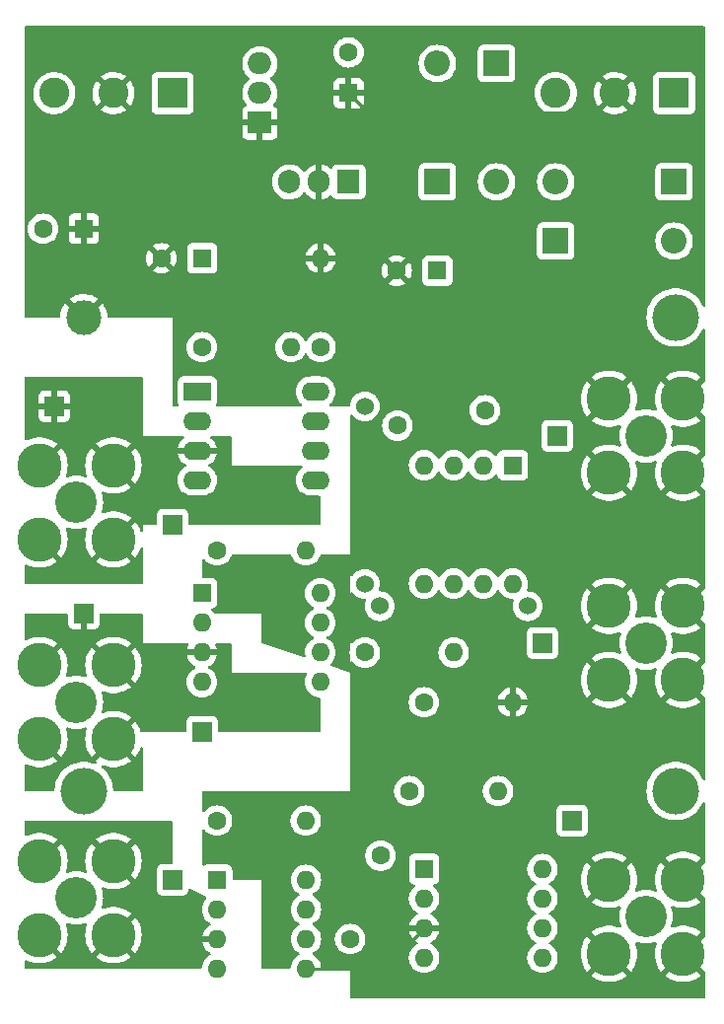
<source format=gbr>
%TF.GenerationSoftware,KiCad,Pcbnew,(6.0.9)*%
%TF.CreationDate,2023-04-20T10:47:30+05:30*%
%TF.ProjectId,CT,43542e6b-6963-4616-945f-706362585858,rev?*%
%TF.SameCoordinates,Original*%
%TF.FileFunction,Copper,L2,Bot*%
%TF.FilePolarity,Positive*%
%FSLAX46Y46*%
G04 Gerber Fmt 4.6, Leading zero omitted, Abs format (unit mm)*
G04 Created by KiCad (PCBNEW (6.0.9)) date 2023-04-20 10:47:30*
%MOMM*%
%LPD*%
G01*
G04 APERTURE LIST*
G04 Aperture macros list*
%AMHorizOval*
0 Thick line with rounded ends*
0 $1 width*
0 $2 $3 position (X,Y) of the first rounded end (center of the circle)*
0 $4 $5 position (X,Y) of the second rounded end (center of the circle)*
0 Add line between two ends*
20,1,$1,$2,$3,$4,$5,0*
0 Add two circle primitives to create the rounded ends*
1,1,$1,$2,$3*
1,1,$1,$4,$5*%
G04 Aperture macros list end*
%TA.AperFunction,ComponentPad*%
%ADD10C,1.600000*%
%TD*%
%TA.AperFunction,ComponentPad*%
%ADD11O,1.600000X1.600000*%
%TD*%
%TA.AperFunction,ComponentPad*%
%ADD12R,1.600000X1.600000*%
%TD*%
%TA.AperFunction,ComponentPad*%
%ADD13C,3.556000*%
%TD*%
%TA.AperFunction,ComponentPad*%
%ADD14C,3.810000*%
%TD*%
%TA.AperFunction,ComponentPad*%
%ADD15R,1.700000X1.700000*%
%TD*%
%TA.AperFunction,ComponentPad*%
%ADD16R,2.400000X1.600000*%
%TD*%
%TA.AperFunction,ComponentPad*%
%ADD17O,2.400000X1.600000*%
%TD*%
%TA.AperFunction,ComponentPad*%
%ADD18C,3.000000*%
%TD*%
%TA.AperFunction,ComponentPad*%
%ADD19R,2.200000X2.200000*%
%TD*%
%TA.AperFunction,ComponentPad*%
%ADD20O,2.200000X2.200000*%
%TD*%
%TA.AperFunction,ComponentPad*%
%ADD21C,1.524000*%
%TD*%
%TA.AperFunction,ComponentPad*%
%ADD22R,2.600000X2.600000*%
%TD*%
%TA.AperFunction,ComponentPad*%
%ADD23C,2.600000*%
%TD*%
%TA.AperFunction,ComponentPad*%
%ADD24C,4.000000*%
%TD*%
%TA.AperFunction,ComponentPad*%
%ADD25R,1.905000X2.000000*%
%TD*%
%TA.AperFunction,ComponentPad*%
%ADD26O,1.905000X2.000000*%
%TD*%
%TA.AperFunction,ComponentPad*%
%ADD27HorizOval,1.600000X0.000000X0.000000X0.000000X0.000000X0*%
%TD*%
%TA.AperFunction,ComponentPad*%
%ADD28HorizOval,1.600000X0.000000X0.000000X0.000000X0.000000X0*%
%TD*%
%TA.AperFunction,ComponentPad*%
%ADD29R,2.000000X1.905000*%
%TD*%
%TA.AperFunction,ComponentPad*%
%ADD30O,2.000000X1.905000*%
%TD*%
%TA.AperFunction,Conductor*%
%ADD31C,0.250000*%
%TD*%
G04 APERTURE END LIST*
D10*
%TO.P,R1,1*%
%TO.N,Net-(R1-Pad1)*%
X67310000Y-139700000D03*
D11*
%TO.P,R1,2*%
%TO.N,Net-(R1-Pad2)*%
X74930000Y-139700000D03*
%TD*%
D12*
%TO.P,U8,1,NULL*%
%TO.N,unconnected-(U8-Pad1)*%
X85090000Y-143853000D03*
D11*
%TO.P,U8,2,-*%
%TO.N,Net-(R2-Pad2)*%
X85090000Y-146393000D03*
%TO.P,U8,3,+*%
%TO.N,GND*%
X85090000Y-148933000D03*
%TO.P,U8,4,V-*%
%TO.N,-8V*%
X85090000Y-151473000D03*
%TO.P,U8,5,NULL*%
%TO.N,unconnected-(U8-Pad5)*%
X95250000Y-151473000D03*
%TO.P,U8,6*%
%TO.N,Net-(J6-Pad1)*%
X95250000Y-148933000D03*
%TO.P,U8,7,V+*%
%TO.N,+8V*%
X95250000Y-146393000D03*
%TO.P,U8,8,NC*%
%TO.N,unconnected-(U8-Pad8)*%
X95250000Y-143853000D03*
%TD*%
D13*
%TO.P,J6,1,In*%
%TO.N,Net-(J6-Pad1)*%
X104140000Y-147955000D03*
D14*
%TO.P,J6,2,Ext*%
%TO.N,GND*%
X100965000Y-151130000D03*
X107315000Y-144780000D03*
X107315000Y-151130000D03*
X100965000Y-144780000D03*
%TD*%
D10*
%TO.P,R8,1*%
%TO.N,Net-(R4-Pad2)*%
X76200000Y-99060000D03*
D11*
%TO.P,R8,2*%
%TO.N,GND*%
X76200000Y-91440000D03*
%TD*%
D15*
%TO.P,TP8,1,1*%
%TO.N,Net-(J8-Pad1)*%
X96520000Y-106680000D03*
%TD*%
D10*
%TO.P,R9,1*%
%TO.N,Net-(R6-Pad2)*%
X85080000Y-129540000D03*
D11*
%TO.P,R9,2*%
%TO.N,GND*%
X92700000Y-129540000D03*
%TD*%
D16*
%TO.P,U5,1*%
%TO.N,Net-(R4-Pad1)*%
X65620000Y-102880000D03*
D17*
%TO.P,U5,2,-*%
X65620000Y-105420000D03*
%TO.P,U5,3,+*%
%TO.N,Net-(J3-Pad2)*%
X65620000Y-107960000D03*
%TO.P,U5,4,V-*%
%TO.N,-8V*%
X65620000Y-110500000D03*
%TO.P,U5,5,+*%
%TO.N,Net-(J3-Pad1)*%
X75780000Y-110500000D03*
%TO.P,U5,6,-*%
%TO.N,Net-(R5-Pad1)*%
X75780000Y-107960000D03*
%TO.P,U5,7*%
X75780000Y-105420000D03*
%TO.P,U5,8,V+*%
%TO.N,+8V*%
X75780000Y-102880000D03*
%TD*%
D18*
%TO.P,,1,Pin_1*%
%TO.N,GND*%
X106680000Y-137160000D03*
%TD*%
D13*
%TO.P,J3,1,In*%
%TO.N,Net-(J3-Pad1)*%
X55245000Y-112395000D03*
D14*
%TO.P,J3,2,Ext*%
%TO.N,Net-(J3-Pad2)*%
X58420000Y-115570000D03*
X52070000Y-109220000D03*
X52070000Y-115570000D03*
X58420000Y-109220000D03*
%TD*%
D10*
%TO.P,R6,1*%
%TO.N,Net-(R6-Pad1)*%
X67310000Y-116500000D03*
D11*
%TO.P,R6,2*%
%TO.N,Net-(R6-Pad2)*%
X74930000Y-116500000D03*
%TD*%
D19*
%TO.P,D1,1,K*%
%TO.N,Net-(C1-Pad1)*%
X96389290Y-89962300D03*
D20*
%TO.P,D1,2,A*%
%TO.N,Net-(D1-Pad2)*%
X106549290Y-89962300D03*
%TD*%
D21*
%TO.P,U9,1*%
%TO.N,+8V*%
X80000000Y-119380000D03*
X80000000Y-104140000D03*
%TD*%
D22*
%TO.P,J2,1,Pin_1*%
%TO.N,Net-(D1-Pad2)*%
X106549290Y-77262300D03*
D23*
%TO.P,J2,2,Pin_2*%
%TO.N,GND*%
X101469290Y-77262300D03*
%TO.P,J2,3,Pin_3*%
%TO.N,Net-(D3-Pad2)*%
X96389290Y-77262300D03*
%TD*%
D24*
%TO.P,,*%
%TO.N,*%
X106680000Y-137160000D03*
%TD*%
D13*
%TO.P,J1,1,In*%
%TO.N,Net-(J1-Pad1)*%
X55245000Y-146342000D03*
D14*
%TO.P,J1,2,Ext*%
%TO.N,Net-(J1-Pad2)*%
X52070000Y-143167000D03*
X58420000Y-143167000D03*
X58420000Y-149517000D03*
X52070000Y-149517000D03*
%TD*%
D12*
%TO.P,C1,1*%
%TO.N,Net-(C1-Pad1)*%
X86229290Y-92502300D03*
D10*
%TO.P,C1,2*%
%TO.N,GND*%
X82729290Y-92502300D03*
%TD*%
%TO.P,R7,1*%
%TO.N,Net-(R7-Pad1)*%
X80010000Y-125260000D03*
D11*
%TO.P,R7,2*%
%TO.N,Net-(R11-Pad1)*%
X87630000Y-125260000D03*
%TD*%
D24*
%TO.P,,*%
%TO.N,*%
X55880000Y-137160000D03*
%TD*%
D12*
%TO.P,C4,1*%
%TO.N,GND*%
X55880000Y-88900000D03*
D10*
%TO.P,C4,2*%
%TO.N,-8V*%
X52380000Y-88900000D03*
%TD*%
D15*
%TO.P,TP5,1,1*%
%TO.N,Net-(J4-Pad2)*%
X55880000Y-121920000D03*
%TD*%
%TO.P,TP2,1,1*%
%TO.N,Net-(J1-Pad1)*%
X63500000Y-144780000D03*
%TD*%
D12*
%TO.P,C2,1*%
%TO.N,GND*%
X78609290Y-77262300D03*
D10*
%TO.P,C2,2*%
%TO.N,Net-(C2-Pad2)*%
X78609290Y-73762300D03*
%TD*%
D22*
%TO.P,J5,1,Pin_1*%
%TO.N,+8V*%
X63505000Y-77262300D03*
D23*
%TO.P,J5,2,Pin_2*%
%TO.N,GND*%
X58425000Y-77262300D03*
%TO.P,J5,3,Pin_3*%
%TO.N,-8V*%
X53345000Y-77262300D03*
%TD*%
D19*
%TO.P,D2,1,K*%
%TO.N,Net-(D1-Pad2)*%
X106549290Y-84882300D03*
D20*
%TO.P,D2,2,A*%
%TO.N,Net-(C2-Pad2)*%
X96389290Y-84882300D03*
%TD*%
D18*
%TO.P,,1,Pin_1*%
%TO.N,GND*%
X55880000Y-137160000D03*
%TD*%
D15*
%TO.P,TP7,1,1*%
%TO.N,Net-(J7-Pad1)*%
X95250000Y-124460000D03*
%TD*%
D12*
%TO.P,U1,1,Rg*%
%TO.N,Net-(R1-Pad1)*%
X67320000Y-144780000D03*
D11*
%TO.P,U1,2,-*%
%TO.N,Net-(J1-Pad1)*%
X67320000Y-147320000D03*
%TO.P,U1,3,+*%
%TO.N,Net-(J1-Pad2)*%
X67320000Y-149860000D03*
%TO.P,U1,4,V-*%
%TO.N,-8V*%
X67320000Y-152400000D03*
%TO.P,U1,5,Ref*%
%TO.N,GND*%
X74940000Y-152400000D03*
%TO.P,U1,6*%
%TO.N,Net-(R2-Pad1)*%
X74940000Y-149860000D03*
%TO.P,U1,7,V+*%
%TO.N,+8V*%
X74940000Y-147320000D03*
%TO.P,U1,8,Rg*%
%TO.N,Net-(R1-Pad2)*%
X74940000Y-144780000D03*
%TD*%
D19*
%TO.P,D3,1,K*%
%TO.N,Net-(C1-Pad1)*%
X86229290Y-84882300D03*
D20*
%TO.P,D3,2,A*%
%TO.N,Net-(D3-Pad2)*%
X86229290Y-74722300D03*
%TD*%
D25*
%TO.P,U2,1,VI*%
%TO.N,Net-(C1-Pad1)*%
X78609290Y-84882300D03*
D26*
%TO.P,U2,2,GND*%
%TO.N,GND*%
X76069290Y-84882300D03*
%TO.P,U2,3,VO*%
%TO.N,+8V*%
X73529290Y-84882300D03*
%TD*%
D24*
%TO.P,J9,*%
%TO.N,*%
X106680000Y-96520000D03*
%TD*%
D18*
%TO.P,,1,Pin_1*%
%TO.N,GND*%
X55880000Y-96520000D03*
%TD*%
D10*
%TO.P,R2,1*%
%TO.N,Net-(R2-Pad1)*%
X78740000Y-149860000D03*
D27*
%TO.P,R2,2*%
%TO.N,Net-(R2-Pad2)*%
X81346193Y-142699542D03*
%TD*%
D10*
%TO.P,R3,1*%
%TO.N,Net-(R2-Pad2)*%
X83820000Y-137160000D03*
D11*
%TO.P,R3,2*%
%TO.N,Net-(J6-Pad1)*%
X91440000Y-137160000D03*
%TD*%
D10*
%TO.P,R5,1*%
%TO.N,Net-(R5-Pad1)*%
X82800000Y-105800000D03*
D28*
%TO.P,R5,2*%
%TO.N,Net-(R10-Pad2)*%
X90304235Y-104476801D03*
%TD*%
D15*
%TO.P,TP3,1,1*%
%TO.N,Net-(J4-Pad1)*%
X66040000Y-132080000D03*
%TD*%
D12*
%TO.P,C3,1*%
%TO.N,+8V*%
X66040000Y-91440000D03*
D10*
%TO.P,C3,2*%
%TO.N,GND*%
X62540000Y-91440000D03*
%TD*%
D19*
%TO.P,D4,1,K*%
%TO.N,Net-(D3-Pad2)*%
X91309290Y-74722300D03*
D20*
%TO.P,D4,2,A*%
%TO.N,Net-(C2-Pad2)*%
X91309290Y-84882300D03*
%TD*%
D15*
%TO.P,TP6,1,1*%
%TO.N,Net-(J6-Pad1)*%
X97790000Y-139700000D03*
%TD*%
D10*
%TO.P,R4,1*%
%TO.N,Net-(R4-Pad1)*%
X66020000Y-99060000D03*
D11*
%TO.P,R4,2*%
%TO.N,Net-(R4-Pad2)*%
X73640000Y-99060000D03*
%TD*%
D29*
%TO.P,U3,1,GND*%
%TO.N,GND*%
X70989290Y-79802300D03*
D30*
%TO.P,U3,2,VI*%
%TO.N,Net-(C2-Pad2)*%
X70989290Y-77262300D03*
%TO.P,U3,3,VO*%
%TO.N,-8V*%
X70989290Y-74722300D03*
%TD*%
D12*
%TO.P,U7,1*%
%TO.N,Net-(J8-Pad1)*%
X92700000Y-109200000D03*
D11*
%TO.P,U7,2,-*%
%TO.N,Net-(R10-Pad2)*%
X90160000Y-109200000D03*
%TO.P,U7,3,+*%
%TO.N,Net-(R4-Pad2)*%
X87620000Y-109200000D03*
%TO.P,U7,4,V-*%
%TO.N,-8V*%
X85080000Y-109200000D03*
%TO.P,U7,5,+*%
%TO.N,Net-(R6-Pad2)*%
X85080000Y-119360000D03*
%TO.P,U7,6,-*%
%TO.N,Net-(R11-Pad1)*%
X87620000Y-119360000D03*
%TO.P,U7,7*%
%TO.N,Net-(J7-Pad1)*%
X90160000Y-119360000D03*
%TO.P,U7,8,V+*%
%TO.N,+8V*%
X92700000Y-119360000D03*
%TD*%
D15*
%TO.P,TP4,1,1*%
%TO.N,Net-(J3-Pad2)*%
X53340000Y-104140000D03*
%TD*%
%TO.P,TP1,1,1*%
%TO.N,Net-(J3-Pad1)*%
X63500000Y-114300000D03*
%TD*%
D13*
%TO.P,J4,1,In*%
%TO.N,Net-(J4-Pad1)*%
X55245000Y-129540000D03*
D14*
%TO.P,J4,2,Ext*%
%TO.N,Net-(J4-Pad2)*%
X58420000Y-132715000D03*
X52070000Y-132715000D03*
X52070000Y-126365000D03*
X58420000Y-126365000D03*
%TD*%
D12*
%TO.P,U6,1*%
%TO.N,Net-(R6-Pad1)*%
X66020000Y-120180000D03*
D11*
%TO.P,U6,2,-*%
X66020000Y-122720000D03*
%TO.P,U6,3,+*%
%TO.N,Net-(J4-Pad2)*%
X66020000Y-125260000D03*
%TO.P,U6,4,V-*%
%TO.N,-8V*%
X66020000Y-127800000D03*
%TO.P,U6,5,+*%
%TO.N,Net-(J4-Pad1)*%
X76180000Y-127800000D03*
%TO.P,U6,6,-*%
%TO.N,Net-(R7-Pad1)*%
X76180000Y-125260000D03*
%TO.P,U6,7*%
X76180000Y-122720000D03*
%TO.P,U6,8,V+*%
%TO.N,+8V*%
X76180000Y-120180000D03*
%TD*%
D21*
%TO.P,U4,1*%
%TO.N,+8V*%
X81280000Y-121300000D03*
X93980000Y-121300000D03*
%TD*%
D13*
%TO.P,J8,1,In*%
%TO.N,Net-(J8-Pad1)*%
X104140000Y-106680000D03*
D14*
%TO.P,J8,2,Ext*%
%TO.N,GND*%
X100965000Y-103505000D03*
X100965000Y-109855000D03*
X107315000Y-103505000D03*
X107315000Y-109855000D03*
%TD*%
D13*
%TO.P,J7,1,In*%
%TO.N,Net-(J7-Pad1)*%
X104140000Y-124460000D03*
D14*
%TO.P,J7,2,Ext*%
%TO.N,GND*%
X107315000Y-127635000D03*
X100965000Y-127635000D03*
X100965000Y-121285000D03*
X107315000Y-121285000D03*
%TD*%
D31*
%TO.N,GND*%
X80234290Y-78887300D02*
X78609290Y-77262300D01*
X60965000Y-79802300D02*
X70989290Y-79802300D01*
X58425000Y-77262300D02*
X60965000Y-79802300D01*
X81623000Y-152400000D02*
X85090000Y-148933000D01*
X74940000Y-152400000D02*
X81623000Y-152400000D01*
X101469290Y-77262300D02*
X99844290Y-78887300D01*
X99844290Y-78887300D02*
X80234290Y-78887300D01*
%TO.N,Net-(J1-Pad2)*%
X66977000Y-149517000D02*
X67320000Y-149860000D01*
%TD*%
%TA.AperFunction,Conductor*%
%TO.N,GND*%
G36*
X109162121Y-71528502D02*
G01*
X109208614Y-71582158D01*
X109220000Y-71634500D01*
X109220000Y-95462533D01*
X109199998Y-95530654D01*
X109146342Y-95577147D01*
X109076068Y-95587251D01*
X109011488Y-95557757D01*
X108979992Y-95516181D01*
X108884250Y-95312717D01*
X108884246Y-95312710D01*
X108882562Y-95309131D01*
X108713432Y-95042625D01*
X108512233Y-94799418D01*
X108282140Y-94583346D01*
X108026779Y-94397816D01*
X107750179Y-94245753D01*
X107746510Y-94244300D01*
X107746505Y-94244298D01*
X107460372Y-94131010D01*
X107460371Y-94131010D01*
X107456702Y-94129557D01*
X107150975Y-94051060D01*
X106837821Y-94011500D01*
X106522179Y-94011500D01*
X106209025Y-94051060D01*
X105903298Y-94129557D01*
X105899629Y-94131010D01*
X105899628Y-94131010D01*
X105613495Y-94244298D01*
X105613490Y-94244300D01*
X105609821Y-94245753D01*
X105333221Y-94397816D01*
X105077860Y-94583346D01*
X104847767Y-94799418D01*
X104646568Y-95042625D01*
X104477438Y-95309131D01*
X104475754Y-95312710D01*
X104475750Y-95312717D01*
X104346565Y-95587251D01*
X104343044Y-95594734D01*
X104245505Y-95894928D01*
X104186359Y-96204980D01*
X104166540Y-96520000D01*
X104186359Y-96835020D01*
X104245505Y-97145072D01*
X104343044Y-97445266D01*
X104344731Y-97448852D01*
X104344733Y-97448856D01*
X104475750Y-97727283D01*
X104475754Y-97727290D01*
X104477438Y-97730869D01*
X104646568Y-97997375D01*
X104847767Y-98240582D01*
X105077860Y-98456654D01*
X105333221Y-98642184D01*
X105609821Y-98794247D01*
X105613490Y-98795700D01*
X105613495Y-98795702D01*
X105899628Y-98908990D01*
X105903298Y-98910443D01*
X106209025Y-98988940D01*
X106522179Y-99028500D01*
X106837821Y-99028500D01*
X107150975Y-98988940D01*
X107456702Y-98910443D01*
X107460372Y-98908990D01*
X107746505Y-98795702D01*
X107746510Y-98795700D01*
X107750179Y-98794247D01*
X108026779Y-98642184D01*
X108282140Y-98456654D01*
X108512233Y-98240582D01*
X108713432Y-97997375D01*
X108882562Y-97730869D01*
X108884246Y-97727290D01*
X108884250Y-97727283D01*
X108979992Y-97523819D01*
X109027094Y-97470698D01*
X109095439Y-97451475D01*
X109163327Y-97472254D01*
X109209204Y-97526437D01*
X109220000Y-97577467D01*
X109220000Y-101907020D01*
X109199998Y-101975141D01*
X109183095Y-101996115D01*
X107687022Y-103492188D01*
X107679408Y-103506132D01*
X107679539Y-103507965D01*
X107683790Y-103514580D01*
X109183095Y-105013885D01*
X109217121Y-105076197D01*
X109220000Y-105102980D01*
X109220000Y-108257020D01*
X109199998Y-108325141D01*
X109183095Y-108346115D01*
X107687022Y-109842188D01*
X107679408Y-109856132D01*
X107679539Y-109857965D01*
X107683790Y-109864580D01*
X109183095Y-111363885D01*
X109217121Y-111426197D01*
X109220000Y-111452980D01*
X109220000Y-119687020D01*
X109199998Y-119755141D01*
X109183095Y-119776115D01*
X107687022Y-121272188D01*
X107679408Y-121286132D01*
X107679539Y-121287965D01*
X107683790Y-121294580D01*
X109183095Y-122793885D01*
X109217121Y-122856197D01*
X109220000Y-122882980D01*
X109220000Y-126037020D01*
X109199998Y-126105141D01*
X109183095Y-126126115D01*
X107687022Y-127622188D01*
X107679408Y-127636132D01*
X107679539Y-127637965D01*
X107683790Y-127644580D01*
X109183095Y-129143885D01*
X109217121Y-129206197D01*
X109220000Y-129232980D01*
X109220000Y-136102533D01*
X109199998Y-136170654D01*
X109146342Y-136217147D01*
X109076068Y-136227251D01*
X109011488Y-136197757D01*
X108979992Y-136156181D01*
X108884250Y-135952717D01*
X108884246Y-135952710D01*
X108882562Y-135949131D01*
X108713432Y-135682625D01*
X108512233Y-135439418D01*
X108282140Y-135223346D01*
X108026779Y-135037816D01*
X107750179Y-134885753D01*
X107746510Y-134884300D01*
X107746505Y-134884298D01*
X107460372Y-134771010D01*
X107460371Y-134771010D01*
X107456702Y-134769557D01*
X107150975Y-134691060D01*
X106837821Y-134651500D01*
X106522179Y-134651500D01*
X106209025Y-134691060D01*
X105903298Y-134769557D01*
X105899629Y-134771010D01*
X105899628Y-134771010D01*
X105613495Y-134884298D01*
X105613490Y-134884300D01*
X105609821Y-134885753D01*
X105333221Y-135037816D01*
X105077860Y-135223346D01*
X104847767Y-135439418D01*
X104646568Y-135682625D01*
X104477438Y-135949131D01*
X104475754Y-135952710D01*
X104475750Y-135952717D01*
X104346565Y-136227251D01*
X104343044Y-136234734D01*
X104245505Y-136534928D01*
X104186359Y-136844980D01*
X104166540Y-137160000D01*
X104186359Y-137475020D01*
X104245505Y-137785072D01*
X104343044Y-138085266D01*
X104344731Y-138088852D01*
X104344733Y-138088856D01*
X104475750Y-138367283D01*
X104475754Y-138367290D01*
X104477438Y-138370869D01*
X104646568Y-138637375D01*
X104847767Y-138880582D01*
X105077860Y-139096654D01*
X105333221Y-139282184D01*
X105609821Y-139434247D01*
X105613490Y-139435700D01*
X105613495Y-139435702D01*
X105899628Y-139548990D01*
X105903298Y-139550443D01*
X106209025Y-139628940D01*
X106522179Y-139668500D01*
X106837821Y-139668500D01*
X107150975Y-139628940D01*
X107456702Y-139550443D01*
X107460372Y-139548990D01*
X107746505Y-139435702D01*
X107746510Y-139435700D01*
X107750179Y-139434247D01*
X108026779Y-139282184D01*
X108282140Y-139096654D01*
X108512233Y-138880582D01*
X108713432Y-138637375D01*
X108882562Y-138370869D01*
X108884246Y-138367290D01*
X108884250Y-138367283D01*
X108979992Y-138163819D01*
X109027094Y-138110698D01*
X109095439Y-138091475D01*
X109163327Y-138112254D01*
X109209204Y-138166437D01*
X109220000Y-138217467D01*
X109220000Y-143182020D01*
X109199998Y-143250141D01*
X109183095Y-143271115D01*
X107687022Y-144767188D01*
X107679408Y-144781132D01*
X107679539Y-144782965D01*
X107683790Y-144789580D01*
X109183095Y-146288885D01*
X109217121Y-146351197D01*
X109220000Y-146377980D01*
X109220000Y-149532020D01*
X109199998Y-149600141D01*
X109183095Y-149621115D01*
X107687022Y-151117188D01*
X107679408Y-151131132D01*
X107679539Y-151132965D01*
X107683790Y-151139580D01*
X109183095Y-152638885D01*
X109217121Y-152701197D01*
X109220000Y-152727980D01*
X109220000Y-154814000D01*
X109199998Y-154882121D01*
X109146342Y-154928614D01*
X109094000Y-154940000D01*
X78866000Y-154940000D01*
X78797879Y-154919998D01*
X78751386Y-154866342D01*
X78740000Y-154814000D01*
X78740000Y-153007975D01*
X99451733Y-153007975D01*
X99460560Y-153019593D01*
X99666285Y-153169061D01*
X99672966Y-153173301D01*
X99932101Y-153315762D01*
X99939236Y-153319119D01*
X100214185Y-153427979D01*
X100221710Y-153430424D01*
X100508116Y-153503960D01*
X100515887Y-153505443D01*
X100809256Y-153542503D01*
X100817146Y-153543000D01*
X101112854Y-153543000D01*
X101120744Y-153542503D01*
X101414113Y-153505443D01*
X101421884Y-153503960D01*
X101708290Y-153430424D01*
X101715815Y-153427979D01*
X101990764Y-153319119D01*
X101997899Y-153315762D01*
X102257034Y-153173301D01*
X102263715Y-153169061D01*
X102469811Y-153019324D01*
X102478234Y-153008401D01*
X102478005Y-153007975D01*
X105801733Y-153007975D01*
X105810560Y-153019593D01*
X106016285Y-153169061D01*
X106022966Y-153173301D01*
X106282101Y-153315762D01*
X106289236Y-153319119D01*
X106564185Y-153427979D01*
X106571710Y-153430424D01*
X106858116Y-153503960D01*
X106865887Y-153505443D01*
X107159256Y-153542503D01*
X107167146Y-153543000D01*
X107462854Y-153543000D01*
X107470744Y-153542503D01*
X107764113Y-153505443D01*
X107771884Y-153503960D01*
X108058290Y-153430424D01*
X108065815Y-153427979D01*
X108340764Y-153319119D01*
X108347899Y-153315762D01*
X108607034Y-153173301D01*
X108613715Y-153169061D01*
X108819811Y-153019324D01*
X108828234Y-153008401D01*
X108821330Y-152995540D01*
X107327812Y-151502022D01*
X107313868Y-151494408D01*
X107312035Y-151494539D01*
X107305420Y-151498790D01*
X105808346Y-152995864D01*
X105801733Y-153007975D01*
X102478005Y-153007975D01*
X102471330Y-152995540D01*
X100977812Y-151502022D01*
X100963868Y-151494408D01*
X100962035Y-151494539D01*
X100955420Y-151498790D01*
X99458346Y-152995864D01*
X99451733Y-153007975D01*
X78740000Y-153007975D01*
X78740000Y-151473000D01*
X83776502Y-151473000D01*
X83796457Y-151701087D01*
X83797881Y-151706400D01*
X83797881Y-151706402D01*
X83803501Y-151727374D01*
X83855716Y-151922243D01*
X83858039Y-151927224D01*
X83858039Y-151927225D01*
X83950151Y-152124762D01*
X83950154Y-152124767D01*
X83952477Y-152129749D01*
X84083802Y-152317300D01*
X84245700Y-152479198D01*
X84250208Y-152482355D01*
X84250211Y-152482357D01*
X84328389Y-152537098D01*
X84433251Y-152610523D01*
X84438233Y-152612846D01*
X84438238Y-152612849D01*
X84627703Y-152701197D01*
X84640757Y-152707284D01*
X84646065Y-152708706D01*
X84646067Y-152708707D01*
X84856598Y-152765119D01*
X84856600Y-152765119D01*
X84861913Y-152766543D01*
X85090000Y-152786498D01*
X85318087Y-152766543D01*
X85323400Y-152765119D01*
X85323402Y-152765119D01*
X85533933Y-152708707D01*
X85533935Y-152708706D01*
X85539243Y-152707284D01*
X85552297Y-152701197D01*
X85741762Y-152612849D01*
X85741767Y-152612846D01*
X85746749Y-152610523D01*
X85851611Y-152537098D01*
X85929789Y-152482357D01*
X85929792Y-152482355D01*
X85934300Y-152479198D01*
X86096198Y-152317300D01*
X86227523Y-152129749D01*
X86229846Y-152124767D01*
X86229849Y-152124762D01*
X86321961Y-151927225D01*
X86321961Y-151927224D01*
X86324284Y-151922243D01*
X86376500Y-151727374D01*
X86382119Y-151706402D01*
X86382119Y-151706400D01*
X86383543Y-151701087D01*
X86403498Y-151473000D01*
X93936502Y-151473000D01*
X93956457Y-151701087D01*
X93957881Y-151706400D01*
X93957881Y-151706402D01*
X93963501Y-151727374D01*
X94015716Y-151922243D01*
X94018039Y-151927224D01*
X94018039Y-151927225D01*
X94110151Y-152124762D01*
X94110154Y-152124767D01*
X94112477Y-152129749D01*
X94243802Y-152317300D01*
X94405700Y-152479198D01*
X94410208Y-152482355D01*
X94410211Y-152482357D01*
X94488389Y-152537098D01*
X94593251Y-152610523D01*
X94598233Y-152612846D01*
X94598238Y-152612849D01*
X94787703Y-152701197D01*
X94800757Y-152707284D01*
X94806065Y-152708706D01*
X94806067Y-152708707D01*
X95016598Y-152765119D01*
X95016600Y-152765119D01*
X95021913Y-152766543D01*
X95250000Y-152786498D01*
X95478087Y-152766543D01*
X95483400Y-152765119D01*
X95483402Y-152765119D01*
X95693933Y-152708707D01*
X95693935Y-152708706D01*
X95699243Y-152707284D01*
X95712297Y-152701197D01*
X95901762Y-152612849D01*
X95901767Y-152612846D01*
X95906749Y-152610523D01*
X96011611Y-152537098D01*
X96089789Y-152482357D01*
X96089792Y-152482355D01*
X96094300Y-152479198D01*
X96256198Y-152317300D01*
X96387523Y-152129749D01*
X96389846Y-152124767D01*
X96389849Y-152124762D01*
X96481961Y-151927225D01*
X96481961Y-151927224D01*
X96484284Y-151922243D01*
X96536500Y-151727374D01*
X96542119Y-151706402D01*
X96542119Y-151706400D01*
X96543543Y-151701087D01*
X96563498Y-151473000D01*
X96543543Y-151244913D01*
X96537091Y-151220835D01*
X96513812Y-151133958D01*
X98547478Y-151133958D01*
X98566045Y-151429064D01*
X98567038Y-151436927D01*
X98622444Y-151727374D01*
X98624415Y-151735051D01*
X98715787Y-152016268D01*
X98718702Y-152023631D01*
X98844603Y-152291184D01*
X98848415Y-152298117D01*
X99006856Y-152547780D01*
X99011510Y-152554186D01*
X99076970Y-152633313D01*
X99089489Y-152641769D01*
X99100227Y-152635563D01*
X100592978Y-151142812D01*
X100600592Y-151128868D01*
X100600461Y-151127035D01*
X100596210Y-151120420D01*
X99101330Y-149625540D01*
X99088067Y-149618298D01*
X99077965Y-149625484D01*
X99011510Y-149705814D01*
X99006856Y-149712220D01*
X98848415Y-149961883D01*
X98844603Y-149968816D01*
X98718702Y-150236369D01*
X98715787Y-150243732D01*
X98624415Y-150524949D01*
X98622444Y-150532626D01*
X98567038Y-150823073D01*
X98566045Y-150830936D01*
X98547478Y-151126042D01*
X98547478Y-151133958D01*
X96513812Y-151133958D01*
X96485707Y-151029067D01*
X96485706Y-151029065D01*
X96484284Y-151023757D01*
X96410814Y-150866198D01*
X96389849Y-150821238D01*
X96389846Y-150821233D01*
X96387523Y-150816251D01*
X96256198Y-150628700D01*
X96094300Y-150466802D01*
X96089792Y-150463645D01*
X96089789Y-150463643D01*
X96011611Y-150408902D01*
X95906749Y-150335477D01*
X95901767Y-150333154D01*
X95901762Y-150333151D01*
X95867543Y-150317195D01*
X95814258Y-150270278D01*
X95794797Y-150202001D01*
X95815339Y-150134041D01*
X95867543Y-150088805D01*
X95901762Y-150072849D01*
X95901767Y-150072846D01*
X95906749Y-150070523D01*
X96061903Y-149961883D01*
X96089789Y-149942357D01*
X96089792Y-149942355D01*
X96094300Y-149939198D01*
X96256198Y-149777300D01*
X96387523Y-149589749D01*
X96389846Y-149584767D01*
X96389849Y-149584762D01*
X96481961Y-149387225D01*
X96481961Y-149387224D01*
X96484284Y-149382243D01*
X96543543Y-149161087D01*
X96563498Y-148933000D01*
X96543543Y-148704913D01*
X96484284Y-148483757D01*
X96389966Y-148281489D01*
X96389849Y-148281238D01*
X96389846Y-148281233D01*
X96387523Y-148276251D01*
X96256198Y-148088700D01*
X96094300Y-147926802D01*
X96089792Y-147923645D01*
X96089789Y-147923643D01*
X96011611Y-147868902D01*
X95906749Y-147795477D01*
X95901767Y-147793154D01*
X95901762Y-147793151D01*
X95867543Y-147777195D01*
X95814258Y-147730278D01*
X95794797Y-147662001D01*
X95815339Y-147594041D01*
X95867543Y-147548805D01*
X95901762Y-147532849D01*
X95901767Y-147532846D01*
X95906749Y-147530523D01*
X96011611Y-147457098D01*
X96089789Y-147402357D01*
X96089792Y-147402355D01*
X96094300Y-147399198D01*
X96256198Y-147237300D01*
X96387523Y-147049749D01*
X96389846Y-147044767D01*
X96389849Y-147044762D01*
X96481961Y-146847225D01*
X96481961Y-146847224D01*
X96484284Y-146842243D01*
X96533659Y-146657975D01*
X99451733Y-146657975D01*
X99460560Y-146669593D01*
X99666285Y-146819061D01*
X99672966Y-146823301D01*
X99932101Y-146965762D01*
X99939236Y-146969119D01*
X100214185Y-147077979D01*
X100221710Y-147080424D01*
X100508116Y-147153960D01*
X100515887Y-147155443D01*
X100809256Y-147192503D01*
X100817146Y-147193000D01*
X101112854Y-147193000D01*
X101120744Y-147192503D01*
X101414113Y-147155443D01*
X101421884Y-147153960D01*
X101708290Y-147080424D01*
X101715815Y-147077979D01*
X101817520Y-147037711D01*
X101888221Y-147031232D01*
X101951201Y-147064004D01*
X101986465Y-147125624D01*
X101983217Y-147195364D01*
X101926672Y-147361940D01*
X101925868Y-147365984D01*
X101925866Y-147365990D01*
X101880115Y-147595998D01*
X101868197Y-147655911D01*
X101867928Y-147660016D01*
X101867927Y-147660023D01*
X101858814Y-147799069D01*
X101848594Y-147955000D01*
X101848864Y-147959119D01*
X101857653Y-148093211D01*
X101868197Y-148254089D01*
X101868999Y-148258122D01*
X101869000Y-148258128D01*
X101923219Y-148530702D01*
X101926672Y-148548060D01*
X101927999Y-148551969D01*
X101928000Y-148551973D01*
X101983217Y-148714636D01*
X101986173Y-148785571D01*
X101950310Y-148846843D01*
X101887013Y-148879000D01*
X101817520Y-148872289D01*
X101715815Y-148832021D01*
X101708290Y-148829576D01*
X101421884Y-148756040D01*
X101414113Y-148754557D01*
X101120744Y-148717497D01*
X101112854Y-148717000D01*
X100817146Y-148717000D01*
X100809256Y-148717497D01*
X100515887Y-148754557D01*
X100508116Y-148756040D01*
X100221710Y-148829576D01*
X100214185Y-148832021D01*
X99939236Y-148940881D01*
X99932101Y-148944238D01*
X99672966Y-149086699D01*
X99666285Y-149090939D01*
X99460189Y-149240676D01*
X99451766Y-149251599D01*
X99458670Y-149264460D01*
X102828670Y-152634460D01*
X102841933Y-152641702D01*
X102852035Y-152634516D01*
X102918490Y-152554186D01*
X102923144Y-152547780D01*
X103081585Y-152298117D01*
X103085397Y-152291184D01*
X103211298Y-152023631D01*
X103214213Y-152016268D01*
X103305585Y-151735051D01*
X103307556Y-151727374D01*
X103362962Y-151436927D01*
X103363955Y-151429064D01*
X103382522Y-151133958D01*
X103382522Y-151126042D01*
X103363955Y-150830936D01*
X103362962Y-150823073D01*
X103307556Y-150532626D01*
X103305585Y-150524949D01*
X103223096Y-150271073D01*
X103221069Y-150200105D01*
X103257731Y-150139308D01*
X103321443Y-150107982D01*
X103383430Y-150112824D01*
X103543027Y-150167000D01*
X103543031Y-150167001D01*
X103546940Y-150168328D01*
X103550984Y-150169132D01*
X103550990Y-150169134D01*
X103836872Y-150226000D01*
X103836878Y-150226001D01*
X103840911Y-150226803D01*
X103845016Y-150227072D01*
X103845023Y-150227073D01*
X104135881Y-150246136D01*
X104140000Y-150246406D01*
X104144119Y-150246136D01*
X104434977Y-150227073D01*
X104434984Y-150227072D01*
X104439089Y-150226803D01*
X104443122Y-150226001D01*
X104443128Y-150226000D01*
X104729010Y-150169134D01*
X104729016Y-150169132D01*
X104733060Y-150168328D01*
X104736969Y-150167001D01*
X104736973Y-150167000D01*
X104896570Y-150112824D01*
X104967505Y-150109868D01*
X105028777Y-150145731D01*
X105060934Y-150209028D01*
X105056904Y-150271073D01*
X104974415Y-150524949D01*
X104972444Y-150532626D01*
X104917038Y-150823073D01*
X104916045Y-150830936D01*
X104897478Y-151126042D01*
X104897478Y-151133958D01*
X104916045Y-151429064D01*
X104917038Y-151436927D01*
X104972444Y-151727374D01*
X104974415Y-151735051D01*
X105065787Y-152016268D01*
X105068702Y-152023631D01*
X105194603Y-152291184D01*
X105198415Y-152298117D01*
X105356856Y-152547780D01*
X105361510Y-152554186D01*
X105426970Y-152633313D01*
X105439489Y-152641769D01*
X105450227Y-152635563D01*
X108821654Y-149264136D01*
X108828267Y-149252025D01*
X108819440Y-149240407D01*
X108613715Y-149090939D01*
X108607034Y-149086699D01*
X108347899Y-148944238D01*
X108340764Y-148940881D01*
X108065815Y-148832021D01*
X108058290Y-148829576D01*
X107771884Y-148756040D01*
X107764113Y-148754557D01*
X107470744Y-148717497D01*
X107462854Y-148717000D01*
X107167146Y-148717000D01*
X107159256Y-148717497D01*
X106865887Y-148754557D01*
X106858116Y-148756040D01*
X106571710Y-148829576D01*
X106564185Y-148832021D01*
X106462480Y-148872289D01*
X106391779Y-148878768D01*
X106328799Y-148845996D01*
X106293535Y-148784376D01*
X106296783Y-148714636D01*
X106352000Y-148551973D01*
X106352001Y-148551969D01*
X106353328Y-148548060D01*
X106356781Y-148530702D01*
X106411000Y-148258128D01*
X106411001Y-148258122D01*
X106411803Y-148254089D01*
X106422348Y-148093211D01*
X106431136Y-147959119D01*
X106431406Y-147955000D01*
X106421186Y-147799069D01*
X106412073Y-147660023D01*
X106412072Y-147660016D01*
X106411803Y-147655911D01*
X106399886Y-147595998D01*
X106354134Y-147365990D01*
X106354132Y-147365984D01*
X106353328Y-147361940D01*
X106296783Y-147195364D01*
X106293827Y-147124429D01*
X106329690Y-147063157D01*
X106392987Y-147031000D01*
X106462480Y-147037711D01*
X106564185Y-147077979D01*
X106571710Y-147080424D01*
X106858116Y-147153960D01*
X106865887Y-147155443D01*
X107159256Y-147192503D01*
X107167146Y-147193000D01*
X107462854Y-147193000D01*
X107470744Y-147192503D01*
X107764113Y-147155443D01*
X107771884Y-147153960D01*
X108058290Y-147080424D01*
X108065815Y-147077979D01*
X108340764Y-146969119D01*
X108347899Y-146965762D01*
X108607034Y-146823301D01*
X108613715Y-146819061D01*
X108819811Y-146669324D01*
X108828234Y-146658401D01*
X108821330Y-146645540D01*
X105451330Y-143275540D01*
X105438067Y-143268298D01*
X105427965Y-143275484D01*
X105361510Y-143355814D01*
X105356856Y-143362220D01*
X105198415Y-143611883D01*
X105194603Y-143618816D01*
X105068702Y-143886369D01*
X105065787Y-143893732D01*
X104974415Y-144174949D01*
X104972444Y-144182626D01*
X104917038Y-144473073D01*
X104916045Y-144480936D01*
X104897478Y-144776042D01*
X104897478Y-144783958D01*
X104916045Y-145079064D01*
X104917038Y-145086927D01*
X104972444Y-145377374D01*
X104974415Y-145385051D01*
X105056904Y-145638927D01*
X105058931Y-145709895D01*
X105022269Y-145770692D01*
X104958557Y-145802018D01*
X104896570Y-145797176D01*
X104736973Y-145743000D01*
X104736969Y-145742999D01*
X104733060Y-145741672D01*
X104729016Y-145740868D01*
X104729010Y-145740866D01*
X104443128Y-145684000D01*
X104443122Y-145683999D01*
X104439089Y-145683197D01*
X104434984Y-145682928D01*
X104434977Y-145682927D01*
X104144119Y-145663864D01*
X104140000Y-145663594D01*
X104135881Y-145663864D01*
X103845023Y-145682927D01*
X103845016Y-145682928D01*
X103840911Y-145683197D01*
X103836878Y-145683999D01*
X103836872Y-145684000D01*
X103550990Y-145740866D01*
X103550984Y-145740868D01*
X103546940Y-145741672D01*
X103543031Y-145742999D01*
X103543027Y-145743000D01*
X103383430Y-145797176D01*
X103312495Y-145800132D01*
X103251223Y-145764269D01*
X103219066Y-145700972D01*
X103223096Y-145638927D01*
X103305585Y-145385051D01*
X103307556Y-145377374D01*
X103362962Y-145086927D01*
X103363955Y-145079064D01*
X103382522Y-144783958D01*
X103382522Y-144776042D01*
X103363955Y-144480936D01*
X103362962Y-144473073D01*
X103307556Y-144182626D01*
X103305585Y-144174949D01*
X103214213Y-143893732D01*
X103211298Y-143886369D01*
X103085397Y-143618816D01*
X103081585Y-143611883D01*
X102923144Y-143362220D01*
X102918490Y-143355814D01*
X102853030Y-143276687D01*
X102840511Y-143268231D01*
X102829773Y-143274437D01*
X99458346Y-146645864D01*
X99451733Y-146657975D01*
X96533659Y-146657975D01*
X96543543Y-146621087D01*
X96563498Y-146393000D01*
X96543543Y-146164913D01*
X96536092Y-146137105D01*
X96485707Y-145949067D01*
X96485706Y-145949065D01*
X96484284Y-145943757D01*
X96434977Y-145838017D01*
X96389849Y-145741238D01*
X96389846Y-145741233D01*
X96387523Y-145736251D01*
X96256198Y-145548700D01*
X96094300Y-145386802D01*
X96089792Y-145383645D01*
X96089789Y-145383643D01*
X96011611Y-145328902D01*
X95906749Y-145255477D01*
X95901767Y-145253154D01*
X95901762Y-145253151D01*
X95867543Y-145237195D01*
X95814258Y-145190278D01*
X95794797Y-145122001D01*
X95815339Y-145054041D01*
X95867543Y-145008805D01*
X95901762Y-144992849D01*
X95901767Y-144992846D01*
X95906749Y-144990523D01*
X96048458Y-144891297D01*
X96089789Y-144862357D01*
X96089792Y-144862355D01*
X96094300Y-144859198D01*
X96169540Y-144783958D01*
X98547478Y-144783958D01*
X98566045Y-145079064D01*
X98567038Y-145086927D01*
X98622444Y-145377374D01*
X98624415Y-145385051D01*
X98715787Y-145666268D01*
X98718702Y-145673631D01*
X98844603Y-145941184D01*
X98848415Y-145948117D01*
X99006856Y-146197780D01*
X99011510Y-146204186D01*
X99076970Y-146283313D01*
X99089489Y-146291769D01*
X99100227Y-146285563D01*
X100592978Y-144792812D01*
X100600592Y-144778868D01*
X100600461Y-144777035D01*
X100596210Y-144770420D01*
X99101330Y-143275540D01*
X99088067Y-143268298D01*
X99077965Y-143275484D01*
X99011510Y-143355814D01*
X99006856Y-143362220D01*
X98848415Y-143611883D01*
X98844603Y-143618816D01*
X98718702Y-143886369D01*
X98715787Y-143893732D01*
X98624415Y-144174949D01*
X98622444Y-144182626D01*
X98567038Y-144473073D01*
X98566045Y-144480936D01*
X98547478Y-144776042D01*
X98547478Y-144783958D01*
X96169540Y-144783958D01*
X96256198Y-144697300D01*
X96387523Y-144509749D01*
X96389846Y-144504767D01*
X96389849Y-144504762D01*
X96481961Y-144307225D01*
X96481961Y-144307224D01*
X96484284Y-144302243D01*
X96543543Y-144081087D01*
X96563498Y-143853000D01*
X96543543Y-143624913D01*
X96484284Y-143403757D01*
X96464915Y-143362220D01*
X96389849Y-143201238D01*
X96389846Y-143201233D01*
X96387523Y-143196251D01*
X96256198Y-143008700D01*
X96149097Y-142901599D01*
X99451766Y-142901599D01*
X99458670Y-142914460D01*
X100952188Y-144407978D01*
X100966132Y-144415592D01*
X100967965Y-144415461D01*
X100974580Y-144411210D01*
X102471654Y-142914136D01*
X102478267Y-142902025D01*
X102477943Y-142901599D01*
X105801766Y-142901599D01*
X105808670Y-142914460D01*
X107302188Y-144407978D01*
X107316132Y-144415592D01*
X107317965Y-144415461D01*
X107324580Y-144411210D01*
X108821654Y-142914136D01*
X108828267Y-142902025D01*
X108819440Y-142890407D01*
X108613715Y-142740939D01*
X108607034Y-142736699D01*
X108347899Y-142594238D01*
X108340764Y-142590881D01*
X108065815Y-142482021D01*
X108058290Y-142479576D01*
X107771884Y-142406040D01*
X107764113Y-142404557D01*
X107470744Y-142367497D01*
X107462854Y-142367000D01*
X107167146Y-142367000D01*
X107159256Y-142367497D01*
X106865887Y-142404557D01*
X106858116Y-142406040D01*
X106571710Y-142479576D01*
X106564185Y-142482021D01*
X106289236Y-142590881D01*
X106282101Y-142594238D01*
X106022966Y-142736699D01*
X106016285Y-142740939D01*
X105810189Y-142890676D01*
X105801766Y-142901599D01*
X102477943Y-142901599D01*
X102469440Y-142890407D01*
X102263715Y-142740939D01*
X102257034Y-142736699D01*
X101997899Y-142594238D01*
X101990764Y-142590881D01*
X101715815Y-142482021D01*
X101708290Y-142479576D01*
X101421884Y-142406040D01*
X101414113Y-142404557D01*
X101120744Y-142367497D01*
X101112854Y-142367000D01*
X100817146Y-142367000D01*
X100809256Y-142367497D01*
X100515887Y-142404557D01*
X100508116Y-142406040D01*
X100221710Y-142479576D01*
X100214185Y-142482021D01*
X99939236Y-142590881D01*
X99932101Y-142594238D01*
X99672966Y-142736699D01*
X99666285Y-142740939D01*
X99460189Y-142890676D01*
X99451766Y-142901599D01*
X96149097Y-142901599D01*
X96094300Y-142846802D01*
X96089792Y-142843645D01*
X96089789Y-142843643D01*
X95937057Y-142736699D01*
X95906749Y-142715477D01*
X95901767Y-142713154D01*
X95901762Y-142713151D01*
X95704225Y-142621039D01*
X95704224Y-142621039D01*
X95699243Y-142618716D01*
X95693935Y-142617294D01*
X95693933Y-142617293D01*
X95483402Y-142560881D01*
X95483400Y-142560881D01*
X95478087Y-142559457D01*
X95250000Y-142539502D01*
X95021913Y-142559457D01*
X95016600Y-142560881D01*
X95016598Y-142560881D01*
X94806067Y-142617293D01*
X94806065Y-142617294D01*
X94800757Y-142618716D01*
X94795776Y-142621039D01*
X94795775Y-142621039D01*
X94598238Y-142713151D01*
X94598233Y-142713154D01*
X94593251Y-142715477D01*
X94562943Y-142736699D01*
X94410211Y-142843643D01*
X94410208Y-142843645D01*
X94405700Y-142846802D01*
X94243802Y-143008700D01*
X94112477Y-143196251D01*
X94110154Y-143201233D01*
X94110151Y-143201238D01*
X94035085Y-143362220D01*
X94015716Y-143403757D01*
X93956457Y-143624913D01*
X93936502Y-143853000D01*
X93956457Y-144081087D01*
X94015716Y-144302243D01*
X94018039Y-144307224D01*
X94018039Y-144307225D01*
X94110151Y-144504762D01*
X94110154Y-144504767D01*
X94112477Y-144509749D01*
X94243802Y-144697300D01*
X94405700Y-144859198D01*
X94410208Y-144862355D01*
X94410211Y-144862357D01*
X94451542Y-144891297D01*
X94593251Y-144990523D01*
X94598233Y-144992846D01*
X94598238Y-144992849D01*
X94632457Y-145008805D01*
X94685742Y-145055722D01*
X94705203Y-145123999D01*
X94684661Y-145191959D01*
X94632457Y-145237195D01*
X94598238Y-145253151D01*
X94598233Y-145253154D01*
X94593251Y-145255477D01*
X94488389Y-145328902D01*
X94410211Y-145383643D01*
X94410208Y-145383645D01*
X94405700Y-145386802D01*
X94243802Y-145548700D01*
X94112477Y-145736251D01*
X94110154Y-145741233D01*
X94110151Y-145741238D01*
X94065023Y-145838017D01*
X94015716Y-145943757D01*
X94014294Y-145949065D01*
X94014293Y-145949067D01*
X93963908Y-146137105D01*
X93956457Y-146164913D01*
X93936502Y-146393000D01*
X93956457Y-146621087D01*
X94015716Y-146842243D01*
X94018039Y-146847224D01*
X94018039Y-146847225D01*
X94110151Y-147044762D01*
X94110154Y-147044767D01*
X94112477Y-147049749D01*
X94243802Y-147237300D01*
X94405700Y-147399198D01*
X94410208Y-147402355D01*
X94410211Y-147402357D01*
X94488389Y-147457098D01*
X94593251Y-147530523D01*
X94598233Y-147532846D01*
X94598238Y-147532849D01*
X94632457Y-147548805D01*
X94685742Y-147595722D01*
X94705203Y-147663999D01*
X94684661Y-147731959D01*
X94632457Y-147777195D01*
X94598238Y-147793151D01*
X94598233Y-147793154D01*
X94593251Y-147795477D01*
X94488389Y-147868902D01*
X94410211Y-147923643D01*
X94410208Y-147923645D01*
X94405700Y-147926802D01*
X94243802Y-148088700D01*
X94112477Y-148276251D01*
X94110154Y-148281233D01*
X94110151Y-148281238D01*
X94110034Y-148281489D01*
X94015716Y-148483757D01*
X93956457Y-148704913D01*
X93936502Y-148933000D01*
X93956457Y-149161087D01*
X94015716Y-149382243D01*
X94018039Y-149387224D01*
X94018039Y-149387225D01*
X94110151Y-149584762D01*
X94110154Y-149584767D01*
X94112477Y-149589749D01*
X94243802Y-149777300D01*
X94405700Y-149939198D01*
X94410208Y-149942355D01*
X94410211Y-149942357D01*
X94438097Y-149961883D01*
X94593251Y-150070523D01*
X94598233Y-150072846D01*
X94598238Y-150072849D01*
X94632457Y-150088805D01*
X94685742Y-150135722D01*
X94705203Y-150203999D01*
X94684661Y-150271959D01*
X94632457Y-150317195D01*
X94598238Y-150333151D01*
X94598233Y-150333154D01*
X94593251Y-150335477D01*
X94488389Y-150408902D01*
X94410211Y-150463643D01*
X94410208Y-150463645D01*
X94405700Y-150466802D01*
X94243802Y-150628700D01*
X94112477Y-150816251D01*
X94110154Y-150821233D01*
X94110151Y-150821238D01*
X94089186Y-150866198D01*
X94015716Y-151023757D01*
X94014294Y-151029065D01*
X94014293Y-151029067D01*
X93962909Y-151220835D01*
X93956457Y-151244913D01*
X93936502Y-151473000D01*
X86403498Y-151473000D01*
X86383543Y-151244913D01*
X86377091Y-151220835D01*
X86325707Y-151029067D01*
X86325706Y-151029065D01*
X86324284Y-151023757D01*
X86250814Y-150866198D01*
X86229849Y-150821238D01*
X86229846Y-150821233D01*
X86227523Y-150816251D01*
X86096198Y-150628700D01*
X85934300Y-150466802D01*
X85929792Y-150463645D01*
X85929789Y-150463643D01*
X85851611Y-150408902D01*
X85746749Y-150335477D01*
X85741767Y-150333154D01*
X85741762Y-150333151D01*
X85706951Y-150316919D01*
X85653666Y-150270002D01*
X85634205Y-150201725D01*
X85654747Y-150133765D01*
X85706951Y-150088529D01*
X85741511Y-150072414D01*
X85751007Y-150066931D01*
X85929467Y-149941972D01*
X85937875Y-149934916D01*
X86091916Y-149780875D01*
X86098972Y-149772467D01*
X86223931Y-149594007D01*
X86229414Y-149584511D01*
X86321490Y-149387053D01*
X86325236Y-149376761D01*
X86371394Y-149204497D01*
X86371058Y-149190401D01*
X86363116Y-149187000D01*
X83822033Y-149187000D01*
X83808502Y-149190973D01*
X83807273Y-149199522D01*
X83854764Y-149376761D01*
X83858510Y-149387053D01*
X83950586Y-149584511D01*
X83956069Y-149594007D01*
X84081028Y-149772467D01*
X84088084Y-149780875D01*
X84242125Y-149934916D01*
X84250533Y-149941972D01*
X84428993Y-150066931D01*
X84438489Y-150072414D01*
X84473049Y-150088529D01*
X84526334Y-150135446D01*
X84545795Y-150203723D01*
X84525253Y-150271683D01*
X84473049Y-150316919D01*
X84438238Y-150333151D01*
X84438233Y-150333154D01*
X84433251Y-150335477D01*
X84328389Y-150408902D01*
X84250211Y-150463643D01*
X84250208Y-150463645D01*
X84245700Y-150466802D01*
X84083802Y-150628700D01*
X83952477Y-150816251D01*
X83950154Y-150821233D01*
X83950151Y-150821238D01*
X83929186Y-150866198D01*
X83855716Y-151023757D01*
X83854294Y-151029065D01*
X83854293Y-151029067D01*
X83802909Y-151220835D01*
X83796457Y-151244913D01*
X83776502Y-151473000D01*
X78740000Y-151473000D01*
X78740000Y-151288956D01*
X78760002Y-151220835D01*
X78813658Y-151174342D01*
X78855018Y-151163435D01*
X78881467Y-151161121D01*
X78962606Y-151154023D01*
X78962611Y-151154022D01*
X78968087Y-151153543D01*
X78973400Y-151152119D01*
X78973402Y-151152119D01*
X79183933Y-151095707D01*
X79183935Y-151095706D01*
X79189243Y-151094284D01*
X79194225Y-151091961D01*
X79391762Y-150999849D01*
X79391767Y-150999846D01*
X79396749Y-150997523D01*
X79501611Y-150924098D01*
X79579789Y-150869357D01*
X79579792Y-150869355D01*
X79584300Y-150866198D01*
X79746198Y-150704300D01*
X79877523Y-150516749D01*
X79879846Y-150511767D01*
X79879849Y-150511762D01*
X79971961Y-150314225D01*
X79971961Y-150314224D01*
X79974284Y-150309243D01*
X80011827Y-150169134D01*
X80032119Y-150093402D01*
X80032119Y-150093400D01*
X80033543Y-150088087D01*
X80053498Y-149860000D01*
X80033543Y-149631913D01*
X80032119Y-149626598D01*
X79975707Y-149416067D01*
X79975706Y-149416065D01*
X79974284Y-149410757D01*
X79958432Y-149376761D01*
X79879849Y-149208238D01*
X79879846Y-149208233D01*
X79877523Y-149203251D01*
X79746198Y-149015700D01*
X79584300Y-148853802D01*
X79579792Y-148850645D01*
X79579789Y-148850643D01*
X79485150Y-148784376D01*
X79396749Y-148722477D01*
X79391767Y-148720154D01*
X79391762Y-148720151D01*
X79194225Y-148628039D01*
X79194224Y-148628039D01*
X79189243Y-148625716D01*
X79183935Y-148624294D01*
X79183933Y-148624293D01*
X78973402Y-148567881D01*
X78973400Y-148567881D01*
X78968087Y-148566457D01*
X78962611Y-148565978D01*
X78962606Y-148565977D01*
X78881467Y-148558879D01*
X78855018Y-148556565D01*
X78788900Y-148530702D01*
X78747261Y-148473198D01*
X78740000Y-148431044D01*
X78740000Y-146393000D01*
X83776502Y-146393000D01*
X83796457Y-146621087D01*
X83855716Y-146842243D01*
X83858039Y-146847224D01*
X83858039Y-146847225D01*
X83950151Y-147044762D01*
X83950154Y-147044767D01*
X83952477Y-147049749D01*
X84083802Y-147237300D01*
X84245700Y-147399198D01*
X84250208Y-147402355D01*
X84250211Y-147402357D01*
X84328389Y-147457098D01*
X84433251Y-147530523D01*
X84438233Y-147532846D01*
X84438238Y-147532849D01*
X84473049Y-147549081D01*
X84526334Y-147595998D01*
X84545795Y-147664275D01*
X84525253Y-147732235D01*
X84473049Y-147777471D01*
X84438489Y-147793586D01*
X84428993Y-147799069D01*
X84250533Y-147924028D01*
X84242125Y-147931084D01*
X84088084Y-148085125D01*
X84081028Y-148093533D01*
X83956069Y-148271993D01*
X83950586Y-148281489D01*
X83858510Y-148478947D01*
X83854764Y-148489239D01*
X83808606Y-148661503D01*
X83808942Y-148675599D01*
X83816884Y-148679000D01*
X86357967Y-148679000D01*
X86371498Y-148675027D01*
X86372727Y-148666478D01*
X86325236Y-148489239D01*
X86321490Y-148478947D01*
X86229414Y-148281489D01*
X86223931Y-148271993D01*
X86098972Y-148093533D01*
X86091916Y-148085125D01*
X85937875Y-147931084D01*
X85929467Y-147924028D01*
X85751007Y-147799069D01*
X85741511Y-147793586D01*
X85706951Y-147777471D01*
X85653666Y-147730554D01*
X85634205Y-147662277D01*
X85654747Y-147594317D01*
X85706951Y-147549081D01*
X85741762Y-147532849D01*
X85741767Y-147532846D01*
X85746749Y-147530523D01*
X85851611Y-147457098D01*
X85929789Y-147402357D01*
X85929792Y-147402355D01*
X85934300Y-147399198D01*
X86096198Y-147237300D01*
X86227523Y-147049749D01*
X86229846Y-147044767D01*
X86229849Y-147044762D01*
X86321961Y-146847225D01*
X86321961Y-146847224D01*
X86324284Y-146842243D01*
X86383543Y-146621087D01*
X86403498Y-146393000D01*
X86383543Y-146164913D01*
X86376092Y-146137105D01*
X86325707Y-145949067D01*
X86325706Y-145949065D01*
X86324284Y-145943757D01*
X86274977Y-145838017D01*
X86229849Y-145741238D01*
X86229846Y-145741233D01*
X86227523Y-145736251D01*
X86096198Y-145548700D01*
X85934300Y-145386802D01*
X85929789Y-145383643D01*
X85925576Y-145380108D01*
X85926527Y-145378974D01*
X85886529Y-145328929D01*
X85879224Y-145258310D01*
X85911258Y-145194951D01*
X85972462Y-145158970D01*
X85989517Y-145155918D01*
X86000316Y-145154745D01*
X86136705Y-145103615D01*
X86253261Y-145016261D01*
X86340615Y-144899705D01*
X86391745Y-144763316D01*
X86398500Y-144701134D01*
X86398500Y-143004866D01*
X86391745Y-142942684D01*
X86340615Y-142806295D01*
X86253261Y-142689739D01*
X86136705Y-142602385D01*
X86000316Y-142551255D01*
X85938134Y-142544500D01*
X84241866Y-142544500D01*
X84179684Y-142551255D01*
X84043295Y-142602385D01*
X83926739Y-142689739D01*
X83839385Y-142806295D01*
X83788255Y-142942684D01*
X83781500Y-143004866D01*
X83781500Y-144701134D01*
X83788255Y-144763316D01*
X83839385Y-144899705D01*
X83926739Y-145016261D01*
X84043295Y-145103615D01*
X84179684Y-145154745D01*
X84190474Y-145155917D01*
X84192606Y-145156803D01*
X84195222Y-145157425D01*
X84195121Y-145157848D01*
X84256035Y-145183155D01*
X84296463Y-145241517D01*
X84298922Y-145312471D01*
X84262629Y-145373490D01*
X84253969Y-145380489D01*
X84250207Y-145383646D01*
X84245700Y-145386802D01*
X84083802Y-145548700D01*
X83952477Y-145736251D01*
X83950154Y-145741233D01*
X83950151Y-145741238D01*
X83905023Y-145838017D01*
X83855716Y-145943757D01*
X83854294Y-145949065D01*
X83854293Y-145949067D01*
X83803908Y-146137105D01*
X83796457Y-146164913D01*
X83776502Y-146393000D01*
X78740000Y-146393000D01*
X78740000Y-142699542D01*
X80032695Y-142699542D01*
X80052650Y-142927629D01*
X80054074Y-142932942D01*
X80054074Y-142932944D01*
X80072436Y-143001469D01*
X80111909Y-143148785D01*
X80114232Y-143153766D01*
X80114232Y-143153767D01*
X80206344Y-143351304D01*
X80206347Y-143351309D01*
X80208670Y-143356291D01*
X80339995Y-143543842D01*
X80501893Y-143705740D01*
X80506401Y-143708897D01*
X80506404Y-143708899D01*
X80584582Y-143763640D01*
X80689444Y-143837065D01*
X80694426Y-143839388D01*
X80694431Y-143839391D01*
X80891968Y-143931503D01*
X80896950Y-143933826D01*
X80902258Y-143935248D01*
X80902260Y-143935249D01*
X81112791Y-143991661D01*
X81112793Y-143991661D01*
X81118106Y-143993085D01*
X81346193Y-144013040D01*
X81574280Y-143993085D01*
X81579593Y-143991661D01*
X81579595Y-143991661D01*
X81790126Y-143935249D01*
X81790128Y-143935248D01*
X81795436Y-143933826D01*
X81800418Y-143931503D01*
X81997955Y-143839391D01*
X81997960Y-143839388D01*
X82002942Y-143837065D01*
X82107804Y-143763640D01*
X82185982Y-143708899D01*
X82185985Y-143708897D01*
X82190493Y-143705740D01*
X82352391Y-143543842D01*
X82483716Y-143356291D01*
X82486039Y-143351309D01*
X82486042Y-143351304D01*
X82578154Y-143153767D01*
X82578154Y-143153766D01*
X82580477Y-143148785D01*
X82619951Y-143001469D01*
X82638312Y-142932944D01*
X82638312Y-142932942D01*
X82639736Y-142927629D01*
X82659691Y-142699542D01*
X82639736Y-142471455D01*
X82621811Y-142404557D01*
X82581900Y-142255609D01*
X82581899Y-142255607D01*
X82580477Y-142250299D01*
X82578154Y-142245317D01*
X82486042Y-142047780D01*
X82486039Y-142047775D01*
X82483716Y-142042793D01*
X82352391Y-141855242D01*
X82190493Y-141693344D01*
X82185985Y-141690187D01*
X82185982Y-141690185D01*
X82107804Y-141635444D01*
X82002942Y-141562019D01*
X81997960Y-141559696D01*
X81997955Y-141559693D01*
X81800418Y-141467581D01*
X81800417Y-141467581D01*
X81795436Y-141465258D01*
X81790128Y-141463836D01*
X81790126Y-141463835D01*
X81579595Y-141407423D01*
X81579593Y-141407423D01*
X81574280Y-141405999D01*
X81346193Y-141386044D01*
X81118106Y-141405999D01*
X81112793Y-141407423D01*
X81112791Y-141407423D01*
X80902260Y-141463835D01*
X80902258Y-141463836D01*
X80896950Y-141465258D01*
X80891969Y-141467581D01*
X80891968Y-141467581D01*
X80694431Y-141559693D01*
X80694426Y-141559696D01*
X80689444Y-141562019D01*
X80584582Y-141635444D01*
X80506404Y-141690185D01*
X80506401Y-141690187D01*
X80501893Y-141693344D01*
X80339995Y-141855242D01*
X80208670Y-142042793D01*
X80206347Y-142047775D01*
X80206344Y-142047780D01*
X80114232Y-142245317D01*
X80111909Y-142250299D01*
X80110487Y-142255607D01*
X80110486Y-142255609D01*
X80070575Y-142404557D01*
X80052650Y-142471455D01*
X80032695Y-142699542D01*
X78740000Y-142699542D01*
X78740000Y-140598134D01*
X96431500Y-140598134D01*
X96438255Y-140660316D01*
X96489385Y-140796705D01*
X96576739Y-140913261D01*
X96693295Y-141000615D01*
X96829684Y-141051745D01*
X96891866Y-141058500D01*
X98688134Y-141058500D01*
X98750316Y-141051745D01*
X98886705Y-141000615D01*
X99003261Y-140913261D01*
X99090615Y-140796705D01*
X99141745Y-140660316D01*
X99148500Y-140598134D01*
X99148500Y-138801866D01*
X99141745Y-138739684D01*
X99090615Y-138603295D01*
X99003261Y-138486739D01*
X98886705Y-138399385D01*
X98750316Y-138348255D01*
X98688134Y-138341500D01*
X96891866Y-138341500D01*
X96829684Y-138348255D01*
X96693295Y-138399385D01*
X96576739Y-138486739D01*
X96489385Y-138603295D01*
X96438255Y-138739684D01*
X96431500Y-138801866D01*
X96431500Y-140598134D01*
X78740000Y-140598134D01*
X78740000Y-137160000D01*
X82506502Y-137160000D01*
X82526457Y-137388087D01*
X82585716Y-137609243D01*
X82588039Y-137614224D01*
X82588039Y-137614225D01*
X82680151Y-137811762D01*
X82680154Y-137811767D01*
X82682477Y-137816749D01*
X82813802Y-138004300D01*
X82975700Y-138166198D01*
X82980208Y-138169355D01*
X82980211Y-138169357D01*
X83058389Y-138224098D01*
X83163251Y-138297523D01*
X83168233Y-138299846D01*
X83168238Y-138299849D01*
X83365775Y-138391961D01*
X83370757Y-138394284D01*
X83376065Y-138395706D01*
X83376067Y-138395707D01*
X83586598Y-138452119D01*
X83586600Y-138452119D01*
X83591913Y-138453543D01*
X83820000Y-138473498D01*
X84048087Y-138453543D01*
X84053400Y-138452119D01*
X84053402Y-138452119D01*
X84263933Y-138395707D01*
X84263935Y-138395706D01*
X84269243Y-138394284D01*
X84274225Y-138391961D01*
X84471762Y-138299849D01*
X84471767Y-138299846D01*
X84476749Y-138297523D01*
X84581611Y-138224098D01*
X84659789Y-138169357D01*
X84659792Y-138169355D01*
X84664300Y-138166198D01*
X84826198Y-138004300D01*
X84957523Y-137816749D01*
X84959846Y-137811767D01*
X84959849Y-137811762D01*
X85051961Y-137614225D01*
X85051961Y-137614224D01*
X85054284Y-137609243D01*
X85113543Y-137388087D01*
X85133498Y-137160000D01*
X90126502Y-137160000D01*
X90146457Y-137388087D01*
X90205716Y-137609243D01*
X90208039Y-137614224D01*
X90208039Y-137614225D01*
X90300151Y-137811762D01*
X90300154Y-137811767D01*
X90302477Y-137816749D01*
X90433802Y-138004300D01*
X90595700Y-138166198D01*
X90600208Y-138169355D01*
X90600211Y-138169357D01*
X90678389Y-138224098D01*
X90783251Y-138297523D01*
X90788233Y-138299846D01*
X90788238Y-138299849D01*
X90985775Y-138391961D01*
X90990757Y-138394284D01*
X90996065Y-138395706D01*
X90996067Y-138395707D01*
X91206598Y-138452119D01*
X91206600Y-138452119D01*
X91211913Y-138453543D01*
X91440000Y-138473498D01*
X91668087Y-138453543D01*
X91673400Y-138452119D01*
X91673402Y-138452119D01*
X91883933Y-138395707D01*
X91883935Y-138395706D01*
X91889243Y-138394284D01*
X91894225Y-138391961D01*
X92091762Y-138299849D01*
X92091767Y-138299846D01*
X92096749Y-138297523D01*
X92201611Y-138224098D01*
X92279789Y-138169357D01*
X92279792Y-138169355D01*
X92284300Y-138166198D01*
X92446198Y-138004300D01*
X92577523Y-137816749D01*
X92579846Y-137811767D01*
X92579849Y-137811762D01*
X92671961Y-137614225D01*
X92671961Y-137614224D01*
X92674284Y-137609243D01*
X92733543Y-137388087D01*
X92753498Y-137160000D01*
X92733543Y-136931913D01*
X92674284Y-136710757D01*
X92671961Y-136705775D01*
X92579849Y-136508238D01*
X92579846Y-136508233D01*
X92577523Y-136503251D01*
X92446198Y-136315700D01*
X92284300Y-136153802D01*
X92279792Y-136150645D01*
X92279789Y-136150643D01*
X92201611Y-136095902D01*
X92096749Y-136022477D01*
X92091767Y-136020154D01*
X92091762Y-136020151D01*
X91894225Y-135928039D01*
X91894224Y-135928039D01*
X91889243Y-135925716D01*
X91883935Y-135924294D01*
X91883933Y-135924293D01*
X91673402Y-135867881D01*
X91673400Y-135867881D01*
X91668087Y-135866457D01*
X91440000Y-135846502D01*
X91211913Y-135866457D01*
X91206600Y-135867881D01*
X91206598Y-135867881D01*
X90996067Y-135924293D01*
X90996065Y-135924294D01*
X90990757Y-135925716D01*
X90985776Y-135928039D01*
X90985775Y-135928039D01*
X90788238Y-136020151D01*
X90788233Y-136020154D01*
X90783251Y-136022477D01*
X90678389Y-136095902D01*
X90600211Y-136150643D01*
X90600208Y-136150645D01*
X90595700Y-136153802D01*
X90433802Y-136315700D01*
X90302477Y-136503251D01*
X90300154Y-136508233D01*
X90300151Y-136508238D01*
X90208039Y-136705775D01*
X90205716Y-136710757D01*
X90146457Y-136931913D01*
X90126502Y-137160000D01*
X85133498Y-137160000D01*
X85113543Y-136931913D01*
X85054284Y-136710757D01*
X85051961Y-136705775D01*
X84959849Y-136508238D01*
X84959846Y-136508233D01*
X84957523Y-136503251D01*
X84826198Y-136315700D01*
X84664300Y-136153802D01*
X84659792Y-136150645D01*
X84659789Y-136150643D01*
X84581611Y-136095902D01*
X84476749Y-136022477D01*
X84471767Y-136020154D01*
X84471762Y-136020151D01*
X84274225Y-135928039D01*
X84274224Y-135928039D01*
X84269243Y-135925716D01*
X84263935Y-135924294D01*
X84263933Y-135924293D01*
X84053402Y-135867881D01*
X84053400Y-135867881D01*
X84048087Y-135866457D01*
X83820000Y-135846502D01*
X83591913Y-135866457D01*
X83586600Y-135867881D01*
X83586598Y-135867881D01*
X83376067Y-135924293D01*
X83376065Y-135924294D01*
X83370757Y-135925716D01*
X83365776Y-135928039D01*
X83365775Y-135928039D01*
X83168238Y-136020151D01*
X83168233Y-136020154D01*
X83163251Y-136022477D01*
X83058389Y-136095902D01*
X82980211Y-136150643D01*
X82980208Y-136150645D01*
X82975700Y-136153802D01*
X82813802Y-136315700D01*
X82682477Y-136503251D01*
X82680154Y-136508233D01*
X82680151Y-136508238D01*
X82588039Y-136705775D01*
X82585716Y-136710757D01*
X82526457Y-136931913D01*
X82506502Y-137160000D01*
X78740000Y-137160000D01*
X78740000Y-129540000D01*
X83766502Y-129540000D01*
X83786457Y-129768087D01*
X83787881Y-129773400D01*
X83787881Y-129773402D01*
X83797031Y-129807548D01*
X83845716Y-129989243D01*
X83848039Y-129994224D01*
X83848039Y-129994225D01*
X83940151Y-130191762D01*
X83940154Y-130191767D01*
X83942477Y-130196749D01*
X84073802Y-130384300D01*
X84235700Y-130546198D01*
X84240208Y-130549355D01*
X84240211Y-130549357D01*
X84318389Y-130604098D01*
X84423251Y-130677523D01*
X84428233Y-130679846D01*
X84428238Y-130679849D01*
X84624765Y-130771490D01*
X84630757Y-130774284D01*
X84636065Y-130775706D01*
X84636067Y-130775707D01*
X84846598Y-130832119D01*
X84846600Y-130832119D01*
X84851913Y-130833543D01*
X85080000Y-130853498D01*
X85308087Y-130833543D01*
X85313400Y-130832119D01*
X85313402Y-130832119D01*
X85523933Y-130775707D01*
X85523935Y-130775706D01*
X85529243Y-130774284D01*
X85535235Y-130771490D01*
X85731762Y-130679849D01*
X85731767Y-130679846D01*
X85736749Y-130677523D01*
X85841611Y-130604098D01*
X85919789Y-130549357D01*
X85919792Y-130549355D01*
X85924300Y-130546198D01*
X86086198Y-130384300D01*
X86217523Y-130196749D01*
X86219846Y-130191767D01*
X86219849Y-130191762D01*
X86311961Y-129994225D01*
X86311961Y-129994224D01*
X86314284Y-129989243D01*
X86362970Y-129807548D01*
X86363245Y-129806522D01*
X91417273Y-129806522D01*
X91464764Y-129983761D01*
X91468510Y-129994053D01*
X91560586Y-130191511D01*
X91566069Y-130201007D01*
X91691028Y-130379467D01*
X91698084Y-130387875D01*
X91852125Y-130541916D01*
X91860533Y-130548972D01*
X92038993Y-130673931D01*
X92048489Y-130679414D01*
X92245947Y-130771490D01*
X92256239Y-130775236D01*
X92428503Y-130821394D01*
X92442599Y-130821058D01*
X92446000Y-130813116D01*
X92446000Y-130807967D01*
X92954000Y-130807967D01*
X92957973Y-130821498D01*
X92966522Y-130822727D01*
X93143761Y-130775236D01*
X93154053Y-130771490D01*
X93351511Y-130679414D01*
X93361007Y-130673931D01*
X93539467Y-130548972D01*
X93547875Y-130541916D01*
X93701916Y-130387875D01*
X93708972Y-130379467D01*
X93833931Y-130201007D01*
X93839414Y-130191511D01*
X93931490Y-129994053D01*
X93935236Y-129983761D01*
X93981394Y-129811497D01*
X93981058Y-129797401D01*
X93973116Y-129794000D01*
X92972115Y-129794000D01*
X92956876Y-129798475D01*
X92955671Y-129799865D01*
X92954000Y-129807548D01*
X92954000Y-130807967D01*
X92446000Y-130807967D01*
X92446000Y-129812115D01*
X92441525Y-129796876D01*
X92440135Y-129795671D01*
X92432452Y-129794000D01*
X91432033Y-129794000D01*
X91418502Y-129797973D01*
X91417273Y-129806522D01*
X86363245Y-129806522D01*
X86372119Y-129773402D01*
X86372119Y-129773400D01*
X86373543Y-129768087D01*
X86393498Y-129540000D01*
X86391134Y-129512975D01*
X99451733Y-129512975D01*
X99460560Y-129524593D01*
X99666285Y-129674061D01*
X99672966Y-129678301D01*
X99932101Y-129820762D01*
X99939236Y-129824119D01*
X100214185Y-129932979D01*
X100221710Y-129935424D01*
X100508116Y-130008960D01*
X100515887Y-130010443D01*
X100809256Y-130047503D01*
X100817146Y-130048000D01*
X101112854Y-130048000D01*
X101120744Y-130047503D01*
X101414113Y-130010443D01*
X101421884Y-130008960D01*
X101708290Y-129935424D01*
X101715815Y-129932979D01*
X101990764Y-129824119D01*
X101997899Y-129820762D01*
X102257034Y-129678301D01*
X102263715Y-129674061D01*
X102469811Y-129524324D01*
X102478234Y-129513401D01*
X102478005Y-129512975D01*
X105801733Y-129512975D01*
X105810560Y-129524593D01*
X106016285Y-129674061D01*
X106022966Y-129678301D01*
X106282101Y-129820762D01*
X106289236Y-129824119D01*
X106564185Y-129932979D01*
X106571710Y-129935424D01*
X106858116Y-130008960D01*
X106865887Y-130010443D01*
X107159256Y-130047503D01*
X107167146Y-130048000D01*
X107462854Y-130048000D01*
X107470744Y-130047503D01*
X107764113Y-130010443D01*
X107771884Y-130008960D01*
X108058290Y-129935424D01*
X108065815Y-129932979D01*
X108340764Y-129824119D01*
X108347899Y-129820762D01*
X108607034Y-129678301D01*
X108613715Y-129674061D01*
X108819811Y-129524324D01*
X108828234Y-129513401D01*
X108821330Y-129500540D01*
X107327812Y-128007022D01*
X107313868Y-127999408D01*
X107312035Y-127999539D01*
X107305420Y-128003790D01*
X105808346Y-129500864D01*
X105801733Y-129512975D01*
X102478005Y-129512975D01*
X102471330Y-129500540D01*
X100977812Y-128007022D01*
X100963868Y-127999408D01*
X100962035Y-127999539D01*
X100955420Y-128003790D01*
X99458346Y-129500864D01*
X99451733Y-129512975D01*
X86391134Y-129512975D01*
X86373543Y-129311913D01*
X86363244Y-129273478D01*
X86361911Y-129268503D01*
X91418606Y-129268503D01*
X91418942Y-129282599D01*
X91426884Y-129286000D01*
X92427885Y-129286000D01*
X92443124Y-129281525D01*
X92444329Y-129280135D01*
X92446000Y-129272452D01*
X92446000Y-129267885D01*
X92954000Y-129267885D01*
X92958475Y-129283124D01*
X92959865Y-129284329D01*
X92967548Y-129286000D01*
X93967967Y-129286000D01*
X93981498Y-129282027D01*
X93982727Y-129273478D01*
X93935236Y-129096239D01*
X93931490Y-129085947D01*
X93839414Y-128888489D01*
X93833931Y-128878993D01*
X93708972Y-128700533D01*
X93701916Y-128692125D01*
X93547875Y-128538084D01*
X93539467Y-128531028D01*
X93361007Y-128406069D01*
X93351511Y-128400586D01*
X93154053Y-128308510D01*
X93143761Y-128304764D01*
X92971497Y-128258606D01*
X92957401Y-128258942D01*
X92954000Y-128266884D01*
X92954000Y-129267885D01*
X92446000Y-129267885D01*
X92446000Y-128272033D01*
X92442027Y-128258502D01*
X92433478Y-128257273D01*
X92256239Y-128304764D01*
X92245947Y-128308510D01*
X92048489Y-128400586D01*
X92038993Y-128406069D01*
X91860533Y-128531028D01*
X91852125Y-128538084D01*
X91698084Y-128692125D01*
X91691028Y-128700533D01*
X91566069Y-128878993D01*
X91560586Y-128888489D01*
X91468510Y-129085947D01*
X91464764Y-129096239D01*
X91418606Y-129268503D01*
X86361911Y-129268503D01*
X86315707Y-129096067D01*
X86315706Y-129096065D01*
X86314284Y-129090757D01*
X86219966Y-128888489D01*
X86219849Y-128888238D01*
X86219846Y-128888233D01*
X86217523Y-128883251D01*
X86086198Y-128695700D01*
X85924300Y-128533802D01*
X85919792Y-128530645D01*
X85919789Y-128530643D01*
X85841611Y-128475902D01*
X85736749Y-128402477D01*
X85731767Y-128400154D01*
X85731762Y-128400151D01*
X85534225Y-128308039D01*
X85534224Y-128308039D01*
X85529243Y-128305716D01*
X85523935Y-128304294D01*
X85523933Y-128304293D01*
X85313402Y-128247881D01*
X85313400Y-128247881D01*
X85308087Y-128246457D01*
X85080000Y-128226502D01*
X84851913Y-128246457D01*
X84846600Y-128247881D01*
X84846598Y-128247881D01*
X84636067Y-128304293D01*
X84636065Y-128304294D01*
X84630757Y-128305716D01*
X84625776Y-128308039D01*
X84625775Y-128308039D01*
X84428238Y-128400151D01*
X84428233Y-128400154D01*
X84423251Y-128402477D01*
X84318389Y-128475902D01*
X84240211Y-128530643D01*
X84240208Y-128530645D01*
X84235700Y-128533802D01*
X84073802Y-128695700D01*
X83942477Y-128883251D01*
X83940154Y-128888233D01*
X83940151Y-128888238D01*
X83940034Y-128888489D01*
X83845716Y-129090757D01*
X83844294Y-129096065D01*
X83844293Y-129096067D01*
X83796756Y-129273478D01*
X83786457Y-129311913D01*
X83766502Y-129540000D01*
X78740000Y-129540000D01*
X78740000Y-127638958D01*
X98547478Y-127638958D01*
X98566045Y-127934064D01*
X98567038Y-127941927D01*
X98622444Y-128232374D01*
X98624415Y-128240051D01*
X98715787Y-128521268D01*
X98718702Y-128528631D01*
X98844603Y-128796184D01*
X98848415Y-128803117D01*
X99006856Y-129052780D01*
X99011510Y-129059186D01*
X99076970Y-129138313D01*
X99089489Y-129146769D01*
X99100227Y-129140563D01*
X100592978Y-127647812D01*
X100600592Y-127633868D01*
X100600461Y-127632035D01*
X100596210Y-127625420D01*
X99101330Y-126130540D01*
X99088067Y-126123298D01*
X99077965Y-126130484D01*
X99011510Y-126210814D01*
X99006856Y-126217220D01*
X98848415Y-126466883D01*
X98844603Y-126473816D01*
X98718702Y-126741369D01*
X98715787Y-126748732D01*
X98624415Y-127029949D01*
X98622444Y-127037626D01*
X98567038Y-127328073D01*
X98566045Y-127335936D01*
X98547478Y-127631042D01*
X98547478Y-127638958D01*
X78740000Y-127638958D01*
X78740000Y-126127173D01*
X78760002Y-126059052D01*
X78813658Y-126012559D01*
X78883932Y-126002455D01*
X78948512Y-126031949D01*
X78969213Y-126054902D01*
X79003802Y-126104300D01*
X79165700Y-126266198D01*
X79170208Y-126269355D01*
X79170211Y-126269357D01*
X79182405Y-126277895D01*
X79353251Y-126397523D01*
X79358233Y-126399846D01*
X79358238Y-126399849D01*
X79555775Y-126491961D01*
X79560757Y-126494284D01*
X79566065Y-126495706D01*
X79566067Y-126495707D01*
X79776598Y-126552119D01*
X79776600Y-126552119D01*
X79781913Y-126553543D01*
X80010000Y-126573498D01*
X80238087Y-126553543D01*
X80243400Y-126552119D01*
X80243402Y-126552119D01*
X80453933Y-126495707D01*
X80453935Y-126495706D01*
X80459243Y-126494284D01*
X80464225Y-126491961D01*
X80661762Y-126399849D01*
X80661767Y-126399846D01*
X80666749Y-126397523D01*
X80837595Y-126277895D01*
X80849789Y-126269357D01*
X80849792Y-126269355D01*
X80854300Y-126266198D01*
X81016198Y-126104300D01*
X81147523Y-125916749D01*
X81149846Y-125911767D01*
X81149849Y-125911762D01*
X81241961Y-125714225D01*
X81241961Y-125714224D01*
X81244284Y-125709243D01*
X81253926Y-125673261D01*
X81302119Y-125493402D01*
X81302119Y-125493400D01*
X81303543Y-125488087D01*
X81323498Y-125260000D01*
X86316502Y-125260000D01*
X86336457Y-125488087D01*
X86337881Y-125493400D01*
X86337881Y-125493402D01*
X86386075Y-125673261D01*
X86395716Y-125709243D01*
X86398039Y-125714224D01*
X86398039Y-125714225D01*
X86490151Y-125911762D01*
X86490154Y-125911767D01*
X86492477Y-125916749D01*
X86623802Y-126104300D01*
X86785700Y-126266198D01*
X86790208Y-126269355D01*
X86790211Y-126269357D01*
X86802405Y-126277895D01*
X86973251Y-126397523D01*
X86978233Y-126399846D01*
X86978238Y-126399849D01*
X87175775Y-126491961D01*
X87180757Y-126494284D01*
X87186065Y-126495706D01*
X87186067Y-126495707D01*
X87396598Y-126552119D01*
X87396600Y-126552119D01*
X87401913Y-126553543D01*
X87630000Y-126573498D01*
X87858087Y-126553543D01*
X87863400Y-126552119D01*
X87863402Y-126552119D01*
X88073933Y-126495707D01*
X88073935Y-126495706D01*
X88079243Y-126494284D01*
X88084225Y-126491961D01*
X88281762Y-126399849D01*
X88281767Y-126399846D01*
X88286749Y-126397523D01*
X88457595Y-126277895D01*
X88469789Y-126269357D01*
X88469792Y-126269355D01*
X88474300Y-126266198D01*
X88636198Y-126104300D01*
X88767523Y-125916749D01*
X88769846Y-125911767D01*
X88769849Y-125911762D01*
X88861961Y-125714225D01*
X88861961Y-125714224D01*
X88864284Y-125709243D01*
X88873926Y-125673261D01*
X88922119Y-125493402D01*
X88922119Y-125493400D01*
X88923543Y-125488087D01*
X88934912Y-125358134D01*
X93891500Y-125358134D01*
X93898255Y-125420316D01*
X93949385Y-125556705D01*
X94036739Y-125673261D01*
X94153295Y-125760615D01*
X94289684Y-125811745D01*
X94351866Y-125818500D01*
X96148134Y-125818500D01*
X96210316Y-125811745D01*
X96346705Y-125760615D01*
X96463261Y-125673261D01*
X96550615Y-125556705D01*
X96601745Y-125420316D01*
X96608500Y-125358134D01*
X96608500Y-123561866D01*
X96601745Y-123499684D01*
X96550615Y-123363295D01*
X96463261Y-123246739D01*
X96351495Y-123162975D01*
X99451733Y-123162975D01*
X99460560Y-123174593D01*
X99666285Y-123324061D01*
X99672966Y-123328301D01*
X99932101Y-123470762D01*
X99939236Y-123474119D01*
X100214185Y-123582979D01*
X100221710Y-123585424D01*
X100508116Y-123658960D01*
X100515887Y-123660443D01*
X100809256Y-123697503D01*
X100817146Y-123698000D01*
X101112854Y-123698000D01*
X101120744Y-123697503D01*
X101414113Y-123660443D01*
X101421884Y-123658960D01*
X101708290Y-123585424D01*
X101715815Y-123582979D01*
X101817520Y-123542711D01*
X101888221Y-123536232D01*
X101951201Y-123569004D01*
X101986465Y-123630624D01*
X101983217Y-123700364D01*
X101926672Y-123866940D01*
X101925868Y-123870984D01*
X101925866Y-123870990D01*
X101876305Y-124120151D01*
X101868197Y-124160911D01*
X101867928Y-124165016D01*
X101867927Y-124165023D01*
X101851202Y-124420211D01*
X101848594Y-124460000D01*
X101848864Y-124464119D01*
X101857688Y-124598743D01*
X101868197Y-124759089D01*
X101868999Y-124763122D01*
X101869000Y-124763128D01*
X101925866Y-125049010D01*
X101926672Y-125053060D01*
X101927999Y-125056969D01*
X101928000Y-125056973D01*
X101983217Y-125219636D01*
X101986173Y-125290571D01*
X101950310Y-125351843D01*
X101887013Y-125384000D01*
X101817520Y-125377289D01*
X101715815Y-125337021D01*
X101708290Y-125334576D01*
X101421884Y-125261040D01*
X101414113Y-125259557D01*
X101120744Y-125222497D01*
X101112854Y-125222000D01*
X100817146Y-125222000D01*
X100809256Y-125222497D01*
X100515887Y-125259557D01*
X100508116Y-125261040D01*
X100221710Y-125334576D01*
X100214185Y-125337021D01*
X99939236Y-125445881D01*
X99932101Y-125449238D01*
X99672966Y-125591699D01*
X99666285Y-125595939D01*
X99460189Y-125745676D01*
X99451766Y-125756599D01*
X99458670Y-125769460D01*
X102828670Y-129139460D01*
X102841933Y-129146702D01*
X102852035Y-129139516D01*
X102918490Y-129059186D01*
X102923144Y-129052780D01*
X103081585Y-128803117D01*
X103085397Y-128796184D01*
X103211298Y-128528631D01*
X103214213Y-128521268D01*
X103305585Y-128240051D01*
X103307556Y-128232374D01*
X103362962Y-127941927D01*
X103363955Y-127934064D01*
X103382522Y-127638958D01*
X103382522Y-127631042D01*
X103363955Y-127335936D01*
X103362962Y-127328073D01*
X103307556Y-127037626D01*
X103305585Y-127029949D01*
X103223096Y-126776073D01*
X103221069Y-126705105D01*
X103257731Y-126644308D01*
X103321443Y-126612982D01*
X103383430Y-126617824D01*
X103543027Y-126672000D01*
X103543031Y-126672001D01*
X103546940Y-126673328D01*
X103550984Y-126674132D01*
X103550990Y-126674134D01*
X103836872Y-126731000D01*
X103836878Y-126731001D01*
X103840911Y-126731803D01*
X103845016Y-126732072D01*
X103845023Y-126732073D01*
X104135881Y-126751136D01*
X104140000Y-126751406D01*
X104144119Y-126751136D01*
X104434977Y-126732073D01*
X104434984Y-126732072D01*
X104439089Y-126731803D01*
X104443122Y-126731001D01*
X104443128Y-126731000D01*
X104729010Y-126674134D01*
X104729016Y-126674132D01*
X104733060Y-126673328D01*
X104736969Y-126672001D01*
X104736973Y-126672000D01*
X104896570Y-126617824D01*
X104967505Y-126614868D01*
X105028777Y-126650731D01*
X105060934Y-126714028D01*
X105056904Y-126776073D01*
X104974415Y-127029949D01*
X104972444Y-127037626D01*
X104917038Y-127328073D01*
X104916045Y-127335936D01*
X104897478Y-127631042D01*
X104897478Y-127638958D01*
X104916045Y-127934064D01*
X104917038Y-127941927D01*
X104972444Y-128232374D01*
X104974415Y-128240051D01*
X105065787Y-128521268D01*
X105068702Y-128528631D01*
X105194603Y-128796184D01*
X105198415Y-128803117D01*
X105356856Y-129052780D01*
X105361510Y-129059186D01*
X105426970Y-129138313D01*
X105439489Y-129146769D01*
X105450227Y-129140563D01*
X108821654Y-125769136D01*
X108828267Y-125757025D01*
X108819440Y-125745407D01*
X108613715Y-125595939D01*
X108607034Y-125591699D01*
X108347899Y-125449238D01*
X108340764Y-125445881D01*
X108065815Y-125337021D01*
X108058290Y-125334576D01*
X107771884Y-125261040D01*
X107764113Y-125259557D01*
X107470744Y-125222497D01*
X107462854Y-125222000D01*
X107167146Y-125222000D01*
X107159256Y-125222497D01*
X106865887Y-125259557D01*
X106858116Y-125261040D01*
X106571710Y-125334576D01*
X106564185Y-125337021D01*
X106462480Y-125377289D01*
X106391779Y-125383768D01*
X106328799Y-125350996D01*
X106293535Y-125289376D01*
X106296783Y-125219636D01*
X106352000Y-125056973D01*
X106352001Y-125056969D01*
X106353328Y-125053060D01*
X106354134Y-125049010D01*
X106411000Y-124763128D01*
X106411001Y-124763122D01*
X106411803Y-124759089D01*
X106422313Y-124598743D01*
X106431136Y-124464119D01*
X106431406Y-124460000D01*
X106428798Y-124420211D01*
X106412073Y-124165023D01*
X106412072Y-124165016D01*
X106411803Y-124160911D01*
X106403696Y-124120151D01*
X106354134Y-123870990D01*
X106354132Y-123870984D01*
X106353328Y-123866940D01*
X106296783Y-123700364D01*
X106293827Y-123629429D01*
X106329690Y-123568157D01*
X106392987Y-123536000D01*
X106462480Y-123542711D01*
X106564185Y-123582979D01*
X106571710Y-123585424D01*
X106858116Y-123658960D01*
X106865887Y-123660443D01*
X107159256Y-123697503D01*
X107167146Y-123698000D01*
X107462854Y-123698000D01*
X107470744Y-123697503D01*
X107764113Y-123660443D01*
X107771884Y-123658960D01*
X108058290Y-123585424D01*
X108065815Y-123582979D01*
X108340764Y-123474119D01*
X108347899Y-123470762D01*
X108607034Y-123328301D01*
X108613715Y-123324061D01*
X108819811Y-123174324D01*
X108828234Y-123163401D01*
X108821330Y-123150540D01*
X105451330Y-119780540D01*
X105438067Y-119773298D01*
X105427965Y-119780484D01*
X105361510Y-119860814D01*
X105356856Y-119867220D01*
X105198415Y-120116883D01*
X105194603Y-120123816D01*
X105068702Y-120391369D01*
X105065787Y-120398732D01*
X104974415Y-120679949D01*
X104972444Y-120687626D01*
X104917038Y-120978073D01*
X104916045Y-120985936D01*
X104897478Y-121281042D01*
X104897478Y-121288958D01*
X104916045Y-121584064D01*
X104917038Y-121591927D01*
X104972444Y-121882374D01*
X104974415Y-121890051D01*
X105056904Y-122143927D01*
X105058931Y-122214895D01*
X105022269Y-122275692D01*
X104958557Y-122307018D01*
X104896570Y-122302176D01*
X104736973Y-122248000D01*
X104736969Y-122247999D01*
X104733060Y-122246672D01*
X104729016Y-122245868D01*
X104729010Y-122245866D01*
X104443128Y-122189000D01*
X104443122Y-122188999D01*
X104439089Y-122188197D01*
X104434984Y-122187928D01*
X104434977Y-122187927D01*
X104144119Y-122168864D01*
X104140000Y-122168594D01*
X104135881Y-122168864D01*
X103845023Y-122187927D01*
X103845016Y-122187928D01*
X103840911Y-122188197D01*
X103836878Y-122188999D01*
X103836872Y-122189000D01*
X103550990Y-122245866D01*
X103550984Y-122245868D01*
X103546940Y-122246672D01*
X103543031Y-122247999D01*
X103543027Y-122248000D01*
X103383430Y-122302176D01*
X103312495Y-122305132D01*
X103251223Y-122269269D01*
X103219066Y-122205972D01*
X103223096Y-122143927D01*
X103305585Y-121890051D01*
X103307556Y-121882374D01*
X103362962Y-121591927D01*
X103363955Y-121584064D01*
X103382522Y-121288958D01*
X103382522Y-121281042D01*
X103363955Y-120985936D01*
X103362962Y-120978073D01*
X103307556Y-120687626D01*
X103305585Y-120679949D01*
X103214213Y-120398732D01*
X103211298Y-120391369D01*
X103085397Y-120123816D01*
X103081585Y-120116883D01*
X102923144Y-119867220D01*
X102918490Y-119860814D01*
X102853030Y-119781687D01*
X102840511Y-119773231D01*
X102829773Y-119779437D01*
X99458346Y-123150864D01*
X99451733Y-123162975D01*
X96351495Y-123162975D01*
X96346705Y-123159385D01*
X96210316Y-123108255D01*
X96148134Y-123101500D01*
X94351866Y-123101500D01*
X94289684Y-123108255D01*
X94153295Y-123159385D01*
X94036739Y-123246739D01*
X93949385Y-123363295D01*
X93898255Y-123499684D01*
X93891500Y-123561866D01*
X93891500Y-125358134D01*
X88934912Y-125358134D01*
X88943498Y-125260000D01*
X88923543Y-125031913D01*
X88864284Y-124810757D01*
X88861961Y-124805775D01*
X88769849Y-124608238D01*
X88769846Y-124608233D01*
X88767523Y-124603251D01*
X88670787Y-124465098D01*
X88639357Y-124420211D01*
X88639355Y-124420208D01*
X88636198Y-124415700D01*
X88474300Y-124253802D01*
X88469792Y-124250645D01*
X88469789Y-124250643D01*
X88335870Y-124156872D01*
X88286749Y-124122477D01*
X88281767Y-124120154D01*
X88281762Y-124120151D01*
X88084225Y-124028039D01*
X88084224Y-124028039D01*
X88079243Y-124025716D01*
X88073935Y-124024294D01*
X88073933Y-124024293D01*
X87863402Y-123967881D01*
X87863400Y-123967881D01*
X87858087Y-123966457D01*
X87630000Y-123946502D01*
X87401913Y-123966457D01*
X87396600Y-123967881D01*
X87396598Y-123967881D01*
X87186067Y-124024293D01*
X87186065Y-124024294D01*
X87180757Y-124025716D01*
X87175776Y-124028039D01*
X87175775Y-124028039D01*
X86978238Y-124120151D01*
X86978233Y-124120154D01*
X86973251Y-124122477D01*
X86924130Y-124156872D01*
X86790211Y-124250643D01*
X86790208Y-124250645D01*
X86785700Y-124253802D01*
X86623802Y-124415700D01*
X86620645Y-124420208D01*
X86620643Y-124420211D01*
X86589213Y-124465098D01*
X86492477Y-124603251D01*
X86490154Y-124608233D01*
X86490151Y-124608238D01*
X86398039Y-124805775D01*
X86395716Y-124810757D01*
X86336457Y-125031913D01*
X86316502Y-125260000D01*
X81323498Y-125260000D01*
X81303543Y-125031913D01*
X81244284Y-124810757D01*
X81241961Y-124805775D01*
X81149849Y-124608238D01*
X81149846Y-124608233D01*
X81147523Y-124603251D01*
X81050787Y-124465098D01*
X81019357Y-124420211D01*
X81019355Y-124420208D01*
X81016198Y-124415700D01*
X80854300Y-124253802D01*
X80849792Y-124250645D01*
X80849789Y-124250643D01*
X80715870Y-124156872D01*
X80666749Y-124122477D01*
X80661767Y-124120154D01*
X80661762Y-124120151D01*
X80464225Y-124028039D01*
X80464224Y-124028039D01*
X80459243Y-124025716D01*
X80453935Y-124024294D01*
X80453933Y-124024293D01*
X80243402Y-123967881D01*
X80243400Y-123967881D01*
X80238087Y-123966457D01*
X80010000Y-123946502D01*
X79781913Y-123966457D01*
X79776600Y-123967881D01*
X79776598Y-123967881D01*
X79566067Y-124024293D01*
X79566065Y-124024294D01*
X79560757Y-124025716D01*
X79555776Y-124028039D01*
X79555775Y-124028039D01*
X79358238Y-124120151D01*
X79358233Y-124120154D01*
X79353251Y-124122477D01*
X79304130Y-124156872D01*
X79170211Y-124250643D01*
X79170208Y-124250645D01*
X79165700Y-124253802D01*
X79003802Y-124415700D01*
X79000645Y-124420208D01*
X79000643Y-124420211D01*
X78969213Y-124465098D01*
X78913756Y-124509426D01*
X78843136Y-124516735D01*
X78779776Y-124484704D01*
X78743791Y-124423503D01*
X78740000Y-124392827D01*
X78740000Y-120195203D01*
X78760002Y-120127082D01*
X78813658Y-120080589D01*
X78883932Y-120070485D01*
X78948512Y-120099979D01*
X78969213Y-120122933D01*
X79019860Y-120195265D01*
X79019865Y-120195271D01*
X79023023Y-120199781D01*
X79180219Y-120356977D01*
X79184727Y-120360134D01*
X79184730Y-120360136D01*
X79197899Y-120369357D01*
X79362323Y-120484488D01*
X79367305Y-120486811D01*
X79367310Y-120486814D01*
X79558822Y-120576117D01*
X79563804Y-120578440D01*
X79569112Y-120579862D01*
X79569114Y-120579863D01*
X79622934Y-120594284D01*
X79778537Y-120635978D01*
X79992493Y-120654696D01*
X80058611Y-120680559D01*
X80100250Y-120738063D01*
X80104191Y-120808950D01*
X80095706Y-120833466D01*
X80083885Y-120858817D01*
X80081560Y-120863804D01*
X80024022Y-121078537D01*
X80004647Y-121300000D01*
X80024022Y-121521463D01*
X80081560Y-121736196D01*
X80083882Y-121741177D01*
X80083883Y-121741178D01*
X80173186Y-121932689D01*
X80173189Y-121932694D01*
X80175512Y-121937676D01*
X80303023Y-122119781D01*
X80460219Y-122276977D01*
X80464727Y-122280134D01*
X80464730Y-122280136D01*
X80500428Y-122305132D01*
X80642323Y-122404488D01*
X80647305Y-122406811D01*
X80647310Y-122406814D01*
X80731740Y-122446184D01*
X80843804Y-122498440D01*
X80849112Y-122499862D01*
X80849114Y-122499863D01*
X80914949Y-122517503D01*
X81058537Y-122555978D01*
X81280000Y-122575353D01*
X81501463Y-122555978D01*
X81645051Y-122517503D01*
X81710886Y-122499863D01*
X81710888Y-122499862D01*
X81716196Y-122498440D01*
X81828260Y-122446184D01*
X81912690Y-122406814D01*
X81912695Y-122406811D01*
X81917677Y-122404488D01*
X82059572Y-122305132D01*
X82095270Y-122280136D01*
X82095273Y-122280134D01*
X82099781Y-122276977D01*
X82256977Y-122119781D01*
X82384488Y-121937676D01*
X82386811Y-121932694D01*
X82386814Y-121932689D01*
X82476117Y-121741178D01*
X82476118Y-121741177D01*
X82478440Y-121736196D01*
X82535978Y-121521463D01*
X82555353Y-121300000D01*
X82535978Y-121078537D01*
X82478440Y-120863804D01*
X82452861Y-120808950D01*
X82386814Y-120667311D01*
X82386811Y-120667306D01*
X82384488Y-120662324D01*
X82378675Y-120654022D01*
X82260136Y-120484730D01*
X82260134Y-120484727D01*
X82256977Y-120480219D01*
X82099781Y-120323023D01*
X82095273Y-120319866D01*
X82095270Y-120319864D01*
X82019505Y-120266813D01*
X81917677Y-120195512D01*
X81912695Y-120193189D01*
X81912690Y-120193186D01*
X81721178Y-120103883D01*
X81721177Y-120103882D01*
X81716196Y-120101560D01*
X81710888Y-120100138D01*
X81710886Y-120100137D01*
X81600223Y-120070485D01*
X81501463Y-120044022D01*
X81287507Y-120025304D01*
X81221389Y-119999441D01*
X81179750Y-119941937D01*
X81175809Y-119871050D01*
X81184294Y-119846534D01*
X81196115Y-119821183D01*
X81196117Y-119821178D01*
X81198440Y-119816196D01*
X81255978Y-119601463D01*
X81275353Y-119380000D01*
X81273603Y-119360000D01*
X83766502Y-119360000D01*
X83786457Y-119588087D01*
X83787881Y-119593400D01*
X83787881Y-119593402D01*
X83836067Y-119773231D01*
X83845716Y-119809243D01*
X83848039Y-119814224D01*
X83848039Y-119814225D01*
X83940151Y-120011762D01*
X83940154Y-120011767D01*
X83942477Y-120016749D01*
X84003489Y-120103883D01*
X84070638Y-120199781D01*
X84073802Y-120204300D01*
X84235700Y-120366198D01*
X84240208Y-120369355D01*
X84240211Y-120369357D01*
X84271648Y-120391369D01*
X84423251Y-120497523D01*
X84428233Y-120499846D01*
X84428238Y-120499849D01*
X84625775Y-120591961D01*
X84630757Y-120594284D01*
X84636065Y-120595706D01*
X84636067Y-120595707D01*
X84846598Y-120652119D01*
X84846600Y-120652119D01*
X84851913Y-120653543D01*
X85080000Y-120673498D01*
X85308087Y-120653543D01*
X85313400Y-120652119D01*
X85313402Y-120652119D01*
X85523933Y-120595707D01*
X85523935Y-120595706D01*
X85529243Y-120594284D01*
X85534225Y-120591961D01*
X85731762Y-120499849D01*
X85731767Y-120499846D01*
X85736749Y-120497523D01*
X85888352Y-120391369D01*
X85919789Y-120369357D01*
X85919792Y-120369355D01*
X85924300Y-120366198D01*
X86086198Y-120204300D01*
X86089363Y-120199781D01*
X86156511Y-120103883D01*
X86217523Y-120016749D01*
X86219846Y-120011767D01*
X86219849Y-120011762D01*
X86235805Y-119977543D01*
X86282722Y-119924258D01*
X86350999Y-119904797D01*
X86418959Y-119925339D01*
X86464195Y-119977543D01*
X86480151Y-120011762D01*
X86480154Y-120011767D01*
X86482477Y-120016749D01*
X86543489Y-120103883D01*
X86610638Y-120199781D01*
X86613802Y-120204300D01*
X86775700Y-120366198D01*
X86780208Y-120369355D01*
X86780211Y-120369357D01*
X86811648Y-120391369D01*
X86963251Y-120497523D01*
X86968233Y-120499846D01*
X86968238Y-120499849D01*
X87165775Y-120591961D01*
X87170757Y-120594284D01*
X87176065Y-120595706D01*
X87176067Y-120595707D01*
X87386598Y-120652119D01*
X87386600Y-120652119D01*
X87391913Y-120653543D01*
X87620000Y-120673498D01*
X87848087Y-120653543D01*
X87853400Y-120652119D01*
X87853402Y-120652119D01*
X88063933Y-120595707D01*
X88063935Y-120595706D01*
X88069243Y-120594284D01*
X88074225Y-120591961D01*
X88271762Y-120499849D01*
X88271767Y-120499846D01*
X88276749Y-120497523D01*
X88428352Y-120391369D01*
X88459789Y-120369357D01*
X88459792Y-120369355D01*
X88464300Y-120366198D01*
X88626198Y-120204300D01*
X88629363Y-120199781D01*
X88696511Y-120103883D01*
X88757523Y-120016749D01*
X88759846Y-120011767D01*
X88759849Y-120011762D01*
X88775805Y-119977543D01*
X88822722Y-119924258D01*
X88890999Y-119904797D01*
X88958959Y-119925339D01*
X89004195Y-119977543D01*
X89020151Y-120011762D01*
X89020154Y-120011767D01*
X89022477Y-120016749D01*
X89083489Y-120103883D01*
X89150638Y-120199781D01*
X89153802Y-120204300D01*
X89315700Y-120366198D01*
X89320208Y-120369355D01*
X89320211Y-120369357D01*
X89351648Y-120391369D01*
X89503251Y-120497523D01*
X89508233Y-120499846D01*
X89508238Y-120499849D01*
X89705775Y-120591961D01*
X89710757Y-120594284D01*
X89716065Y-120595706D01*
X89716067Y-120595707D01*
X89926598Y-120652119D01*
X89926600Y-120652119D01*
X89931913Y-120653543D01*
X90160000Y-120673498D01*
X90388087Y-120653543D01*
X90393400Y-120652119D01*
X90393402Y-120652119D01*
X90603933Y-120595707D01*
X90603935Y-120595706D01*
X90609243Y-120594284D01*
X90614225Y-120591961D01*
X90811762Y-120499849D01*
X90811767Y-120499846D01*
X90816749Y-120497523D01*
X90968352Y-120391369D01*
X90999789Y-120369357D01*
X90999792Y-120369355D01*
X91004300Y-120366198D01*
X91166198Y-120204300D01*
X91169363Y-120199781D01*
X91236511Y-120103883D01*
X91297523Y-120016749D01*
X91299846Y-120011767D01*
X91299849Y-120011762D01*
X91315805Y-119977543D01*
X91362722Y-119924258D01*
X91430999Y-119904797D01*
X91498959Y-119925339D01*
X91544195Y-119977543D01*
X91560151Y-120011762D01*
X91560154Y-120011767D01*
X91562477Y-120016749D01*
X91623489Y-120103883D01*
X91690638Y-120199781D01*
X91693802Y-120204300D01*
X91855700Y-120366198D01*
X91860208Y-120369355D01*
X91860211Y-120369357D01*
X91891648Y-120391369D01*
X92043251Y-120497523D01*
X92048233Y-120499846D01*
X92048238Y-120499849D01*
X92245775Y-120591961D01*
X92250757Y-120594284D01*
X92256065Y-120595706D01*
X92256067Y-120595707D01*
X92466598Y-120652119D01*
X92466600Y-120652119D01*
X92471913Y-120653543D01*
X92684364Y-120672130D01*
X92750482Y-120697994D01*
X92792121Y-120755497D01*
X92796062Y-120826384D01*
X92787576Y-120850902D01*
X92781560Y-120863804D01*
X92724022Y-121078537D01*
X92704647Y-121300000D01*
X92724022Y-121521463D01*
X92781560Y-121736196D01*
X92783882Y-121741177D01*
X92783883Y-121741178D01*
X92873186Y-121932689D01*
X92873189Y-121932694D01*
X92875512Y-121937676D01*
X93003023Y-122119781D01*
X93160219Y-122276977D01*
X93164727Y-122280134D01*
X93164730Y-122280136D01*
X93200428Y-122305132D01*
X93342323Y-122404488D01*
X93347305Y-122406811D01*
X93347310Y-122406814D01*
X93431740Y-122446184D01*
X93543804Y-122498440D01*
X93549112Y-122499862D01*
X93549114Y-122499863D01*
X93614949Y-122517503D01*
X93758537Y-122555978D01*
X93980000Y-122575353D01*
X94201463Y-122555978D01*
X94345051Y-122517503D01*
X94410886Y-122499863D01*
X94410888Y-122499862D01*
X94416196Y-122498440D01*
X94528260Y-122446184D01*
X94612690Y-122406814D01*
X94612695Y-122406811D01*
X94617677Y-122404488D01*
X94759572Y-122305132D01*
X94795270Y-122280136D01*
X94795273Y-122280134D01*
X94799781Y-122276977D01*
X94956977Y-122119781D01*
X95084488Y-121937676D01*
X95086811Y-121932694D01*
X95086814Y-121932689D01*
X95176117Y-121741178D01*
X95176118Y-121741177D01*
X95178440Y-121736196D01*
X95235978Y-121521463D01*
X95255353Y-121300000D01*
X95254387Y-121288958D01*
X98547478Y-121288958D01*
X98566045Y-121584064D01*
X98567038Y-121591927D01*
X98622444Y-121882374D01*
X98624415Y-121890051D01*
X98715787Y-122171268D01*
X98718702Y-122178631D01*
X98844603Y-122446184D01*
X98848415Y-122453117D01*
X99006856Y-122702780D01*
X99011510Y-122709186D01*
X99076970Y-122788313D01*
X99089489Y-122796769D01*
X99100227Y-122790563D01*
X100592978Y-121297812D01*
X100600592Y-121283868D01*
X100600461Y-121282035D01*
X100596210Y-121275420D01*
X99101330Y-119780540D01*
X99088067Y-119773298D01*
X99077965Y-119780484D01*
X99011510Y-119860814D01*
X99006856Y-119867220D01*
X98848415Y-120116883D01*
X98844603Y-120123816D01*
X98718702Y-120391369D01*
X98715787Y-120398732D01*
X98624415Y-120679949D01*
X98622444Y-120687626D01*
X98567038Y-120978073D01*
X98566045Y-120985936D01*
X98547478Y-121281042D01*
X98547478Y-121288958D01*
X95254387Y-121288958D01*
X95235978Y-121078537D01*
X95178440Y-120863804D01*
X95152861Y-120808950D01*
X95086814Y-120667311D01*
X95086811Y-120667306D01*
X95084488Y-120662324D01*
X95078675Y-120654022D01*
X94960136Y-120484730D01*
X94960134Y-120484727D01*
X94956977Y-120480219D01*
X94799781Y-120323023D01*
X94795273Y-120319866D01*
X94795270Y-120319864D01*
X94719505Y-120266813D01*
X94617677Y-120195512D01*
X94612695Y-120193189D01*
X94612690Y-120193186D01*
X94421178Y-120103883D01*
X94421177Y-120103882D01*
X94416196Y-120101560D01*
X94410888Y-120100138D01*
X94410886Y-120100137D01*
X94300223Y-120070485D01*
X94201463Y-120044022D01*
X94081344Y-120033513D01*
X94018831Y-120028044D01*
X93952713Y-120002181D01*
X93911074Y-119944677D01*
X93907133Y-119873790D01*
X93915618Y-119849274D01*
X93931959Y-119814230D01*
X93931961Y-119814225D01*
X93934284Y-119809243D01*
X93943934Y-119773231D01*
X93992119Y-119593402D01*
X93992119Y-119593400D01*
X93993543Y-119588087D01*
X94009421Y-119406599D01*
X99451766Y-119406599D01*
X99458670Y-119419460D01*
X100952188Y-120912978D01*
X100966132Y-120920592D01*
X100967965Y-120920461D01*
X100974580Y-120916210D01*
X102471654Y-119419136D01*
X102478267Y-119407025D01*
X102477943Y-119406599D01*
X105801766Y-119406599D01*
X105808670Y-119419460D01*
X107302188Y-120912978D01*
X107316132Y-120920592D01*
X107317965Y-120920461D01*
X107324580Y-120916210D01*
X108821654Y-119419136D01*
X108828267Y-119407025D01*
X108819440Y-119395407D01*
X108613715Y-119245939D01*
X108607034Y-119241699D01*
X108347899Y-119099238D01*
X108340764Y-119095881D01*
X108065815Y-118987021D01*
X108058290Y-118984576D01*
X107771884Y-118911040D01*
X107764113Y-118909557D01*
X107470744Y-118872497D01*
X107462854Y-118872000D01*
X107167146Y-118872000D01*
X107159256Y-118872497D01*
X106865887Y-118909557D01*
X106858116Y-118911040D01*
X106571710Y-118984576D01*
X106564185Y-118987021D01*
X106289236Y-119095881D01*
X106282101Y-119099238D01*
X106022966Y-119241699D01*
X106016285Y-119245939D01*
X105810189Y-119395676D01*
X105801766Y-119406599D01*
X102477943Y-119406599D01*
X102469440Y-119395407D01*
X102263715Y-119245939D01*
X102257034Y-119241699D01*
X101997899Y-119099238D01*
X101990764Y-119095881D01*
X101715815Y-118987021D01*
X101708290Y-118984576D01*
X101421884Y-118911040D01*
X101414113Y-118909557D01*
X101120744Y-118872497D01*
X101112854Y-118872000D01*
X100817146Y-118872000D01*
X100809256Y-118872497D01*
X100515887Y-118909557D01*
X100508116Y-118911040D01*
X100221710Y-118984576D01*
X100214185Y-118987021D01*
X99939236Y-119095881D01*
X99932101Y-119099238D01*
X99672966Y-119241699D01*
X99666285Y-119245939D01*
X99460189Y-119395676D01*
X99451766Y-119406599D01*
X94009421Y-119406599D01*
X94013498Y-119360000D01*
X93993543Y-119131913D01*
X93934284Y-118910757D01*
X93916443Y-118872497D01*
X93839849Y-118708238D01*
X93839846Y-118708233D01*
X93837523Y-118703251D01*
X93706198Y-118515700D01*
X93544300Y-118353802D01*
X93539792Y-118350645D01*
X93539789Y-118350643D01*
X93436999Y-118278669D01*
X93356749Y-118222477D01*
X93351767Y-118220154D01*
X93351762Y-118220151D01*
X93154225Y-118128039D01*
X93154224Y-118128039D01*
X93149243Y-118125716D01*
X93143935Y-118124294D01*
X93143933Y-118124293D01*
X92933402Y-118067881D01*
X92933400Y-118067881D01*
X92928087Y-118066457D01*
X92700000Y-118046502D01*
X92471913Y-118066457D01*
X92466600Y-118067881D01*
X92466598Y-118067881D01*
X92256067Y-118124293D01*
X92256065Y-118124294D01*
X92250757Y-118125716D01*
X92245776Y-118128039D01*
X92245775Y-118128039D01*
X92048238Y-118220151D01*
X92048233Y-118220154D01*
X92043251Y-118222477D01*
X91963001Y-118278669D01*
X91860211Y-118350643D01*
X91860208Y-118350645D01*
X91855700Y-118353802D01*
X91693802Y-118515700D01*
X91562477Y-118703251D01*
X91560154Y-118708233D01*
X91560151Y-118708238D01*
X91544195Y-118742457D01*
X91497278Y-118795742D01*
X91429001Y-118815203D01*
X91361041Y-118794661D01*
X91315805Y-118742457D01*
X91299849Y-118708238D01*
X91299846Y-118708233D01*
X91297523Y-118703251D01*
X91166198Y-118515700D01*
X91004300Y-118353802D01*
X90999792Y-118350645D01*
X90999789Y-118350643D01*
X90896999Y-118278669D01*
X90816749Y-118222477D01*
X90811767Y-118220154D01*
X90811762Y-118220151D01*
X90614225Y-118128039D01*
X90614224Y-118128039D01*
X90609243Y-118125716D01*
X90603935Y-118124294D01*
X90603933Y-118124293D01*
X90393402Y-118067881D01*
X90393400Y-118067881D01*
X90388087Y-118066457D01*
X90160000Y-118046502D01*
X89931913Y-118066457D01*
X89926600Y-118067881D01*
X89926598Y-118067881D01*
X89716067Y-118124293D01*
X89716065Y-118124294D01*
X89710757Y-118125716D01*
X89705776Y-118128039D01*
X89705775Y-118128039D01*
X89508238Y-118220151D01*
X89508233Y-118220154D01*
X89503251Y-118222477D01*
X89423001Y-118278669D01*
X89320211Y-118350643D01*
X89320208Y-118350645D01*
X89315700Y-118353802D01*
X89153802Y-118515700D01*
X89022477Y-118703251D01*
X89020154Y-118708233D01*
X89020151Y-118708238D01*
X89004195Y-118742457D01*
X88957278Y-118795742D01*
X88889001Y-118815203D01*
X88821041Y-118794661D01*
X88775805Y-118742457D01*
X88759849Y-118708238D01*
X88759846Y-118708233D01*
X88757523Y-118703251D01*
X88626198Y-118515700D01*
X88464300Y-118353802D01*
X88459792Y-118350645D01*
X88459789Y-118350643D01*
X88356999Y-118278669D01*
X88276749Y-118222477D01*
X88271767Y-118220154D01*
X88271762Y-118220151D01*
X88074225Y-118128039D01*
X88074224Y-118128039D01*
X88069243Y-118125716D01*
X88063935Y-118124294D01*
X88063933Y-118124293D01*
X87853402Y-118067881D01*
X87853400Y-118067881D01*
X87848087Y-118066457D01*
X87620000Y-118046502D01*
X87391913Y-118066457D01*
X87386600Y-118067881D01*
X87386598Y-118067881D01*
X87176067Y-118124293D01*
X87176065Y-118124294D01*
X87170757Y-118125716D01*
X87165776Y-118128039D01*
X87165775Y-118128039D01*
X86968238Y-118220151D01*
X86968233Y-118220154D01*
X86963251Y-118222477D01*
X86883001Y-118278669D01*
X86780211Y-118350643D01*
X86780208Y-118350645D01*
X86775700Y-118353802D01*
X86613802Y-118515700D01*
X86482477Y-118703251D01*
X86480154Y-118708233D01*
X86480151Y-118708238D01*
X86464195Y-118742457D01*
X86417278Y-118795742D01*
X86349001Y-118815203D01*
X86281041Y-118794661D01*
X86235805Y-118742457D01*
X86219849Y-118708238D01*
X86219846Y-118708233D01*
X86217523Y-118703251D01*
X86086198Y-118515700D01*
X85924300Y-118353802D01*
X85919792Y-118350645D01*
X85919789Y-118350643D01*
X85816999Y-118278669D01*
X85736749Y-118222477D01*
X85731767Y-118220154D01*
X85731762Y-118220151D01*
X85534225Y-118128039D01*
X85534224Y-118128039D01*
X85529243Y-118125716D01*
X85523935Y-118124294D01*
X85523933Y-118124293D01*
X85313402Y-118067881D01*
X85313400Y-118067881D01*
X85308087Y-118066457D01*
X85080000Y-118046502D01*
X84851913Y-118066457D01*
X84846600Y-118067881D01*
X84846598Y-118067881D01*
X84636067Y-118124293D01*
X84636065Y-118124294D01*
X84630757Y-118125716D01*
X84625776Y-118128039D01*
X84625775Y-118128039D01*
X84428238Y-118220151D01*
X84428233Y-118220154D01*
X84423251Y-118222477D01*
X84343001Y-118278669D01*
X84240211Y-118350643D01*
X84240208Y-118350645D01*
X84235700Y-118353802D01*
X84073802Y-118515700D01*
X83942477Y-118703251D01*
X83940154Y-118708233D01*
X83940151Y-118708238D01*
X83863557Y-118872497D01*
X83845716Y-118910757D01*
X83786457Y-119131913D01*
X83766502Y-119360000D01*
X81273603Y-119360000D01*
X81255978Y-119158537D01*
X81198440Y-118943804D01*
X81183030Y-118910757D01*
X81106814Y-118747311D01*
X81106811Y-118747306D01*
X81104488Y-118742324D01*
X81077129Y-118703251D01*
X80980136Y-118564730D01*
X80980134Y-118564727D01*
X80976977Y-118560219D01*
X80819781Y-118403023D01*
X80815273Y-118399866D01*
X80815270Y-118399864D01*
X80739505Y-118346813D01*
X80637677Y-118275512D01*
X80632695Y-118273189D01*
X80632690Y-118273186D01*
X80441178Y-118183883D01*
X80441177Y-118183882D01*
X80436196Y-118181560D01*
X80430888Y-118180138D01*
X80430886Y-118180137D01*
X80365051Y-118162497D01*
X80221463Y-118124022D01*
X80000000Y-118104647D01*
X79778537Y-118124022D01*
X79634949Y-118162497D01*
X79569114Y-118180137D01*
X79569112Y-118180138D01*
X79563804Y-118181560D01*
X79558823Y-118183882D01*
X79558822Y-118183883D01*
X79367311Y-118273186D01*
X79367306Y-118273189D01*
X79362324Y-118275512D01*
X79357817Y-118278668D01*
X79357815Y-118278669D01*
X79184730Y-118399864D01*
X79184727Y-118399866D01*
X79180219Y-118403023D01*
X79023023Y-118560219D01*
X79019865Y-118564729D01*
X79019860Y-118564735D01*
X78969213Y-118637067D01*
X78913756Y-118681396D01*
X78843137Y-118688705D01*
X78779776Y-118656675D01*
X78743791Y-118595473D01*
X78740000Y-118564797D01*
X78740000Y-111732975D01*
X99451733Y-111732975D01*
X99460560Y-111744593D01*
X99666285Y-111894061D01*
X99672966Y-111898301D01*
X99932101Y-112040762D01*
X99939236Y-112044119D01*
X100214185Y-112152979D01*
X100221710Y-112155424D01*
X100508116Y-112228960D01*
X100515887Y-112230443D01*
X100809256Y-112267503D01*
X100817146Y-112268000D01*
X101112854Y-112268000D01*
X101120744Y-112267503D01*
X101414113Y-112230443D01*
X101421884Y-112228960D01*
X101708290Y-112155424D01*
X101715815Y-112152979D01*
X101990764Y-112044119D01*
X101997899Y-112040762D01*
X102257034Y-111898301D01*
X102263715Y-111894061D01*
X102469811Y-111744324D01*
X102478234Y-111733401D01*
X102478005Y-111732975D01*
X105801733Y-111732975D01*
X105810560Y-111744593D01*
X106016285Y-111894061D01*
X106022966Y-111898301D01*
X106282101Y-112040762D01*
X106289236Y-112044119D01*
X106564185Y-112152979D01*
X106571710Y-112155424D01*
X106858116Y-112228960D01*
X106865887Y-112230443D01*
X107159256Y-112267503D01*
X107167146Y-112268000D01*
X107462854Y-112268000D01*
X107470744Y-112267503D01*
X107764113Y-112230443D01*
X107771884Y-112228960D01*
X108058290Y-112155424D01*
X108065815Y-112152979D01*
X108340764Y-112044119D01*
X108347899Y-112040762D01*
X108607034Y-111898301D01*
X108613715Y-111894061D01*
X108819811Y-111744324D01*
X108828234Y-111733401D01*
X108821330Y-111720540D01*
X107327812Y-110227022D01*
X107313868Y-110219408D01*
X107312035Y-110219539D01*
X107305420Y-110223790D01*
X105808346Y-111720864D01*
X105801733Y-111732975D01*
X102478005Y-111732975D01*
X102471330Y-111720540D01*
X100977812Y-110227022D01*
X100963868Y-110219408D01*
X100962035Y-110219539D01*
X100955420Y-110223790D01*
X99458346Y-111720864D01*
X99451733Y-111732975D01*
X78740000Y-111732975D01*
X78740000Y-109200000D01*
X83766502Y-109200000D01*
X83786457Y-109428087D01*
X83845716Y-109649243D01*
X83848039Y-109654224D01*
X83848039Y-109654225D01*
X83940151Y-109851762D01*
X83940154Y-109851767D01*
X83942477Y-109856749D01*
X84073802Y-110044300D01*
X84235700Y-110206198D01*
X84240208Y-110209355D01*
X84240211Y-110209357D01*
X84281542Y-110238297D01*
X84423251Y-110337523D01*
X84428233Y-110339846D01*
X84428238Y-110339849D01*
X84625775Y-110431961D01*
X84630757Y-110434284D01*
X84636065Y-110435706D01*
X84636067Y-110435707D01*
X84846598Y-110492119D01*
X84846600Y-110492119D01*
X84851913Y-110493543D01*
X85080000Y-110513498D01*
X85308087Y-110493543D01*
X85313400Y-110492119D01*
X85313402Y-110492119D01*
X85523933Y-110435707D01*
X85523935Y-110435706D01*
X85529243Y-110434284D01*
X85534225Y-110431961D01*
X85731762Y-110339849D01*
X85731767Y-110339846D01*
X85736749Y-110337523D01*
X85878458Y-110238297D01*
X85919789Y-110209357D01*
X85919792Y-110209355D01*
X85924300Y-110206198D01*
X86086198Y-110044300D01*
X86217523Y-109856749D01*
X86219846Y-109851767D01*
X86219849Y-109851762D01*
X86235805Y-109817543D01*
X86282722Y-109764258D01*
X86350999Y-109744797D01*
X86418959Y-109765339D01*
X86464195Y-109817543D01*
X86480151Y-109851762D01*
X86480154Y-109851767D01*
X86482477Y-109856749D01*
X86613802Y-110044300D01*
X86775700Y-110206198D01*
X86780208Y-110209355D01*
X86780211Y-110209357D01*
X86821542Y-110238297D01*
X86963251Y-110337523D01*
X86968233Y-110339846D01*
X86968238Y-110339849D01*
X87165775Y-110431961D01*
X87170757Y-110434284D01*
X87176065Y-110435706D01*
X87176067Y-110435707D01*
X87386598Y-110492119D01*
X87386600Y-110492119D01*
X87391913Y-110493543D01*
X87620000Y-110513498D01*
X87848087Y-110493543D01*
X87853400Y-110492119D01*
X87853402Y-110492119D01*
X88063933Y-110435707D01*
X88063935Y-110435706D01*
X88069243Y-110434284D01*
X88074225Y-110431961D01*
X88271762Y-110339849D01*
X88271767Y-110339846D01*
X88276749Y-110337523D01*
X88418458Y-110238297D01*
X88459789Y-110209357D01*
X88459792Y-110209355D01*
X88464300Y-110206198D01*
X88626198Y-110044300D01*
X88757523Y-109856749D01*
X88759846Y-109851767D01*
X88759849Y-109851762D01*
X88775805Y-109817543D01*
X88822722Y-109764258D01*
X88890999Y-109744797D01*
X88958959Y-109765339D01*
X89004195Y-109817543D01*
X89020151Y-109851762D01*
X89020154Y-109851767D01*
X89022477Y-109856749D01*
X89153802Y-110044300D01*
X89315700Y-110206198D01*
X89320208Y-110209355D01*
X89320211Y-110209357D01*
X89361542Y-110238297D01*
X89503251Y-110337523D01*
X89508233Y-110339846D01*
X89508238Y-110339849D01*
X89705775Y-110431961D01*
X89710757Y-110434284D01*
X89716065Y-110435706D01*
X89716067Y-110435707D01*
X89926598Y-110492119D01*
X89926600Y-110492119D01*
X89931913Y-110493543D01*
X90160000Y-110513498D01*
X90388087Y-110493543D01*
X90393400Y-110492119D01*
X90393402Y-110492119D01*
X90603933Y-110435707D01*
X90603935Y-110435706D01*
X90609243Y-110434284D01*
X90614225Y-110431961D01*
X90811762Y-110339849D01*
X90811767Y-110339846D01*
X90816749Y-110337523D01*
X90958458Y-110238297D01*
X90999789Y-110209357D01*
X90999792Y-110209355D01*
X91004300Y-110206198D01*
X91166198Y-110044300D01*
X91169357Y-110039789D01*
X91172892Y-110035576D01*
X91174026Y-110036527D01*
X91224071Y-109996529D01*
X91294690Y-109989224D01*
X91358049Y-110021258D01*
X91394030Y-110082462D01*
X91397082Y-110099517D01*
X91398255Y-110110316D01*
X91449385Y-110246705D01*
X91536739Y-110363261D01*
X91653295Y-110450615D01*
X91789684Y-110501745D01*
X91851866Y-110508500D01*
X93548134Y-110508500D01*
X93610316Y-110501745D01*
X93746705Y-110450615D01*
X93863261Y-110363261D01*
X93950615Y-110246705D01*
X94001745Y-110110316D01*
X94008500Y-110048134D01*
X94008500Y-109858958D01*
X98547478Y-109858958D01*
X98566045Y-110154064D01*
X98567038Y-110161927D01*
X98622444Y-110452374D01*
X98624415Y-110460051D01*
X98715787Y-110741268D01*
X98718702Y-110748631D01*
X98844603Y-111016184D01*
X98848415Y-111023117D01*
X99006856Y-111272780D01*
X99011510Y-111279186D01*
X99076970Y-111358313D01*
X99089489Y-111366769D01*
X99100227Y-111360563D01*
X100592978Y-109867812D01*
X100600592Y-109853868D01*
X100600461Y-109852035D01*
X100596210Y-109845420D01*
X99101330Y-108350540D01*
X99088067Y-108343298D01*
X99077965Y-108350484D01*
X99011510Y-108430814D01*
X99006856Y-108437220D01*
X98848415Y-108686883D01*
X98844603Y-108693816D01*
X98718702Y-108961369D01*
X98715787Y-108968732D01*
X98624415Y-109249949D01*
X98622444Y-109257626D01*
X98567038Y-109548073D01*
X98566045Y-109555936D01*
X98547478Y-109851042D01*
X98547478Y-109858958D01*
X94008500Y-109858958D01*
X94008500Y-108351866D01*
X94001745Y-108289684D01*
X93950615Y-108153295D01*
X93863261Y-108036739D01*
X93746705Y-107949385D01*
X93610316Y-107898255D01*
X93548134Y-107891500D01*
X91851866Y-107891500D01*
X91789684Y-107898255D01*
X91653295Y-107949385D01*
X91536739Y-108036739D01*
X91449385Y-108153295D01*
X91398255Y-108289684D01*
X91397083Y-108300474D01*
X91396197Y-108302606D01*
X91395575Y-108305222D01*
X91395152Y-108305121D01*
X91369845Y-108366035D01*
X91311483Y-108406463D01*
X91240529Y-108408922D01*
X91179510Y-108372629D01*
X91172511Y-108363969D01*
X91169354Y-108360207D01*
X91166198Y-108355700D01*
X91004300Y-108193802D01*
X90999792Y-108190645D01*
X90999789Y-108190643D01*
X90834519Y-108074920D01*
X90816749Y-108062477D01*
X90811767Y-108060154D01*
X90811762Y-108060151D01*
X90614225Y-107968039D01*
X90614224Y-107968039D01*
X90609243Y-107965716D01*
X90603935Y-107964294D01*
X90603933Y-107964293D01*
X90393402Y-107907881D01*
X90393400Y-107907881D01*
X90388087Y-107906457D01*
X90160000Y-107886502D01*
X89931913Y-107906457D01*
X89926600Y-107907881D01*
X89926598Y-107907881D01*
X89716067Y-107964293D01*
X89716065Y-107964294D01*
X89710757Y-107965716D01*
X89705776Y-107968039D01*
X89705775Y-107968039D01*
X89508238Y-108060151D01*
X89508233Y-108060154D01*
X89503251Y-108062477D01*
X89485481Y-108074920D01*
X89320211Y-108190643D01*
X89320208Y-108190645D01*
X89315700Y-108193802D01*
X89153802Y-108355700D01*
X89022477Y-108543251D01*
X89020154Y-108548233D01*
X89020151Y-108548238D01*
X89004195Y-108582457D01*
X88957278Y-108635742D01*
X88889001Y-108655203D01*
X88821041Y-108634661D01*
X88775805Y-108582457D01*
X88759849Y-108548238D01*
X88759846Y-108548233D01*
X88757523Y-108543251D01*
X88626198Y-108355700D01*
X88464300Y-108193802D01*
X88459792Y-108190645D01*
X88459789Y-108190643D01*
X88294519Y-108074920D01*
X88276749Y-108062477D01*
X88271767Y-108060154D01*
X88271762Y-108060151D01*
X88074225Y-107968039D01*
X88074224Y-107968039D01*
X88069243Y-107965716D01*
X88063935Y-107964294D01*
X88063933Y-107964293D01*
X87853402Y-107907881D01*
X87853400Y-107907881D01*
X87848087Y-107906457D01*
X87620000Y-107886502D01*
X87391913Y-107906457D01*
X87386600Y-107907881D01*
X87386598Y-107907881D01*
X87176067Y-107964293D01*
X87176065Y-107964294D01*
X87170757Y-107965716D01*
X87165776Y-107968039D01*
X87165775Y-107968039D01*
X86968238Y-108060151D01*
X86968233Y-108060154D01*
X86963251Y-108062477D01*
X86945481Y-108074920D01*
X86780211Y-108190643D01*
X86780208Y-108190645D01*
X86775700Y-108193802D01*
X86613802Y-108355700D01*
X86482477Y-108543251D01*
X86480154Y-108548233D01*
X86480151Y-108548238D01*
X86464195Y-108582457D01*
X86417278Y-108635742D01*
X86349001Y-108655203D01*
X86281041Y-108634661D01*
X86235805Y-108582457D01*
X86219849Y-108548238D01*
X86219846Y-108548233D01*
X86217523Y-108543251D01*
X86086198Y-108355700D01*
X85924300Y-108193802D01*
X85919792Y-108190645D01*
X85919789Y-108190643D01*
X85754519Y-108074920D01*
X85736749Y-108062477D01*
X85731767Y-108060154D01*
X85731762Y-108060151D01*
X85534225Y-107968039D01*
X85534224Y-107968039D01*
X85529243Y-107965716D01*
X85523935Y-107964294D01*
X85523933Y-107964293D01*
X85313402Y-107907881D01*
X85313400Y-107907881D01*
X85308087Y-107906457D01*
X85080000Y-107886502D01*
X84851913Y-107906457D01*
X84846600Y-107907881D01*
X84846598Y-107907881D01*
X84636067Y-107964293D01*
X84636065Y-107964294D01*
X84630757Y-107965716D01*
X84625776Y-107968039D01*
X84625775Y-107968039D01*
X84428238Y-108060151D01*
X84428233Y-108060154D01*
X84423251Y-108062477D01*
X84405481Y-108074920D01*
X84240211Y-108190643D01*
X84240208Y-108190645D01*
X84235700Y-108193802D01*
X84073802Y-108355700D01*
X83942477Y-108543251D01*
X83940154Y-108548233D01*
X83940151Y-108548238D01*
X83872268Y-108693816D01*
X83845716Y-108750757D01*
X83786457Y-108971913D01*
X83766502Y-109200000D01*
X78740000Y-109200000D01*
X78740000Y-107578134D01*
X95161500Y-107578134D01*
X95168255Y-107640316D01*
X95219385Y-107776705D01*
X95306739Y-107893261D01*
X95423295Y-107980615D01*
X95559684Y-108031745D01*
X95621866Y-108038500D01*
X97418134Y-108038500D01*
X97480316Y-108031745D01*
X97616705Y-107980615D01*
X97733261Y-107893261D01*
X97820615Y-107776705D01*
X97871745Y-107640316D01*
X97878500Y-107578134D01*
X97878500Y-105781866D01*
X97871745Y-105719684D01*
X97820615Y-105583295D01*
X97733261Y-105466739D01*
X97621495Y-105382975D01*
X99451733Y-105382975D01*
X99460560Y-105394593D01*
X99666285Y-105544061D01*
X99672966Y-105548301D01*
X99932101Y-105690762D01*
X99939236Y-105694119D01*
X100214185Y-105802979D01*
X100221710Y-105805424D01*
X100508116Y-105878960D01*
X100515887Y-105880443D01*
X100809256Y-105917503D01*
X100817146Y-105918000D01*
X101112854Y-105918000D01*
X101120744Y-105917503D01*
X101414113Y-105880443D01*
X101421884Y-105878960D01*
X101708290Y-105805424D01*
X101715815Y-105802979D01*
X101817520Y-105762711D01*
X101888221Y-105756232D01*
X101951201Y-105789004D01*
X101986465Y-105850624D01*
X101983217Y-105920364D01*
X101926672Y-106086940D01*
X101925868Y-106090984D01*
X101925866Y-106090990D01*
X101893397Y-106254225D01*
X101868197Y-106380911D01*
X101867928Y-106385016D01*
X101867927Y-106385023D01*
X101850934Y-106644300D01*
X101848594Y-106680000D01*
X101848864Y-106684119D01*
X101865473Y-106937523D01*
X101868197Y-106979089D01*
X101868999Y-106983122D01*
X101869000Y-106983128D01*
X101925866Y-107269010D01*
X101926672Y-107273060D01*
X101927999Y-107276969D01*
X101928000Y-107276973D01*
X101983217Y-107439636D01*
X101986173Y-107510571D01*
X101950310Y-107571843D01*
X101887013Y-107604000D01*
X101817520Y-107597289D01*
X101715815Y-107557021D01*
X101708290Y-107554576D01*
X101421884Y-107481040D01*
X101414113Y-107479557D01*
X101120744Y-107442497D01*
X101112854Y-107442000D01*
X100817146Y-107442000D01*
X100809256Y-107442497D01*
X100515887Y-107479557D01*
X100508116Y-107481040D01*
X100221710Y-107554576D01*
X100214185Y-107557021D01*
X99939236Y-107665881D01*
X99932101Y-107669238D01*
X99672966Y-107811699D01*
X99666285Y-107815939D01*
X99460189Y-107965676D01*
X99451766Y-107976599D01*
X99458670Y-107989460D01*
X102828670Y-111359460D01*
X102841933Y-111366702D01*
X102852035Y-111359516D01*
X102918490Y-111279186D01*
X102923144Y-111272780D01*
X103081585Y-111023117D01*
X103085397Y-111016184D01*
X103211298Y-110748631D01*
X103214213Y-110741268D01*
X103305585Y-110460051D01*
X103307556Y-110452374D01*
X103362962Y-110161927D01*
X103363955Y-110154064D01*
X103382522Y-109858958D01*
X103382522Y-109851042D01*
X103363955Y-109555936D01*
X103362962Y-109548073D01*
X103307556Y-109257626D01*
X103305585Y-109249949D01*
X103223096Y-108996073D01*
X103221069Y-108925105D01*
X103257731Y-108864308D01*
X103321443Y-108832982D01*
X103383430Y-108837824D01*
X103543027Y-108892000D01*
X103543031Y-108892001D01*
X103546940Y-108893328D01*
X103550984Y-108894132D01*
X103550990Y-108894134D01*
X103836872Y-108951000D01*
X103836878Y-108951001D01*
X103840911Y-108951803D01*
X103845016Y-108952072D01*
X103845023Y-108952073D01*
X104135881Y-108971136D01*
X104140000Y-108971406D01*
X104144119Y-108971136D01*
X104434977Y-108952073D01*
X104434984Y-108952072D01*
X104439089Y-108951803D01*
X104443122Y-108951001D01*
X104443128Y-108951000D01*
X104729010Y-108894134D01*
X104729016Y-108894132D01*
X104733060Y-108893328D01*
X104736969Y-108892001D01*
X104736973Y-108892000D01*
X104896570Y-108837824D01*
X104967505Y-108834868D01*
X105028777Y-108870731D01*
X105060934Y-108934028D01*
X105056904Y-108996073D01*
X104974415Y-109249949D01*
X104972444Y-109257626D01*
X104917038Y-109548073D01*
X104916045Y-109555936D01*
X104897478Y-109851042D01*
X104897478Y-109858958D01*
X104916045Y-110154064D01*
X104917038Y-110161927D01*
X104972444Y-110452374D01*
X104974415Y-110460051D01*
X105065787Y-110741268D01*
X105068702Y-110748631D01*
X105194603Y-111016184D01*
X105198415Y-111023117D01*
X105356856Y-111272780D01*
X105361510Y-111279186D01*
X105426970Y-111358313D01*
X105439489Y-111366769D01*
X105450227Y-111360563D01*
X108821654Y-107989136D01*
X108828267Y-107977025D01*
X108819440Y-107965407D01*
X108613715Y-107815939D01*
X108607034Y-107811699D01*
X108347899Y-107669238D01*
X108340764Y-107665881D01*
X108065815Y-107557021D01*
X108058290Y-107554576D01*
X107771884Y-107481040D01*
X107764113Y-107479557D01*
X107470744Y-107442497D01*
X107462854Y-107442000D01*
X107167146Y-107442000D01*
X107159256Y-107442497D01*
X106865887Y-107479557D01*
X106858116Y-107481040D01*
X106571710Y-107554576D01*
X106564185Y-107557021D01*
X106462480Y-107597289D01*
X106391779Y-107603768D01*
X106328799Y-107570996D01*
X106293535Y-107509376D01*
X106296783Y-107439636D01*
X106352000Y-107276973D01*
X106352001Y-107276969D01*
X106353328Y-107273060D01*
X106354134Y-107269010D01*
X106411000Y-106983128D01*
X106411001Y-106983122D01*
X106411803Y-106979089D01*
X106414528Y-106937523D01*
X106431136Y-106684119D01*
X106431406Y-106680000D01*
X106429066Y-106644300D01*
X106412073Y-106385023D01*
X106412072Y-106385016D01*
X106411803Y-106380911D01*
X106386604Y-106254225D01*
X106354134Y-106090990D01*
X106354132Y-106090984D01*
X106353328Y-106086940D01*
X106296783Y-105920364D01*
X106293827Y-105849429D01*
X106329690Y-105788157D01*
X106392987Y-105756000D01*
X106462480Y-105762711D01*
X106564185Y-105802979D01*
X106571710Y-105805424D01*
X106858116Y-105878960D01*
X106865887Y-105880443D01*
X107159256Y-105917503D01*
X107167146Y-105918000D01*
X107462854Y-105918000D01*
X107470744Y-105917503D01*
X107764113Y-105880443D01*
X107771884Y-105878960D01*
X108058290Y-105805424D01*
X108065815Y-105802979D01*
X108340764Y-105694119D01*
X108347899Y-105690762D01*
X108607034Y-105548301D01*
X108613715Y-105544061D01*
X108819811Y-105394324D01*
X108828234Y-105383401D01*
X108821330Y-105370540D01*
X105451330Y-102000540D01*
X105438067Y-101993298D01*
X105427965Y-102000484D01*
X105361510Y-102080814D01*
X105356856Y-102087220D01*
X105198415Y-102336883D01*
X105194603Y-102343816D01*
X105068702Y-102611369D01*
X105065787Y-102618732D01*
X104974415Y-102899949D01*
X104972444Y-102907626D01*
X104917038Y-103198073D01*
X104916045Y-103205936D01*
X104897478Y-103501042D01*
X104897478Y-103508958D01*
X104916045Y-103804064D01*
X104917038Y-103811927D01*
X104972444Y-104102374D01*
X104974415Y-104110051D01*
X105056904Y-104363927D01*
X105058931Y-104434895D01*
X105022269Y-104495692D01*
X104958557Y-104527018D01*
X104896570Y-104522176D01*
X104736973Y-104468000D01*
X104736969Y-104467999D01*
X104733060Y-104466672D01*
X104729016Y-104465868D01*
X104729010Y-104465866D01*
X104443128Y-104409000D01*
X104443122Y-104408999D01*
X104439089Y-104408197D01*
X104434984Y-104407928D01*
X104434977Y-104407927D01*
X104144119Y-104388864D01*
X104140000Y-104388594D01*
X104135881Y-104388864D01*
X103845023Y-104407927D01*
X103845016Y-104407928D01*
X103840911Y-104408197D01*
X103836878Y-104408999D01*
X103836872Y-104409000D01*
X103550990Y-104465866D01*
X103550984Y-104465868D01*
X103546940Y-104466672D01*
X103543031Y-104467999D01*
X103543027Y-104468000D01*
X103383430Y-104522176D01*
X103312495Y-104525132D01*
X103251223Y-104489269D01*
X103219066Y-104425972D01*
X103223096Y-104363927D01*
X103305585Y-104110051D01*
X103307556Y-104102374D01*
X103362962Y-103811927D01*
X103363955Y-103804064D01*
X103382522Y-103508958D01*
X103382522Y-103501042D01*
X103363955Y-103205936D01*
X103362962Y-103198073D01*
X103307556Y-102907626D01*
X103305585Y-102899949D01*
X103214213Y-102618732D01*
X103211298Y-102611369D01*
X103085397Y-102343816D01*
X103081585Y-102336883D01*
X102923144Y-102087220D01*
X102918490Y-102080814D01*
X102853030Y-102001687D01*
X102840511Y-101993231D01*
X102829773Y-101999437D01*
X99458346Y-105370864D01*
X99451733Y-105382975D01*
X97621495Y-105382975D01*
X97616705Y-105379385D01*
X97480316Y-105328255D01*
X97418134Y-105321500D01*
X95621866Y-105321500D01*
X95559684Y-105328255D01*
X95423295Y-105379385D01*
X95306739Y-105466739D01*
X95219385Y-105583295D01*
X95168255Y-105719684D01*
X95161500Y-105781866D01*
X95161500Y-107578134D01*
X78740000Y-107578134D01*
X78740000Y-105800000D01*
X81486502Y-105800000D01*
X81506457Y-106028087D01*
X81565716Y-106249243D01*
X81568039Y-106254224D01*
X81568039Y-106254225D01*
X81660151Y-106451762D01*
X81660154Y-106451767D01*
X81662477Y-106456749D01*
X81793802Y-106644300D01*
X81955700Y-106806198D01*
X81960208Y-106809355D01*
X81960211Y-106809357D01*
X82038389Y-106864098D01*
X82143251Y-106937523D01*
X82148233Y-106939846D01*
X82148238Y-106939849D01*
X82345775Y-107031961D01*
X82350757Y-107034284D01*
X82356065Y-107035706D01*
X82356067Y-107035707D01*
X82566598Y-107092119D01*
X82566600Y-107092119D01*
X82571913Y-107093543D01*
X82800000Y-107113498D01*
X83028087Y-107093543D01*
X83033400Y-107092119D01*
X83033402Y-107092119D01*
X83243933Y-107035707D01*
X83243935Y-107035706D01*
X83249243Y-107034284D01*
X83254225Y-107031961D01*
X83451762Y-106939849D01*
X83451767Y-106939846D01*
X83456749Y-106937523D01*
X83561611Y-106864098D01*
X83639789Y-106809357D01*
X83639792Y-106809355D01*
X83644300Y-106806198D01*
X83806198Y-106644300D01*
X83937523Y-106456749D01*
X83939846Y-106451767D01*
X83939849Y-106451762D01*
X84031961Y-106254225D01*
X84031961Y-106254224D01*
X84034284Y-106249243D01*
X84093543Y-106028087D01*
X84113498Y-105800000D01*
X84093543Y-105571913D01*
X84070565Y-105486158D01*
X84035707Y-105356067D01*
X84035706Y-105356065D01*
X84034284Y-105350757D01*
X84023791Y-105328255D01*
X83939849Y-105148238D01*
X83939846Y-105148233D01*
X83937523Y-105143251D01*
X83843038Y-105008313D01*
X83809357Y-104960211D01*
X83809355Y-104960208D01*
X83806198Y-104955700D01*
X83644300Y-104793802D01*
X83639792Y-104790645D01*
X83639789Y-104790643D01*
X83561611Y-104735902D01*
X83456749Y-104662477D01*
X83451767Y-104660154D01*
X83451762Y-104660151D01*
X83254225Y-104568039D01*
X83254224Y-104568039D01*
X83249243Y-104565716D01*
X83243935Y-104564294D01*
X83243933Y-104564293D01*
X83033402Y-104507881D01*
X83033400Y-104507881D01*
X83028087Y-104506457D01*
X82800000Y-104486502D01*
X82571913Y-104506457D01*
X82566600Y-104507881D01*
X82566598Y-104507881D01*
X82356067Y-104564293D01*
X82356065Y-104564294D01*
X82350757Y-104565716D01*
X82345776Y-104568039D01*
X82345775Y-104568039D01*
X82148238Y-104660151D01*
X82148233Y-104660154D01*
X82143251Y-104662477D01*
X82038389Y-104735902D01*
X81960211Y-104790643D01*
X81960208Y-104790645D01*
X81955700Y-104793802D01*
X81793802Y-104955700D01*
X81790645Y-104960208D01*
X81790643Y-104960211D01*
X81756962Y-105008313D01*
X81662477Y-105143251D01*
X81660154Y-105148233D01*
X81660151Y-105148238D01*
X81576209Y-105328255D01*
X81565716Y-105350757D01*
X81564294Y-105356065D01*
X81564293Y-105356067D01*
X81529435Y-105486158D01*
X81506457Y-105571913D01*
X81486502Y-105800000D01*
X78740000Y-105800000D01*
X78740000Y-104955203D01*
X78760002Y-104887082D01*
X78813658Y-104840589D01*
X78883932Y-104830485D01*
X78948512Y-104859979D01*
X78969213Y-104882933D01*
X79019860Y-104955265D01*
X79019864Y-104955270D01*
X79023023Y-104959781D01*
X79180219Y-105116977D01*
X79184727Y-105120134D01*
X79184730Y-105120136D01*
X79211304Y-105138743D01*
X79362323Y-105244488D01*
X79367305Y-105246811D01*
X79367310Y-105246814D01*
X79516946Y-105316590D01*
X79563804Y-105338440D01*
X79569112Y-105339862D01*
X79569114Y-105339863D01*
X79591178Y-105345775D01*
X79778537Y-105395978D01*
X80000000Y-105415353D01*
X80221463Y-105395978D01*
X80408822Y-105345775D01*
X80430886Y-105339863D01*
X80430888Y-105339862D01*
X80436196Y-105338440D01*
X80483054Y-105316590D01*
X80632690Y-105246814D01*
X80632695Y-105246811D01*
X80637677Y-105244488D01*
X80788696Y-105138743D01*
X80815270Y-105120136D01*
X80815273Y-105120134D01*
X80819781Y-105116977D01*
X80976977Y-104959781D01*
X80980140Y-104955265D01*
X81101331Y-104782185D01*
X81101332Y-104782183D01*
X81104488Y-104777676D01*
X81106811Y-104772694D01*
X81106814Y-104772689D01*
X81196117Y-104581178D01*
X81196118Y-104581177D01*
X81198440Y-104576196D01*
X81201630Y-104564293D01*
X81225073Y-104476801D01*
X88990737Y-104476801D01*
X89010692Y-104704888D01*
X89012116Y-104710201D01*
X89012116Y-104710203D01*
X89034517Y-104793802D01*
X89069951Y-104926044D01*
X89072274Y-104931025D01*
X89072274Y-104931026D01*
X89164386Y-105128563D01*
X89164389Y-105128568D01*
X89166712Y-105133550D01*
X89173505Y-105143251D01*
X89246021Y-105246814D01*
X89298037Y-105321101D01*
X89459935Y-105482999D01*
X89464443Y-105486156D01*
X89464446Y-105486158D01*
X89533196Y-105534297D01*
X89647486Y-105614324D01*
X89652468Y-105616647D01*
X89652473Y-105616650D01*
X89818608Y-105694119D01*
X89854992Y-105711085D01*
X89860300Y-105712507D01*
X89860302Y-105712508D01*
X90070833Y-105768920D01*
X90070835Y-105768920D01*
X90076148Y-105770344D01*
X90304235Y-105790299D01*
X90532322Y-105770344D01*
X90537635Y-105768920D01*
X90537637Y-105768920D01*
X90748168Y-105712508D01*
X90748170Y-105712507D01*
X90753478Y-105711085D01*
X90789862Y-105694119D01*
X90955997Y-105616650D01*
X90956002Y-105616647D01*
X90960984Y-105614324D01*
X91075274Y-105534297D01*
X91144024Y-105486158D01*
X91144027Y-105486156D01*
X91148535Y-105482999D01*
X91310433Y-105321101D01*
X91362450Y-105246814D01*
X91434965Y-105143251D01*
X91441758Y-105133550D01*
X91444081Y-105128568D01*
X91444084Y-105128563D01*
X91536196Y-104931026D01*
X91536196Y-104931025D01*
X91538519Y-104926044D01*
X91573954Y-104793802D01*
X91596354Y-104710203D01*
X91596354Y-104710201D01*
X91597778Y-104704888D01*
X91617733Y-104476801D01*
X91597778Y-104248714D01*
X91538519Y-104027558D01*
X91536196Y-104022576D01*
X91444084Y-103825039D01*
X91444081Y-103825034D01*
X91441758Y-103820052D01*
X91310433Y-103632501D01*
X91186890Y-103508958D01*
X98547478Y-103508958D01*
X98566045Y-103804064D01*
X98567038Y-103811927D01*
X98622444Y-104102374D01*
X98624415Y-104110051D01*
X98715787Y-104391268D01*
X98718702Y-104398631D01*
X98844603Y-104666184D01*
X98848415Y-104673117D01*
X99006856Y-104922780D01*
X99011510Y-104929186D01*
X99076970Y-105008313D01*
X99089489Y-105016769D01*
X99100227Y-105010563D01*
X100592978Y-103517812D01*
X100600592Y-103503868D01*
X100600461Y-103502035D01*
X100596210Y-103495420D01*
X99101330Y-102000540D01*
X99088067Y-101993298D01*
X99077965Y-102000484D01*
X99011510Y-102080814D01*
X99006856Y-102087220D01*
X98848415Y-102336883D01*
X98844603Y-102343816D01*
X98718702Y-102611369D01*
X98715787Y-102618732D01*
X98624415Y-102899949D01*
X98622444Y-102907626D01*
X98567038Y-103198073D01*
X98566045Y-103205936D01*
X98547478Y-103501042D01*
X98547478Y-103508958D01*
X91186890Y-103508958D01*
X91148535Y-103470603D01*
X91144027Y-103467446D01*
X91144024Y-103467444D01*
X91065846Y-103412703D01*
X90960984Y-103339278D01*
X90956002Y-103336955D01*
X90955997Y-103336952D01*
X90758460Y-103244840D01*
X90758459Y-103244840D01*
X90753478Y-103242517D01*
X90748170Y-103241095D01*
X90748168Y-103241094D01*
X90537637Y-103184682D01*
X90537635Y-103184682D01*
X90532322Y-103183258D01*
X90304235Y-103163303D01*
X90076148Y-103183258D01*
X90070835Y-103184682D01*
X90070833Y-103184682D01*
X89860302Y-103241094D01*
X89860300Y-103241095D01*
X89854992Y-103242517D01*
X89850011Y-103244840D01*
X89850010Y-103244840D01*
X89652473Y-103336952D01*
X89652468Y-103336955D01*
X89647486Y-103339278D01*
X89542624Y-103412703D01*
X89464446Y-103467444D01*
X89464443Y-103467446D01*
X89459935Y-103470603D01*
X89298037Y-103632501D01*
X89166712Y-103820052D01*
X89164389Y-103825034D01*
X89164386Y-103825039D01*
X89072274Y-104022576D01*
X89069951Y-104027558D01*
X89010692Y-104248714D01*
X88990737Y-104476801D01*
X81225073Y-104476801D01*
X81243240Y-104409000D01*
X81255978Y-104361463D01*
X81275353Y-104140000D01*
X81255978Y-103918537D01*
X81198440Y-103703804D01*
X81196117Y-103698822D01*
X81106814Y-103507311D01*
X81106811Y-103507306D01*
X81104488Y-103502324D01*
X81097391Y-103492188D01*
X80980136Y-103324730D01*
X80980134Y-103324727D01*
X80976977Y-103320219D01*
X80819781Y-103163023D01*
X80815273Y-103159866D01*
X80815270Y-103159864D01*
X80739505Y-103106813D01*
X80637677Y-103035512D01*
X80632695Y-103033189D01*
X80632690Y-103033186D01*
X80441178Y-102943883D01*
X80441177Y-102943882D01*
X80436196Y-102941560D01*
X80430888Y-102940138D01*
X80430886Y-102940137D01*
X80365051Y-102922497D01*
X80221463Y-102884022D01*
X80000000Y-102864647D01*
X79778537Y-102884022D01*
X79634949Y-102922497D01*
X79569114Y-102940137D01*
X79569112Y-102940138D01*
X79563804Y-102941560D01*
X79558823Y-102943882D01*
X79558822Y-102943883D01*
X79367311Y-103033186D01*
X79367306Y-103033189D01*
X79362324Y-103035512D01*
X79357817Y-103038668D01*
X79357815Y-103038669D01*
X79184730Y-103159864D01*
X79184727Y-103159866D01*
X79180219Y-103163023D01*
X79023023Y-103320219D01*
X79019866Y-103324727D01*
X79019864Y-103324730D01*
X78902609Y-103492188D01*
X78895512Y-103502324D01*
X78893189Y-103507306D01*
X78893186Y-103507311D01*
X78803883Y-103698822D01*
X78801560Y-103703804D01*
X78744022Y-103918537D01*
X78740000Y-103964512D01*
X78740000Y-101626599D01*
X99451766Y-101626599D01*
X99458670Y-101639460D01*
X100952188Y-103132978D01*
X100966132Y-103140592D01*
X100967965Y-103140461D01*
X100974580Y-103136210D01*
X102471654Y-101639136D01*
X102478267Y-101627025D01*
X102477943Y-101626599D01*
X105801766Y-101626599D01*
X105808670Y-101639460D01*
X107302188Y-103132978D01*
X107316132Y-103140592D01*
X107317965Y-103140461D01*
X107324580Y-103136210D01*
X108821654Y-101639136D01*
X108828267Y-101627025D01*
X108819440Y-101615407D01*
X108613715Y-101465939D01*
X108607034Y-101461699D01*
X108347899Y-101319238D01*
X108340764Y-101315881D01*
X108065815Y-101207021D01*
X108058290Y-101204576D01*
X107771884Y-101131040D01*
X107764113Y-101129557D01*
X107470744Y-101092497D01*
X107462854Y-101092000D01*
X107167146Y-101092000D01*
X107159256Y-101092497D01*
X106865887Y-101129557D01*
X106858116Y-101131040D01*
X106571710Y-101204576D01*
X106564185Y-101207021D01*
X106289236Y-101315881D01*
X106282101Y-101319238D01*
X106022966Y-101461699D01*
X106016285Y-101465939D01*
X105810189Y-101615676D01*
X105801766Y-101626599D01*
X102477943Y-101626599D01*
X102469440Y-101615407D01*
X102263715Y-101465939D01*
X102257034Y-101461699D01*
X101997899Y-101319238D01*
X101990764Y-101315881D01*
X101715815Y-101207021D01*
X101708290Y-101204576D01*
X101421884Y-101131040D01*
X101414113Y-101129557D01*
X101120744Y-101092497D01*
X101112854Y-101092000D01*
X100817146Y-101092000D01*
X100809256Y-101092497D01*
X100515887Y-101129557D01*
X100508116Y-101131040D01*
X100221710Y-101204576D01*
X100214185Y-101207021D01*
X99939236Y-101315881D01*
X99932101Y-101319238D01*
X99672966Y-101461699D01*
X99666285Y-101465939D01*
X99460189Y-101615676D01*
X99451766Y-101626599D01*
X78740000Y-101626599D01*
X78740000Y-93588362D01*
X82007783Y-93588362D01*
X82017079Y-93600377D01*
X82068284Y-93636231D01*
X82077779Y-93641714D01*
X82275237Y-93733790D01*
X82285529Y-93737536D01*
X82495978Y-93793925D01*
X82506771Y-93795828D01*
X82723815Y-93814817D01*
X82734765Y-93814817D01*
X82951809Y-93795828D01*
X82962602Y-93793925D01*
X83173051Y-93737536D01*
X83183343Y-93733790D01*
X83380801Y-93641714D01*
X83390296Y-93636231D01*
X83442338Y-93599791D01*
X83450714Y-93589312D01*
X83443646Y-93575866D01*
X83218214Y-93350434D01*
X84920790Y-93350434D01*
X84927545Y-93412616D01*
X84978675Y-93549005D01*
X85066029Y-93665561D01*
X85182585Y-93752915D01*
X85318974Y-93804045D01*
X85381156Y-93810800D01*
X87077424Y-93810800D01*
X87139606Y-93804045D01*
X87275995Y-93752915D01*
X87392551Y-93665561D01*
X87479905Y-93549005D01*
X87531035Y-93412616D01*
X87537790Y-93350434D01*
X87537790Y-91654166D01*
X87531035Y-91591984D01*
X87479905Y-91455595D01*
X87392551Y-91339039D01*
X87275995Y-91251685D01*
X87139606Y-91200555D01*
X87077424Y-91193800D01*
X85381156Y-91193800D01*
X85318974Y-91200555D01*
X85182585Y-91251685D01*
X85066029Y-91339039D01*
X84978675Y-91455595D01*
X84927545Y-91591984D01*
X84920790Y-91654166D01*
X84920790Y-93350434D01*
X83218214Y-93350434D01*
X82742102Y-92874322D01*
X82728158Y-92866708D01*
X82726325Y-92866839D01*
X82719710Y-92871090D01*
X82014213Y-93576587D01*
X82007783Y-93588362D01*
X78740000Y-93588362D01*
X78740000Y-92507775D01*
X81416773Y-92507775D01*
X81435762Y-92724819D01*
X81437665Y-92735612D01*
X81494054Y-92946061D01*
X81497800Y-92956353D01*
X81589876Y-93153811D01*
X81595359Y-93163306D01*
X81631799Y-93215348D01*
X81642278Y-93223724D01*
X81655724Y-93216656D01*
X82357268Y-92515112D01*
X82363646Y-92503432D01*
X83093698Y-92503432D01*
X83093829Y-92505265D01*
X83098080Y-92511880D01*
X83803577Y-93217377D01*
X83815352Y-93223807D01*
X83827367Y-93214511D01*
X83863221Y-93163306D01*
X83868704Y-93153811D01*
X83960780Y-92956353D01*
X83964526Y-92946061D01*
X84020915Y-92735612D01*
X84022818Y-92724819D01*
X84041807Y-92507775D01*
X84041807Y-92496825D01*
X84022818Y-92279781D01*
X84020915Y-92268988D01*
X83964526Y-92058539D01*
X83960780Y-92048247D01*
X83868704Y-91850789D01*
X83863221Y-91841294D01*
X83826781Y-91789252D01*
X83816302Y-91780876D01*
X83802856Y-91787944D01*
X83101312Y-92489488D01*
X83093698Y-92503432D01*
X82363646Y-92503432D01*
X82364882Y-92501168D01*
X82364751Y-92499335D01*
X82360500Y-92492720D01*
X81655003Y-91787223D01*
X81643228Y-91780793D01*
X81631213Y-91790089D01*
X81595359Y-91841294D01*
X81589876Y-91850789D01*
X81497800Y-92048247D01*
X81494054Y-92058539D01*
X81437665Y-92268988D01*
X81435762Y-92279781D01*
X81416773Y-92496825D01*
X81416773Y-92507775D01*
X78740000Y-92507775D01*
X78740000Y-91415288D01*
X82007866Y-91415288D01*
X82014934Y-91428734D01*
X82716478Y-92130278D01*
X82730422Y-92137892D01*
X82732255Y-92137761D01*
X82738870Y-92133510D01*
X83444367Y-91428013D01*
X83450797Y-91416238D01*
X83441501Y-91404223D01*
X83390296Y-91368369D01*
X83380801Y-91362886D01*
X83183343Y-91270810D01*
X83173051Y-91267064D01*
X82962602Y-91210675D01*
X82951809Y-91208772D01*
X82734765Y-91189783D01*
X82723815Y-91189783D01*
X82506771Y-91208772D01*
X82495978Y-91210675D01*
X82285529Y-91267064D01*
X82275237Y-91270810D01*
X82077779Y-91362886D01*
X82068284Y-91368369D01*
X82016242Y-91404809D01*
X82007866Y-91415288D01*
X78740000Y-91415288D01*
X78740000Y-91110434D01*
X94780790Y-91110434D01*
X94787545Y-91172616D01*
X94838675Y-91309005D01*
X94926029Y-91425561D01*
X95042585Y-91512915D01*
X95178974Y-91564045D01*
X95241156Y-91570800D01*
X97537424Y-91570800D01*
X97599606Y-91564045D01*
X97735995Y-91512915D01*
X97852551Y-91425561D01*
X97939905Y-91309005D01*
X97991035Y-91172616D01*
X97997790Y-91110434D01*
X97997790Y-89962300D01*
X104935816Y-89962300D01*
X104955681Y-90214703D01*
X105014785Y-90460891D01*
X105111674Y-90694802D01*
X105243962Y-90910676D01*
X105408392Y-91103198D01*
X105600914Y-91267628D01*
X105816788Y-91399916D01*
X105821358Y-91401809D01*
X105821362Y-91401811D01*
X106046126Y-91494911D01*
X106050699Y-91496805D01*
X106117803Y-91512915D01*
X106292074Y-91554754D01*
X106292080Y-91554755D01*
X106296887Y-91555909D01*
X106549290Y-91575774D01*
X106801693Y-91555909D01*
X106806500Y-91554755D01*
X106806506Y-91554754D01*
X106980777Y-91512915D01*
X107047881Y-91496805D01*
X107052454Y-91494911D01*
X107277218Y-91401811D01*
X107277222Y-91401809D01*
X107281792Y-91399916D01*
X107497666Y-91267628D01*
X107690188Y-91103198D01*
X107854618Y-90910676D01*
X107986906Y-90694802D01*
X108083795Y-90460891D01*
X108142899Y-90214703D01*
X108162764Y-89962300D01*
X108142899Y-89709897D01*
X108083795Y-89463709D01*
X107986906Y-89229798D01*
X107854618Y-89013924D01*
X107690188Y-88821402D01*
X107497666Y-88656972D01*
X107281792Y-88524684D01*
X107277222Y-88522791D01*
X107277218Y-88522789D01*
X107052454Y-88429689D01*
X107052452Y-88429688D01*
X107047881Y-88427795D01*
X106963258Y-88407479D01*
X106806506Y-88369846D01*
X106806500Y-88369845D01*
X106801693Y-88368691D01*
X106549290Y-88348826D01*
X106296887Y-88368691D01*
X106292080Y-88369845D01*
X106292074Y-88369846D01*
X106135322Y-88407479D01*
X106050699Y-88427795D01*
X106046128Y-88429688D01*
X106046126Y-88429689D01*
X105821362Y-88522789D01*
X105821358Y-88522791D01*
X105816788Y-88524684D01*
X105600914Y-88656972D01*
X105408392Y-88821402D01*
X105243962Y-89013924D01*
X105111674Y-89229798D01*
X105014785Y-89463709D01*
X104955681Y-89709897D01*
X104935816Y-89962300D01*
X97997790Y-89962300D01*
X97997790Y-88814166D01*
X97991035Y-88751984D01*
X97939905Y-88615595D01*
X97852551Y-88499039D01*
X97735995Y-88411685D01*
X97599606Y-88360555D01*
X97537424Y-88353800D01*
X95241156Y-88353800D01*
X95178974Y-88360555D01*
X95042585Y-88411685D01*
X94926029Y-88499039D01*
X94838675Y-88615595D01*
X94787545Y-88751984D01*
X94780790Y-88814166D01*
X94780790Y-91110434D01*
X78740000Y-91110434D01*
X78740000Y-86390800D01*
X79609924Y-86390800D01*
X79672106Y-86384045D01*
X79808495Y-86332915D01*
X79925051Y-86245561D01*
X80012405Y-86129005D01*
X80049358Y-86030434D01*
X84620790Y-86030434D01*
X84627545Y-86092616D01*
X84678675Y-86229005D01*
X84766029Y-86345561D01*
X84882585Y-86432915D01*
X85018974Y-86484045D01*
X85081156Y-86490800D01*
X87377424Y-86490800D01*
X87439606Y-86484045D01*
X87575995Y-86432915D01*
X87692551Y-86345561D01*
X87779905Y-86229005D01*
X87831035Y-86092616D01*
X87837790Y-86030434D01*
X87837790Y-84882300D01*
X89695816Y-84882300D01*
X89715681Y-85134703D01*
X89774785Y-85380891D01*
X89871674Y-85614802D01*
X90003962Y-85830676D01*
X90168392Y-86023198D01*
X90360914Y-86187628D01*
X90576788Y-86319916D01*
X90581358Y-86321809D01*
X90581362Y-86321811D01*
X90747026Y-86390431D01*
X90810699Y-86416805D01*
X90877803Y-86432915D01*
X91052074Y-86474754D01*
X91052080Y-86474755D01*
X91056887Y-86475909D01*
X91309290Y-86495774D01*
X91561693Y-86475909D01*
X91566500Y-86474755D01*
X91566506Y-86474754D01*
X91740777Y-86432915D01*
X91807881Y-86416805D01*
X91871554Y-86390431D01*
X92037218Y-86321811D01*
X92037222Y-86321809D01*
X92041792Y-86319916D01*
X92257666Y-86187628D01*
X92450188Y-86023198D01*
X92614618Y-85830676D01*
X92746906Y-85614802D01*
X92843795Y-85380891D01*
X92902899Y-85134703D01*
X92922764Y-84882300D01*
X94775816Y-84882300D01*
X94795681Y-85134703D01*
X94854785Y-85380891D01*
X94951674Y-85614802D01*
X95083962Y-85830676D01*
X95248392Y-86023198D01*
X95440914Y-86187628D01*
X95656788Y-86319916D01*
X95661358Y-86321809D01*
X95661362Y-86321811D01*
X95827026Y-86390431D01*
X95890699Y-86416805D01*
X95957803Y-86432915D01*
X96132074Y-86474754D01*
X96132080Y-86474755D01*
X96136887Y-86475909D01*
X96389290Y-86495774D01*
X96641693Y-86475909D01*
X96646500Y-86474755D01*
X96646506Y-86474754D01*
X96820777Y-86432915D01*
X96887881Y-86416805D01*
X96951554Y-86390431D01*
X97117218Y-86321811D01*
X97117222Y-86321809D01*
X97121792Y-86319916D01*
X97337666Y-86187628D01*
X97521716Y-86030434D01*
X104940790Y-86030434D01*
X104947545Y-86092616D01*
X104998675Y-86229005D01*
X105086029Y-86345561D01*
X105202585Y-86432915D01*
X105338974Y-86484045D01*
X105401156Y-86490800D01*
X107697424Y-86490800D01*
X107759606Y-86484045D01*
X107895995Y-86432915D01*
X108012551Y-86345561D01*
X108099905Y-86229005D01*
X108151035Y-86092616D01*
X108157790Y-86030434D01*
X108157790Y-83734166D01*
X108151035Y-83671984D01*
X108099905Y-83535595D01*
X108012551Y-83419039D01*
X107895995Y-83331685D01*
X107759606Y-83280555D01*
X107697424Y-83273800D01*
X105401156Y-83273800D01*
X105338974Y-83280555D01*
X105202585Y-83331685D01*
X105086029Y-83419039D01*
X104998675Y-83535595D01*
X104947545Y-83671984D01*
X104940790Y-83734166D01*
X104940790Y-86030434D01*
X97521716Y-86030434D01*
X97530188Y-86023198D01*
X97694618Y-85830676D01*
X97826906Y-85614802D01*
X97923795Y-85380891D01*
X97982899Y-85134703D01*
X98002764Y-84882300D01*
X97982899Y-84629897D01*
X97923795Y-84383709D01*
X97826906Y-84149798D01*
X97694618Y-83933924D01*
X97530188Y-83741402D01*
X97337666Y-83576972D01*
X97121792Y-83444684D01*
X97117222Y-83442791D01*
X97117218Y-83442789D01*
X96892454Y-83349689D01*
X96892452Y-83349688D01*
X96887881Y-83347795D01*
X96803258Y-83327479D01*
X96646506Y-83289846D01*
X96646500Y-83289845D01*
X96641693Y-83288691D01*
X96389290Y-83268826D01*
X96136887Y-83288691D01*
X96132080Y-83289845D01*
X96132074Y-83289846D01*
X95975322Y-83327479D01*
X95890699Y-83347795D01*
X95886128Y-83349688D01*
X95886126Y-83349689D01*
X95661362Y-83442789D01*
X95661358Y-83442791D01*
X95656788Y-83444684D01*
X95440914Y-83576972D01*
X95248392Y-83741402D01*
X95083962Y-83933924D01*
X94951674Y-84149798D01*
X94854785Y-84383709D01*
X94795681Y-84629897D01*
X94775816Y-84882300D01*
X92922764Y-84882300D01*
X92902899Y-84629897D01*
X92843795Y-84383709D01*
X92746906Y-84149798D01*
X92614618Y-83933924D01*
X92450188Y-83741402D01*
X92257666Y-83576972D01*
X92041792Y-83444684D01*
X92037222Y-83442791D01*
X92037218Y-83442789D01*
X91812454Y-83349689D01*
X91812452Y-83349688D01*
X91807881Y-83347795D01*
X91723258Y-83327479D01*
X91566506Y-83289846D01*
X91566500Y-83289845D01*
X91561693Y-83288691D01*
X91309290Y-83268826D01*
X91056887Y-83288691D01*
X91052080Y-83289845D01*
X91052074Y-83289846D01*
X90895322Y-83327479D01*
X90810699Y-83347795D01*
X90806128Y-83349688D01*
X90806126Y-83349689D01*
X90581362Y-83442789D01*
X90581358Y-83442791D01*
X90576788Y-83444684D01*
X90360914Y-83576972D01*
X90168392Y-83741402D01*
X90003962Y-83933924D01*
X89871674Y-84149798D01*
X89774785Y-84383709D01*
X89715681Y-84629897D01*
X89695816Y-84882300D01*
X87837790Y-84882300D01*
X87837790Y-83734166D01*
X87831035Y-83671984D01*
X87779905Y-83535595D01*
X87692551Y-83419039D01*
X87575995Y-83331685D01*
X87439606Y-83280555D01*
X87377424Y-83273800D01*
X85081156Y-83273800D01*
X85018974Y-83280555D01*
X84882585Y-83331685D01*
X84766029Y-83419039D01*
X84678675Y-83535595D01*
X84627545Y-83671984D01*
X84620790Y-83734166D01*
X84620790Y-86030434D01*
X80049358Y-86030434D01*
X80063535Y-85992616D01*
X80070290Y-85930434D01*
X80070290Y-83834166D01*
X80063535Y-83771984D01*
X80012405Y-83635595D01*
X79925051Y-83519039D01*
X79808495Y-83431685D01*
X79672106Y-83380555D01*
X79609924Y-83373800D01*
X78740000Y-83373800D01*
X78740000Y-78552185D01*
X78863290Y-78552185D01*
X78867765Y-78567424D01*
X78869155Y-78568629D01*
X78876838Y-78570300D01*
X79453959Y-78570299D01*
X79460780Y-78569929D01*
X79511642Y-78564405D01*
X79526894Y-78560779D01*
X79647344Y-78515624D01*
X79662939Y-78507086D01*
X79765014Y-78430585D01*
X79777575Y-78418024D01*
X79854076Y-78315949D01*
X79862614Y-78300354D01*
X79907768Y-78179906D01*
X79911395Y-78164651D01*
X79916921Y-78113786D01*
X79917290Y-78106972D01*
X79917290Y-77534415D01*
X79912815Y-77519176D01*
X79911425Y-77517971D01*
X79903742Y-77516300D01*
X78881405Y-77516300D01*
X78866166Y-77520775D01*
X78864961Y-77522165D01*
X78863290Y-77529848D01*
X78863290Y-78552185D01*
X78740000Y-78552185D01*
X78740000Y-77214826D01*
X94576340Y-77214826D01*
X94576564Y-77219492D01*
X94576564Y-77219497D01*
X94579236Y-77275112D01*
X94589237Y-77483319D01*
X94641678Y-77746956D01*
X94732510Y-77999946D01*
X94734722Y-78004062D01*
X94734723Y-78004065D01*
X94793679Y-78113786D01*
X94859740Y-78236731D01*
X94862531Y-78240468D01*
X94862535Y-78240475D01*
X94938695Y-78342465D01*
X95020571Y-78452110D01*
X95023880Y-78455390D01*
X95023885Y-78455396D01*
X95208153Y-78638062D01*
X95211470Y-78641350D01*
X95215232Y-78644108D01*
X95215235Y-78644111D01*
X95327027Y-78726080D01*
X95428244Y-78800295D01*
X95432379Y-78802471D01*
X95432383Y-78802473D01*
X95661988Y-78923275D01*
X95666130Y-78925454D01*
X95919903Y-79014075D01*
X95924496Y-79014947D01*
X96179399Y-79063342D01*
X96179402Y-79063342D01*
X96183988Y-79064213D01*
X96311660Y-79069229D01*
X96447915Y-79074583D01*
X96447920Y-79074583D01*
X96452583Y-79074766D01*
X96556897Y-79063342D01*
X96715134Y-79046013D01*
X96715140Y-79046012D01*
X96719787Y-79045503D01*
X96724311Y-79044312D01*
X96975208Y-78978256D01*
X96975210Y-78978255D01*
X96979731Y-78977065D01*
X97087085Y-78930942D01*
X97222410Y-78872802D01*
X97222412Y-78872801D01*
X97226704Y-78870957D01*
X97346041Y-78797109D01*
X97451307Y-78731969D01*
X97451311Y-78731966D01*
X97455280Y-78729510D01*
X97481627Y-78707206D01*
X100389129Y-78707206D01*
X100397843Y-78718727D01*
X100504742Y-78797109D01*
X100512641Y-78802045D01*
X100742195Y-78922819D01*
X100750744Y-78926536D01*
X100995617Y-79012049D01*
X101004626Y-79014463D01*
X101259456Y-79062844D01*
X101268713Y-79063898D01*
X101527897Y-79074083D01*
X101537211Y-79073757D01*
X101795043Y-79045520D01*
X101804220Y-79043819D01*
X102055048Y-78977781D01*
X102063864Y-78974745D01*
X102302170Y-78872362D01*
X102310457Y-78868048D01*
X102531008Y-78731566D01*
X102538558Y-78726080D01*
X102543849Y-78721601D01*
X102552287Y-78708797D01*
X102546225Y-78698445D01*
X102458214Y-78610434D01*
X104740790Y-78610434D01*
X104747545Y-78672616D01*
X104798675Y-78809005D01*
X104886029Y-78925561D01*
X105002585Y-79012915D01*
X105138974Y-79064045D01*
X105201156Y-79070800D01*
X107897424Y-79070800D01*
X107959606Y-79064045D01*
X108095995Y-79012915D01*
X108212551Y-78925561D01*
X108299905Y-78809005D01*
X108351035Y-78672616D01*
X108357790Y-78610434D01*
X108357790Y-75914166D01*
X108351035Y-75851984D01*
X108299905Y-75715595D01*
X108212551Y-75599039D01*
X108095995Y-75511685D01*
X107959606Y-75460555D01*
X107897424Y-75453800D01*
X105201156Y-75453800D01*
X105138974Y-75460555D01*
X105002585Y-75511685D01*
X104886029Y-75599039D01*
X104798675Y-75715595D01*
X104747545Y-75851984D01*
X104740790Y-75914166D01*
X104740790Y-78610434D01*
X102458214Y-78610434D01*
X101482102Y-77634322D01*
X101468158Y-77626708D01*
X101466325Y-77626839D01*
X101459710Y-77631090D01*
X100395787Y-78695013D01*
X100389129Y-78707206D01*
X97481627Y-78707206D01*
X97660439Y-78555830D01*
X97837672Y-78353734D01*
X97844921Y-78342465D01*
X97980559Y-78131591D01*
X97983087Y-78127661D01*
X98093489Y-77882578D01*
X98130537Y-77751217D01*
X98165183Y-77628372D01*
X98165184Y-77628369D01*
X98166453Y-77623868D01*
X98184333Y-77483319D01*
X98199978Y-77360345D01*
X98199978Y-77360341D01*
X98200376Y-77357215D01*
X98200460Y-77354033D01*
X98201767Y-77304079D01*
X98202861Y-77262300D01*
X98199681Y-77219511D01*
X99657065Y-77219511D01*
X99669510Y-77478588D01*
X99670646Y-77487843D01*
X99721251Y-77742245D01*
X99723739Y-77751217D01*
X99811385Y-77995333D01*
X99815185Y-78003868D01*
X99937948Y-78232342D01*
X99942956Y-78240204D01*
X100013010Y-78334016D01*
X100024269Y-78342465D01*
X100036687Y-78335693D01*
X101097268Y-77275112D01*
X101103646Y-77263432D01*
X101833698Y-77263432D01*
X101833829Y-77265265D01*
X101838080Y-77271880D01*
X102905384Y-78339184D01*
X102917764Y-78345944D01*
X102926105Y-78339700D01*
X103060122Y-78131348D01*
X103064565Y-78123164D01*
X103171097Y-77886670D01*
X103174287Y-77877905D01*
X103244692Y-77628272D01*
X103246552Y-77619130D01*
X103279477Y-77360319D01*
X103279958Y-77354033D01*
X103282277Y-77265460D01*
X103282126Y-77259151D01*
X103262791Y-76998963D01*
X103261415Y-76989757D01*
X103204168Y-76736767D01*
X103201444Y-76727856D01*
X103107433Y-76486106D01*
X103103422Y-76477697D01*
X102974712Y-76252502D01*
X102969501Y-76244776D01*
X102926286Y-76189958D01*
X102914361Y-76181487D01*
X102902827Y-76187973D01*
X101841312Y-77249488D01*
X101833698Y-77263432D01*
X101103646Y-77263432D01*
X101104882Y-77261168D01*
X101104751Y-77259335D01*
X101100500Y-77252720D01*
X100035106Y-76187326D01*
X100021797Y-76180058D01*
X100011762Y-76187178D01*
X99996227Y-76205856D01*
X99990821Y-76213435D01*
X99856255Y-76435191D01*
X99852026Y-76443492D01*
X99751722Y-76682689D01*
X99748761Y-76691539D01*
X99684918Y-76942925D01*
X99683296Y-76952122D01*
X99657310Y-77210185D01*
X99657065Y-77219511D01*
X98199681Y-77219511D01*
X98182940Y-76994237D01*
X98181909Y-76989679D01*
X98124651Y-76736631D01*
X98124650Y-76736626D01*
X98123617Y-76732063D01*
X98026192Y-76481538D01*
X97892808Y-76248164D01*
X97845358Y-76187973D01*
X97821201Y-76157330D01*
X97726395Y-76037069D01*
X97530607Y-75852891D01*
X97475972Y-75814989D01*
X100386392Y-75814989D01*
X100390965Y-75824765D01*
X101456478Y-76890278D01*
X101470422Y-76897892D01*
X101472255Y-76897761D01*
X101478870Y-76893510D01*
X102543639Y-75828741D01*
X102550023Y-75817051D01*
X102540611Y-75804941D01*
X102393335Y-75702771D01*
X102385300Y-75698038D01*
X102152666Y-75583316D01*
X102144033Y-75579828D01*
X101896993Y-75500750D01*
X101887933Y-75498574D01*
X101631920Y-75456880D01*
X101622633Y-75456068D01*
X101363282Y-75452673D01*
X101353971Y-75453243D01*
X101096972Y-75488219D01*
X101087836Y-75490160D01*
X100838833Y-75562739D01*
X100830090Y-75566007D01*
X100594542Y-75674596D01*
X100586387Y-75679116D01*
X100395530Y-75804247D01*
X100386392Y-75814989D01*
X97475972Y-75814989D01*
X97332697Y-75715595D01*
X97313589Y-75702339D01*
X97313586Y-75702337D01*
X97309747Y-75699674D01*
X97268060Y-75679116D01*
X97072854Y-75582851D01*
X97072851Y-75582850D01*
X97068666Y-75580786D01*
X97022497Y-75566007D01*
X96842947Y-75508533D01*
X96812660Y-75498838D01*
X96808053Y-75498088D01*
X96808050Y-75498087D01*
X96594627Y-75463329D01*
X96547353Y-75455630D01*
X96417009Y-75453924D01*
X96283251Y-75452173D01*
X96283248Y-75452173D01*
X96278574Y-75452112D01*
X96012227Y-75488360D01*
X96007741Y-75489668D01*
X96007739Y-75489668D01*
X95943016Y-75508533D01*
X95754164Y-75563578D01*
X95510053Y-75676115D01*
X95506144Y-75678678D01*
X95289171Y-75820931D01*
X95289166Y-75820935D01*
X95285258Y-75823497D01*
X95281766Y-75826614D01*
X95123526Y-75967849D01*
X95084716Y-76002488D01*
X94912834Y-76209154D01*
X94910411Y-76213147D01*
X94790466Y-76410810D01*
X94773386Y-76438956D01*
X94771577Y-76443270D01*
X94771575Y-76443274D01*
X94755530Y-76481538D01*
X94669438Y-76686845D01*
X94603271Y-76947377D01*
X94576340Y-77214826D01*
X78740000Y-77214826D01*
X78740000Y-76990185D01*
X78863290Y-76990185D01*
X78867765Y-77005424D01*
X78869155Y-77006629D01*
X78876838Y-77008300D01*
X79899174Y-77008300D01*
X79914413Y-77003825D01*
X79915618Y-77002435D01*
X79917289Y-76994752D01*
X79917289Y-76417631D01*
X79916919Y-76410810D01*
X79911395Y-76359948D01*
X79907769Y-76344696D01*
X79862614Y-76224246D01*
X79854076Y-76208651D01*
X79777575Y-76106576D01*
X79765014Y-76094015D01*
X79662939Y-76017514D01*
X79647344Y-76008976D01*
X79526896Y-75963822D01*
X79511641Y-75960195D01*
X79460776Y-75954669D01*
X79453962Y-75954300D01*
X78881405Y-75954301D01*
X78866166Y-75958776D01*
X78864961Y-75960166D01*
X78863290Y-75967849D01*
X78863290Y-76990185D01*
X78740000Y-76990185D01*
X78740000Y-75064362D01*
X78837377Y-75055843D01*
X78842690Y-75054419D01*
X78842692Y-75054419D01*
X79053223Y-74998007D01*
X79053225Y-74998006D01*
X79058533Y-74996584D01*
X79095136Y-74979516D01*
X79261052Y-74902149D01*
X79261057Y-74902146D01*
X79266039Y-74899823D01*
X79370901Y-74826398D01*
X79449079Y-74771657D01*
X79449082Y-74771655D01*
X79453590Y-74768498D01*
X79499788Y-74722300D01*
X84615816Y-74722300D01*
X84635681Y-74974703D01*
X84636835Y-74979510D01*
X84636836Y-74979516D01*
X84674469Y-75136268D01*
X84694785Y-75220891D01*
X84791674Y-75454802D01*
X84923962Y-75670676D01*
X85088392Y-75863198D01*
X85280914Y-76027628D01*
X85496788Y-76159916D01*
X85501358Y-76161809D01*
X85501362Y-76161811D01*
X85726126Y-76254911D01*
X85730699Y-76256805D01*
X85797803Y-76272915D01*
X85972074Y-76314754D01*
X85972080Y-76314755D01*
X85976887Y-76315909D01*
X86229290Y-76335774D01*
X86481693Y-76315909D01*
X86486500Y-76314755D01*
X86486506Y-76314754D01*
X86660777Y-76272915D01*
X86727881Y-76256805D01*
X86732454Y-76254911D01*
X86957218Y-76161811D01*
X86957222Y-76161809D01*
X86961792Y-76159916D01*
X87177666Y-76027628D01*
X87361716Y-75870434D01*
X89700790Y-75870434D01*
X89707545Y-75932616D01*
X89758675Y-76069005D01*
X89846029Y-76185561D01*
X89962585Y-76272915D01*
X90098974Y-76324045D01*
X90161156Y-76330800D01*
X92457424Y-76330800D01*
X92519606Y-76324045D01*
X92655995Y-76272915D01*
X92772551Y-76185561D01*
X92859905Y-76069005D01*
X92911035Y-75932616D01*
X92917790Y-75870434D01*
X92917790Y-73574166D01*
X92911035Y-73511984D01*
X92859905Y-73375595D01*
X92772551Y-73259039D01*
X92655995Y-73171685D01*
X92519606Y-73120555D01*
X92457424Y-73113800D01*
X90161156Y-73113800D01*
X90098974Y-73120555D01*
X89962585Y-73171685D01*
X89846029Y-73259039D01*
X89758675Y-73375595D01*
X89707545Y-73511984D01*
X89700790Y-73574166D01*
X89700790Y-75870434D01*
X87361716Y-75870434D01*
X87370188Y-75863198D01*
X87534618Y-75670676D01*
X87666906Y-75454802D01*
X87763795Y-75220891D01*
X87784111Y-75136268D01*
X87821744Y-74979516D01*
X87821745Y-74979510D01*
X87822899Y-74974703D01*
X87842764Y-74722300D01*
X87822899Y-74469897D01*
X87809495Y-74414062D01*
X87764950Y-74228521D01*
X87763795Y-74223709D01*
X87666906Y-73989798D01*
X87534618Y-73773924D01*
X87370188Y-73581402D01*
X87177666Y-73416972D01*
X86961792Y-73284684D01*
X86957222Y-73282791D01*
X86957218Y-73282789D01*
X86732454Y-73189689D01*
X86732452Y-73189688D01*
X86727881Y-73187795D01*
X86643258Y-73167479D01*
X86486506Y-73129846D01*
X86486500Y-73129845D01*
X86481693Y-73128691D01*
X86229290Y-73108826D01*
X85976887Y-73128691D01*
X85972080Y-73129845D01*
X85972074Y-73129846D01*
X85815322Y-73167479D01*
X85730699Y-73187795D01*
X85726128Y-73189688D01*
X85726126Y-73189689D01*
X85501362Y-73282789D01*
X85501358Y-73282791D01*
X85496788Y-73284684D01*
X85280914Y-73416972D01*
X85088392Y-73581402D01*
X84923962Y-73773924D01*
X84791674Y-73989798D01*
X84694785Y-74223709D01*
X84693630Y-74228521D01*
X84649086Y-74414062D01*
X84635681Y-74469897D01*
X84615816Y-74722300D01*
X79499788Y-74722300D01*
X79615488Y-74606600D01*
X79746813Y-74419049D01*
X79749136Y-74414067D01*
X79749139Y-74414062D01*
X79841251Y-74216525D01*
X79841251Y-74216524D01*
X79843574Y-74211543D01*
X79902833Y-73990387D01*
X79922788Y-73762300D01*
X79902833Y-73534213D01*
X79843574Y-73313057D01*
X79841251Y-73308075D01*
X79749139Y-73110538D01*
X79749136Y-73110533D01*
X79746813Y-73105551D01*
X79615488Y-72918000D01*
X79453590Y-72756102D01*
X79449082Y-72752945D01*
X79449079Y-72752943D01*
X79370901Y-72698202D01*
X79266039Y-72624777D01*
X79261057Y-72622454D01*
X79261052Y-72622451D01*
X79063515Y-72530339D01*
X79063514Y-72530339D01*
X79058533Y-72528016D01*
X79053225Y-72526594D01*
X79053223Y-72526593D01*
X78842692Y-72470181D01*
X78842690Y-72470181D01*
X78837377Y-72468757D01*
X78740000Y-72460238D01*
X78740000Y-71508500D01*
X109094000Y-71508500D01*
X109162121Y-71528502D01*
G37*
%TD.AperFunction*%
%TD*%
%TA.AperFunction,Conductor*%
%TO.N,Net-(J4-Pad2)*%
G36*
X54464122Y-121940002D02*
G01*
X54510615Y-121993658D01*
X54522001Y-122046000D01*
X54522001Y-122814669D01*
X54522371Y-122821490D01*
X54527895Y-122872352D01*
X54531521Y-122887604D01*
X54576676Y-123008054D01*
X54585214Y-123023649D01*
X54661715Y-123125724D01*
X54674276Y-123138285D01*
X54776351Y-123214786D01*
X54791946Y-123223324D01*
X54912394Y-123268478D01*
X54927649Y-123272105D01*
X54978514Y-123277631D01*
X54985328Y-123278000D01*
X55607885Y-123278000D01*
X55623124Y-123273525D01*
X55624329Y-123272135D01*
X55626000Y-123264452D01*
X55626000Y-121920000D01*
X56134000Y-121920000D01*
X56134000Y-123259884D01*
X56138475Y-123275123D01*
X56139865Y-123276328D01*
X56147548Y-123277999D01*
X56774669Y-123277999D01*
X56781490Y-123277629D01*
X56832352Y-123272105D01*
X56847604Y-123268479D01*
X56968054Y-123223324D01*
X56983649Y-123214786D01*
X57085724Y-123138285D01*
X57098285Y-123125724D01*
X57174786Y-123023649D01*
X57183324Y-123008054D01*
X57228478Y-122887606D01*
X57232105Y-122872351D01*
X57237631Y-122821486D01*
X57238000Y-122814672D01*
X57237999Y-122046000D01*
X57258001Y-121977879D01*
X57311657Y-121931386D01*
X57363999Y-121920000D01*
X60834000Y-121920000D01*
X60902121Y-121940002D01*
X60948614Y-121993658D01*
X60960000Y-122046000D01*
X60960000Y-124460000D01*
X64752047Y-124460000D01*
X64820168Y-124480002D01*
X64866661Y-124533658D01*
X64876765Y-124603932D01*
X64866242Y-124639250D01*
X64788510Y-124805947D01*
X64784764Y-124816239D01*
X64738606Y-124988503D01*
X64738942Y-125002599D01*
X64746884Y-125006000D01*
X67287967Y-125006000D01*
X67301498Y-125002027D01*
X67302727Y-124993478D01*
X67255236Y-124816239D01*
X67251490Y-124805947D01*
X67173758Y-124639250D01*
X67163097Y-124569058D01*
X67192077Y-124504245D01*
X67251497Y-124465389D01*
X67287953Y-124460000D01*
X68454000Y-124460000D01*
X68522121Y-124480002D01*
X68568614Y-124533658D01*
X68580000Y-124586000D01*
X68580000Y-127000000D01*
X74911496Y-127000000D01*
X74979617Y-127020002D01*
X75026110Y-127073658D01*
X75036214Y-127143932D01*
X75025692Y-127179247D01*
X74945716Y-127350757D01*
X74886457Y-127571913D01*
X74866502Y-127800000D01*
X74886457Y-128028087D01*
X74887881Y-128033400D01*
X74887881Y-128033402D01*
X74944151Y-128243401D01*
X74945716Y-128249243D01*
X74948039Y-128254224D01*
X74948039Y-128254225D01*
X75040151Y-128451762D01*
X75040154Y-128451767D01*
X75042477Y-128456749D01*
X75108306Y-128550762D01*
X75154149Y-128616232D01*
X75173802Y-128644300D01*
X75335700Y-128806198D01*
X75340208Y-128809355D01*
X75340211Y-128809357D01*
X75418389Y-128864098D01*
X75523251Y-128937523D01*
X75528233Y-128939846D01*
X75528238Y-128939849D01*
X75725775Y-129031961D01*
X75730757Y-129034284D01*
X75736065Y-129035706D01*
X75736067Y-129035707D01*
X75946598Y-129092119D01*
X75946600Y-129092119D01*
X75951913Y-129093543D01*
X76084982Y-129105185D01*
X76151100Y-129131049D01*
X76192739Y-129188552D01*
X76200000Y-129230706D01*
X76200000Y-131954000D01*
X76179998Y-132022121D01*
X76126342Y-132068614D01*
X76074000Y-132080000D01*
X67524500Y-132080000D01*
X67456379Y-132059998D01*
X67409886Y-132006342D01*
X67398500Y-131954000D01*
X67398500Y-131181866D01*
X67391745Y-131119684D01*
X67340615Y-130983295D01*
X67253261Y-130866739D01*
X67136705Y-130779385D01*
X67000316Y-130728255D01*
X66938134Y-130721500D01*
X65141866Y-130721500D01*
X65079684Y-130728255D01*
X64943295Y-130779385D01*
X64826739Y-130866739D01*
X64739385Y-130983295D01*
X64688255Y-131119684D01*
X64681500Y-131181866D01*
X64681500Y-131954000D01*
X64661498Y-132022121D01*
X64607842Y-132068614D01*
X64555500Y-132080000D01*
X60960000Y-132080000D01*
X60960000Y-132087793D01*
X60955843Y-132092590D01*
X60896117Y-132130974D01*
X60825121Y-132130974D01*
X60765395Y-132092591D01*
X60740786Y-132049014D01*
X60669213Y-131828732D01*
X60666298Y-131821369D01*
X60540397Y-131553816D01*
X60536585Y-131546883D01*
X60378144Y-131297220D01*
X60373490Y-131290814D01*
X60308030Y-131211687D01*
X60295511Y-131203231D01*
X60284773Y-131209437D01*
X58792022Y-132702188D01*
X58784408Y-132716132D01*
X58784539Y-132717965D01*
X58788790Y-132724580D01*
X60283670Y-134219460D01*
X60296933Y-134226702D01*
X60307035Y-134219516D01*
X60373490Y-134139186D01*
X60378144Y-134132780D01*
X60536585Y-133883117D01*
X60540397Y-133876184D01*
X60666298Y-133608631D01*
X60669213Y-133601268D01*
X60714167Y-133462912D01*
X60754240Y-133404306D01*
X60819637Y-133376669D01*
X60889593Y-133388776D01*
X60941900Y-133436782D01*
X60960000Y-133501848D01*
X60960000Y-137034000D01*
X60939998Y-137102121D01*
X60886342Y-137148614D01*
X60834000Y-137160000D01*
X58511782Y-137160000D01*
X58443661Y-137139998D01*
X58397168Y-137086342D01*
X58386031Y-137041912D01*
X58373890Y-136848942D01*
X58373641Y-136844980D01*
X58314495Y-136534928D01*
X58216956Y-136234734D01*
X58215267Y-136231144D01*
X58084250Y-135952717D01*
X58084246Y-135952710D01*
X58082562Y-135949131D01*
X57913432Y-135682625D01*
X57712233Y-135439418D01*
X57482140Y-135223346D01*
X57428761Y-135184564D01*
X57385407Y-135128342D01*
X57379332Y-135057606D01*
X57412463Y-134994814D01*
X57474283Y-134959903D01*
X57549205Y-134965476D01*
X57669179Y-135012977D01*
X57676710Y-135015424D01*
X57963116Y-135088960D01*
X57970887Y-135090443D01*
X58264256Y-135127503D01*
X58272146Y-135128000D01*
X58567854Y-135128000D01*
X58575744Y-135127503D01*
X58869113Y-135090443D01*
X58876884Y-135088960D01*
X59163290Y-135015424D01*
X59170815Y-135012979D01*
X59445764Y-134904119D01*
X59452899Y-134900762D01*
X59712034Y-134758301D01*
X59718715Y-134754061D01*
X59924811Y-134604324D01*
X59933234Y-134593401D01*
X59926330Y-134580540D01*
X58432812Y-133087022D01*
X58418868Y-133079408D01*
X58417035Y-133079539D01*
X58410420Y-133083790D01*
X56913346Y-134580864D01*
X56906733Y-134592975D01*
X56915561Y-134604593D01*
X56917608Y-134606081D01*
X56960963Y-134662302D01*
X56967040Y-134733038D01*
X56933909Y-134795831D01*
X56872090Y-134830743D01*
X56797165Y-134825170D01*
X56660372Y-134771010D01*
X56660371Y-134771010D01*
X56656702Y-134769557D01*
X56350975Y-134691060D01*
X56037821Y-134651500D01*
X55722179Y-134651500D01*
X55409025Y-134691060D01*
X55103298Y-134769557D01*
X55099629Y-134771010D01*
X55099628Y-134771010D01*
X54813495Y-134884298D01*
X54813490Y-134884300D01*
X54809821Y-134885753D01*
X54806353Y-134887659D01*
X54806352Y-134887660D01*
X54573952Y-135015424D01*
X54533221Y-135037816D01*
X54277860Y-135223346D01*
X54047767Y-135439418D01*
X53846568Y-135682625D01*
X53677438Y-135949131D01*
X53675754Y-135952710D01*
X53675750Y-135952717D01*
X53544733Y-136231144D01*
X53543044Y-136234734D01*
X53445505Y-136534928D01*
X53386359Y-136844980D01*
X53386110Y-136848942D01*
X53373969Y-137041912D01*
X53349729Y-137108642D01*
X53293260Y-137151674D01*
X53248218Y-137160000D01*
X50926000Y-137160000D01*
X50857879Y-137139998D01*
X50811386Y-137086342D01*
X50800000Y-137034000D01*
X50800000Y-134983469D01*
X50820002Y-134915348D01*
X50873658Y-134868855D01*
X50943932Y-134858751D01*
X50986701Y-134873054D01*
X51037101Y-134900762D01*
X51044236Y-134904119D01*
X51319185Y-135012979D01*
X51326710Y-135015424D01*
X51613116Y-135088960D01*
X51620887Y-135090443D01*
X51914256Y-135127503D01*
X51922146Y-135128000D01*
X52217854Y-135128000D01*
X52225744Y-135127503D01*
X52519113Y-135090443D01*
X52526884Y-135088960D01*
X52813290Y-135015424D01*
X52820815Y-135012979D01*
X53095764Y-134904119D01*
X53102899Y-134900762D01*
X53362034Y-134758301D01*
X53368715Y-134754061D01*
X53574811Y-134604324D01*
X53583234Y-134593401D01*
X53576330Y-134580540D01*
X51799885Y-132804095D01*
X51765859Y-132741783D01*
X51770924Y-132670968D01*
X51799885Y-132625905D01*
X51980905Y-132444885D01*
X52043217Y-132410859D01*
X52114032Y-132415924D01*
X52159095Y-132444885D01*
X53933670Y-134219460D01*
X53946933Y-134226702D01*
X53957035Y-134219516D01*
X54023490Y-134139186D01*
X54028144Y-134132780D01*
X54186585Y-133883117D01*
X54190397Y-133876184D01*
X54316298Y-133608631D01*
X54319213Y-133601268D01*
X54410585Y-133320051D01*
X54412556Y-133312374D01*
X54467962Y-133021927D01*
X54468955Y-133014064D01*
X54487522Y-132718958D01*
X54487522Y-132711042D01*
X54468955Y-132415936D01*
X54467962Y-132408073D01*
X54412556Y-132117626D01*
X54410585Y-132109949D01*
X54328096Y-131856073D01*
X54326069Y-131785105D01*
X54362731Y-131724308D01*
X54426443Y-131692982D01*
X54488430Y-131697824D01*
X54648027Y-131752000D01*
X54648031Y-131752001D01*
X54651940Y-131753328D01*
X54655984Y-131754132D01*
X54655990Y-131754134D01*
X54941872Y-131811000D01*
X54941878Y-131811001D01*
X54945911Y-131811803D01*
X54950016Y-131812072D01*
X54950023Y-131812073D01*
X55240881Y-131831136D01*
X55245000Y-131831406D01*
X55249119Y-131831136D01*
X55539977Y-131812073D01*
X55539984Y-131812072D01*
X55544089Y-131811803D01*
X55548122Y-131811001D01*
X55548128Y-131811000D01*
X55834010Y-131754134D01*
X55834016Y-131754132D01*
X55838060Y-131753328D01*
X55841969Y-131752001D01*
X55841973Y-131752000D01*
X56001570Y-131697824D01*
X56072505Y-131694868D01*
X56133777Y-131730731D01*
X56165934Y-131794028D01*
X56161904Y-131856073D01*
X56079415Y-132109949D01*
X56077444Y-132117626D01*
X56022038Y-132408073D01*
X56021045Y-132415936D01*
X56002478Y-132711042D01*
X56002478Y-132718958D01*
X56021045Y-133014064D01*
X56022038Y-133021927D01*
X56077444Y-133312374D01*
X56079415Y-133320051D01*
X56170787Y-133601268D01*
X56173702Y-133608631D01*
X56299603Y-133876184D01*
X56303415Y-133883117D01*
X56461856Y-134132780D01*
X56466510Y-134139186D01*
X56531970Y-134218313D01*
X56544489Y-134226769D01*
X56555227Y-134220563D01*
X59926654Y-130849136D01*
X59933267Y-130837025D01*
X59924440Y-130825407D01*
X59718715Y-130675939D01*
X59712034Y-130671699D01*
X59452899Y-130529238D01*
X59445764Y-130525881D01*
X59170815Y-130417021D01*
X59163290Y-130414576D01*
X58876884Y-130341040D01*
X58869113Y-130339557D01*
X58575744Y-130302497D01*
X58567854Y-130302000D01*
X58272146Y-130302000D01*
X58264256Y-130302497D01*
X57970887Y-130339557D01*
X57963116Y-130341040D01*
X57676710Y-130414576D01*
X57669185Y-130417021D01*
X57567480Y-130457289D01*
X57496779Y-130463768D01*
X57433799Y-130430996D01*
X57398535Y-130369376D01*
X57401783Y-130299636D01*
X57457000Y-130136973D01*
X57457001Y-130136969D01*
X57458328Y-130133060D01*
X57516803Y-129839089D01*
X57536406Y-129540000D01*
X57516803Y-129240911D01*
X57491364Y-129113019D01*
X57459134Y-128950990D01*
X57459132Y-128950984D01*
X57458328Y-128946940D01*
X57455132Y-128937523D01*
X57401783Y-128780364D01*
X57398827Y-128709429D01*
X57434690Y-128648157D01*
X57497987Y-128616000D01*
X57567480Y-128622711D01*
X57669185Y-128662979D01*
X57676710Y-128665424D01*
X57963116Y-128738960D01*
X57970887Y-128740443D01*
X58264256Y-128777503D01*
X58272146Y-128778000D01*
X58567854Y-128778000D01*
X58575744Y-128777503D01*
X58869113Y-128740443D01*
X58876884Y-128738960D01*
X59163290Y-128665424D01*
X59170815Y-128662979D01*
X59445764Y-128554119D01*
X59452899Y-128550762D01*
X59712034Y-128408301D01*
X59718715Y-128404061D01*
X59924811Y-128254324D01*
X59933234Y-128243401D01*
X59926330Y-128230540D01*
X58061922Y-126366132D01*
X58784408Y-126366132D01*
X58784539Y-126367965D01*
X58788790Y-126374580D01*
X60283670Y-127869460D01*
X60296933Y-127876702D01*
X60307035Y-127869516D01*
X60364544Y-127800000D01*
X64706502Y-127800000D01*
X64726457Y-128028087D01*
X64727881Y-128033400D01*
X64727881Y-128033402D01*
X64784151Y-128243401D01*
X64785716Y-128249243D01*
X64788039Y-128254224D01*
X64788039Y-128254225D01*
X64880151Y-128451762D01*
X64880154Y-128451767D01*
X64882477Y-128456749D01*
X64948306Y-128550762D01*
X64994149Y-128616232D01*
X65013802Y-128644300D01*
X65175700Y-128806198D01*
X65180208Y-128809355D01*
X65180211Y-128809357D01*
X65258389Y-128864098D01*
X65363251Y-128937523D01*
X65368233Y-128939846D01*
X65368238Y-128939849D01*
X65565775Y-129031961D01*
X65570757Y-129034284D01*
X65576065Y-129035706D01*
X65576067Y-129035707D01*
X65786598Y-129092119D01*
X65786600Y-129092119D01*
X65791913Y-129093543D01*
X66020000Y-129113498D01*
X66248087Y-129093543D01*
X66253400Y-129092119D01*
X66253402Y-129092119D01*
X66463933Y-129035707D01*
X66463935Y-129035706D01*
X66469243Y-129034284D01*
X66474225Y-129031961D01*
X66671762Y-128939849D01*
X66671767Y-128939846D01*
X66676749Y-128937523D01*
X66781611Y-128864098D01*
X66859789Y-128809357D01*
X66859792Y-128809355D01*
X66864300Y-128806198D01*
X67026198Y-128644300D01*
X67045852Y-128616232D01*
X67091694Y-128550762D01*
X67157523Y-128456749D01*
X67159846Y-128451767D01*
X67159849Y-128451762D01*
X67251961Y-128254225D01*
X67251961Y-128254224D01*
X67254284Y-128249243D01*
X67255850Y-128243401D01*
X67312119Y-128033402D01*
X67312119Y-128033400D01*
X67313543Y-128028087D01*
X67333498Y-127800000D01*
X67313543Y-127571913D01*
X67254284Y-127350757D01*
X67242677Y-127325866D01*
X67159849Y-127148238D01*
X67159846Y-127148233D01*
X67157523Y-127143251D01*
X67036247Y-126970051D01*
X67029357Y-126960211D01*
X67029355Y-126960208D01*
X67026198Y-126955700D01*
X66864300Y-126793802D01*
X66859792Y-126790645D01*
X66859789Y-126790643D01*
X66781611Y-126735902D01*
X66676749Y-126662477D01*
X66671767Y-126660154D01*
X66671762Y-126660151D01*
X66636951Y-126643919D01*
X66583666Y-126597002D01*
X66564205Y-126528725D01*
X66584747Y-126460765D01*
X66636951Y-126415529D01*
X66671511Y-126399414D01*
X66681007Y-126393931D01*
X66859467Y-126268972D01*
X66867875Y-126261916D01*
X67021916Y-126107875D01*
X67028972Y-126099467D01*
X67153931Y-125921007D01*
X67159414Y-125911511D01*
X67251490Y-125714053D01*
X67255236Y-125703761D01*
X67301394Y-125531497D01*
X67301058Y-125517401D01*
X67293116Y-125514000D01*
X64752033Y-125514000D01*
X64738502Y-125517973D01*
X64737273Y-125526522D01*
X64784764Y-125703761D01*
X64788510Y-125714053D01*
X64880586Y-125911511D01*
X64886069Y-125921007D01*
X65011028Y-126099467D01*
X65018084Y-126107875D01*
X65172125Y-126261916D01*
X65180533Y-126268972D01*
X65358993Y-126393931D01*
X65368489Y-126399414D01*
X65403049Y-126415529D01*
X65456334Y-126462446D01*
X65475795Y-126530723D01*
X65455253Y-126598683D01*
X65403049Y-126643919D01*
X65368238Y-126660151D01*
X65368233Y-126660154D01*
X65363251Y-126662477D01*
X65258389Y-126735902D01*
X65180211Y-126790643D01*
X65180208Y-126790645D01*
X65175700Y-126793802D01*
X65013802Y-126955700D01*
X65010645Y-126960208D01*
X65010643Y-126960211D01*
X65003753Y-126970051D01*
X64882477Y-127143251D01*
X64880154Y-127148233D01*
X64880151Y-127148238D01*
X64797323Y-127325866D01*
X64785716Y-127350757D01*
X64726457Y-127571913D01*
X64706502Y-127800000D01*
X60364544Y-127800000D01*
X60373490Y-127789186D01*
X60378144Y-127782780D01*
X60536585Y-127533117D01*
X60540397Y-127526184D01*
X60666298Y-127258631D01*
X60669213Y-127251268D01*
X60760585Y-126970051D01*
X60762556Y-126962374D01*
X60817962Y-126671927D01*
X60818955Y-126664064D01*
X60837522Y-126368958D01*
X60837522Y-126361042D01*
X60818955Y-126065936D01*
X60817962Y-126058073D01*
X60762556Y-125767626D01*
X60760585Y-125759949D01*
X60669213Y-125478732D01*
X60666298Y-125471369D01*
X60540397Y-125203816D01*
X60536585Y-125196883D01*
X60378144Y-124947220D01*
X60373490Y-124940814D01*
X60308030Y-124861687D01*
X60295511Y-124853231D01*
X60284773Y-124859437D01*
X58792022Y-126352188D01*
X58784408Y-126366132D01*
X58061922Y-126366132D01*
X56556330Y-124860540D01*
X56543067Y-124853298D01*
X56532965Y-124860484D01*
X56466510Y-124940814D01*
X56461856Y-124947220D01*
X56303415Y-125196883D01*
X56299603Y-125203816D01*
X56173702Y-125471369D01*
X56170787Y-125478732D01*
X56079415Y-125759949D01*
X56077444Y-125767626D01*
X56022038Y-126058073D01*
X56021045Y-126065936D01*
X56002478Y-126361042D01*
X56002478Y-126368958D01*
X56021045Y-126664064D01*
X56022038Y-126671927D01*
X56077444Y-126962374D01*
X56079415Y-126970051D01*
X56161904Y-127223927D01*
X56163931Y-127294895D01*
X56127269Y-127355692D01*
X56063557Y-127387018D01*
X56001570Y-127382176D01*
X55841973Y-127328000D01*
X55841969Y-127327999D01*
X55838060Y-127326672D01*
X55834016Y-127325868D01*
X55834010Y-127325866D01*
X55548128Y-127269000D01*
X55548122Y-127268999D01*
X55544089Y-127268197D01*
X55539984Y-127267928D01*
X55539977Y-127267927D01*
X55249119Y-127248864D01*
X55245000Y-127248594D01*
X55240881Y-127248864D01*
X54950023Y-127267927D01*
X54950016Y-127267928D01*
X54945911Y-127268197D01*
X54941878Y-127268999D01*
X54941872Y-127269000D01*
X54655990Y-127325866D01*
X54655984Y-127325868D01*
X54651940Y-127326672D01*
X54648031Y-127327999D01*
X54648027Y-127328000D01*
X54488430Y-127382176D01*
X54417495Y-127385132D01*
X54356223Y-127349269D01*
X54324066Y-127285972D01*
X54328096Y-127223927D01*
X54410585Y-126970051D01*
X54412556Y-126962374D01*
X54467962Y-126671927D01*
X54468955Y-126664064D01*
X54487522Y-126368958D01*
X54487522Y-126361042D01*
X54468955Y-126065936D01*
X54467962Y-126058073D01*
X54412556Y-125767626D01*
X54410585Y-125759949D01*
X54319213Y-125478732D01*
X54316298Y-125471369D01*
X54190397Y-125203816D01*
X54186585Y-125196883D01*
X54028144Y-124947220D01*
X54023490Y-124940814D01*
X53958030Y-124861687D01*
X53945511Y-124853231D01*
X53934773Y-124859437D01*
X52159095Y-126635115D01*
X52096783Y-126669141D01*
X52025968Y-126664076D01*
X51980905Y-126635115D01*
X51799885Y-126454095D01*
X51765859Y-126391783D01*
X51770924Y-126320968D01*
X51799885Y-126275905D01*
X53576654Y-124499136D01*
X53583267Y-124487025D01*
X53582943Y-124486599D01*
X56906766Y-124486599D01*
X56913670Y-124499460D01*
X58407188Y-125992978D01*
X58421132Y-126000592D01*
X58422965Y-126000461D01*
X58429580Y-125996210D01*
X59926654Y-124499136D01*
X59933267Y-124487025D01*
X59924440Y-124475407D01*
X59718715Y-124325939D01*
X59712034Y-124321699D01*
X59452899Y-124179238D01*
X59445764Y-124175881D01*
X59170815Y-124067021D01*
X59163290Y-124064576D01*
X58876884Y-123991040D01*
X58869113Y-123989557D01*
X58575744Y-123952497D01*
X58567854Y-123952000D01*
X58272146Y-123952000D01*
X58264256Y-123952497D01*
X57970887Y-123989557D01*
X57963116Y-123991040D01*
X57676710Y-124064576D01*
X57669185Y-124067021D01*
X57394236Y-124175881D01*
X57387101Y-124179238D01*
X57127966Y-124321699D01*
X57121285Y-124325939D01*
X56915189Y-124475676D01*
X56906766Y-124486599D01*
X53582943Y-124486599D01*
X53574440Y-124475407D01*
X53368715Y-124325939D01*
X53362034Y-124321699D01*
X53102899Y-124179238D01*
X53095764Y-124175881D01*
X52820815Y-124067021D01*
X52813290Y-124064576D01*
X52526884Y-123991040D01*
X52519113Y-123989557D01*
X52225744Y-123952497D01*
X52217854Y-123952000D01*
X51922146Y-123952000D01*
X51914256Y-123952497D01*
X51620887Y-123989557D01*
X51613116Y-123991040D01*
X51326710Y-124064576D01*
X51319185Y-124067021D01*
X51044236Y-124175881D01*
X51037101Y-124179238D01*
X50986701Y-124206946D01*
X50917370Y-124222235D01*
X50850780Y-124197615D01*
X50808071Y-124140901D01*
X50800000Y-124096531D01*
X50800000Y-122046000D01*
X50820002Y-121977879D01*
X50873658Y-121931386D01*
X50926000Y-121920000D01*
X54396001Y-121920000D01*
X54464122Y-121940002D01*
G37*
%TD.AperFunction*%
%TD*%
%TA.AperFunction,Conductor*%
%TO.N,Net-(J1-Pad2)*%
G36*
X63442121Y-139720002D02*
G01*
X63488614Y-139773658D01*
X63500000Y-139826000D01*
X63500000Y-143295500D01*
X63479998Y-143363621D01*
X63426342Y-143410114D01*
X63374000Y-143421500D01*
X62601866Y-143421500D01*
X62539684Y-143428255D01*
X62403295Y-143479385D01*
X62286739Y-143566739D01*
X62199385Y-143683295D01*
X62148255Y-143819684D01*
X62141500Y-143881866D01*
X62141500Y-145678134D01*
X62148255Y-145740316D01*
X62199385Y-145876705D01*
X62286739Y-145993261D01*
X62403295Y-146080615D01*
X62539684Y-146131745D01*
X62601866Y-146138500D01*
X64398134Y-146138500D01*
X64460316Y-146131745D01*
X64596705Y-146080615D01*
X64713261Y-145993261D01*
X64800615Y-145876705D01*
X64851745Y-145740316D01*
X64858500Y-145678134D01*
X64858500Y-145663122D01*
X64878502Y-145595001D01*
X64932158Y-145548508D01*
X65002432Y-145538404D01*
X65040846Y-145550423D01*
X66349978Y-146204989D01*
X66401960Y-146253342D01*
X66419549Y-146322125D01*
X66397158Y-146389499D01*
X66382722Y-146406780D01*
X66313802Y-146475700D01*
X66182477Y-146663251D01*
X66180154Y-146668233D01*
X66180151Y-146668238D01*
X66088039Y-146865775D01*
X66085716Y-146870757D01*
X66026457Y-147091913D01*
X66006502Y-147320000D01*
X66026457Y-147548087D01*
X66085716Y-147769243D01*
X66088039Y-147774224D01*
X66088039Y-147774225D01*
X66180151Y-147971762D01*
X66180154Y-147971767D01*
X66182477Y-147976749D01*
X66253056Y-148077546D01*
X66310640Y-148159784D01*
X66313802Y-148164300D01*
X66475700Y-148326198D01*
X66480208Y-148329355D01*
X66480211Y-148329357D01*
X66508097Y-148348883D01*
X66663251Y-148457523D01*
X66668233Y-148459846D01*
X66668238Y-148459849D01*
X66703049Y-148476081D01*
X66756334Y-148522998D01*
X66775795Y-148591275D01*
X66755253Y-148659235D01*
X66703049Y-148704471D01*
X66668489Y-148720586D01*
X66658993Y-148726069D01*
X66480533Y-148851028D01*
X66472125Y-148858084D01*
X66318084Y-149012125D01*
X66311028Y-149020533D01*
X66186069Y-149198993D01*
X66180586Y-149208489D01*
X66088510Y-149405947D01*
X66084764Y-149416239D01*
X66038606Y-149588503D01*
X66038942Y-149602599D01*
X66046884Y-149606000D01*
X67448000Y-149606000D01*
X67516121Y-149626002D01*
X67562614Y-149679658D01*
X67574000Y-149732000D01*
X67574000Y-149988000D01*
X67553998Y-150056121D01*
X67500342Y-150102614D01*
X67448000Y-150114000D01*
X66052033Y-150114000D01*
X66038502Y-150117973D01*
X66037273Y-150126522D01*
X66084764Y-150303761D01*
X66088510Y-150314053D01*
X66180586Y-150511511D01*
X66186069Y-150521007D01*
X66311028Y-150699467D01*
X66318084Y-150707875D01*
X66472125Y-150861916D01*
X66480533Y-150868972D01*
X66658993Y-150993931D01*
X66668489Y-150999414D01*
X66703049Y-151015529D01*
X66756334Y-151062446D01*
X66775795Y-151130723D01*
X66755253Y-151198683D01*
X66703049Y-151243919D01*
X66668238Y-151260151D01*
X66668233Y-151260154D01*
X66663251Y-151262477D01*
X66558389Y-151335902D01*
X66480211Y-151390643D01*
X66480208Y-151390645D01*
X66475700Y-151393802D01*
X66313802Y-151555700D01*
X66310645Y-151560208D01*
X66310643Y-151560211D01*
X66289213Y-151590816D01*
X66182477Y-151743251D01*
X66180154Y-151748233D01*
X66180151Y-151748238D01*
X66112908Y-151892443D01*
X66085716Y-151950757D01*
X66026457Y-152171913D01*
X66025978Y-152177389D01*
X66025977Y-152177394D01*
X66016565Y-152284981D01*
X65990702Y-152351100D01*
X65933198Y-152392739D01*
X65891044Y-152400000D01*
X50926000Y-152400000D01*
X50857879Y-152379998D01*
X50811386Y-152326342D01*
X50800000Y-152274000D01*
X50800000Y-151785469D01*
X50820002Y-151717348D01*
X50873658Y-151670855D01*
X50943932Y-151660751D01*
X50986701Y-151675054D01*
X51037101Y-151702762D01*
X51044236Y-151706119D01*
X51319185Y-151814979D01*
X51326710Y-151817424D01*
X51613116Y-151890960D01*
X51620887Y-151892443D01*
X51914256Y-151929503D01*
X51922146Y-151930000D01*
X52217854Y-151930000D01*
X52225744Y-151929503D01*
X52519113Y-151892443D01*
X52526884Y-151890960D01*
X52813290Y-151817424D01*
X52820815Y-151814979D01*
X53095764Y-151706119D01*
X53102899Y-151702762D01*
X53362034Y-151560301D01*
X53368715Y-151556061D01*
X53574811Y-151406324D01*
X53583234Y-151395401D01*
X53583005Y-151394975D01*
X56906733Y-151394975D01*
X56915560Y-151406593D01*
X57121285Y-151556061D01*
X57127966Y-151560301D01*
X57387101Y-151702762D01*
X57394236Y-151706119D01*
X57669185Y-151814979D01*
X57676710Y-151817424D01*
X57963116Y-151890960D01*
X57970887Y-151892443D01*
X58264256Y-151929503D01*
X58272146Y-151930000D01*
X58567854Y-151930000D01*
X58575744Y-151929503D01*
X58869113Y-151892443D01*
X58876884Y-151890960D01*
X59163290Y-151817424D01*
X59170815Y-151814979D01*
X59445764Y-151706119D01*
X59452899Y-151702762D01*
X59712034Y-151560301D01*
X59718715Y-151556061D01*
X59924811Y-151406324D01*
X59933234Y-151395401D01*
X59926330Y-151382540D01*
X58432812Y-149889022D01*
X58418868Y-149881408D01*
X58417035Y-149881539D01*
X58410420Y-149885790D01*
X56913346Y-151382864D01*
X56906733Y-151394975D01*
X53583005Y-151394975D01*
X53576330Y-151382540D01*
X51799885Y-149606095D01*
X51765859Y-149543783D01*
X51770924Y-149472968D01*
X51799885Y-149427905D01*
X51980905Y-149246885D01*
X52043217Y-149212859D01*
X52114032Y-149217924D01*
X52159095Y-149246885D01*
X53933670Y-151021460D01*
X53946933Y-151028702D01*
X53957035Y-151021516D01*
X54023490Y-150941186D01*
X54028144Y-150934780D01*
X54186585Y-150685117D01*
X54190397Y-150678184D01*
X54316298Y-150410631D01*
X54319213Y-150403268D01*
X54410585Y-150122051D01*
X54412556Y-150114374D01*
X54467962Y-149823927D01*
X54468955Y-149816064D01*
X54487522Y-149520958D01*
X54487522Y-149513042D01*
X54468955Y-149217936D01*
X54467962Y-149210073D01*
X54412556Y-148919626D01*
X54410585Y-148911949D01*
X54328096Y-148658073D01*
X54326069Y-148587105D01*
X54362731Y-148526308D01*
X54426443Y-148494982D01*
X54488430Y-148499824D01*
X54648027Y-148554000D01*
X54648031Y-148554001D01*
X54651940Y-148555328D01*
X54655984Y-148556132D01*
X54655990Y-148556134D01*
X54941872Y-148613000D01*
X54941878Y-148613001D01*
X54945911Y-148613803D01*
X54950016Y-148614072D01*
X54950023Y-148614073D01*
X55240881Y-148633136D01*
X55245000Y-148633406D01*
X55249119Y-148633136D01*
X55539977Y-148614073D01*
X55539984Y-148614072D01*
X55544089Y-148613803D01*
X55548122Y-148613001D01*
X55548128Y-148613000D01*
X55834010Y-148556134D01*
X55834016Y-148556132D01*
X55838060Y-148555328D01*
X55841969Y-148554001D01*
X55841973Y-148554000D01*
X56001570Y-148499824D01*
X56072505Y-148496868D01*
X56133777Y-148532731D01*
X56165934Y-148596028D01*
X56161904Y-148658073D01*
X56079415Y-148911949D01*
X56077444Y-148919626D01*
X56022038Y-149210073D01*
X56021045Y-149217936D01*
X56002478Y-149513042D01*
X56002478Y-149520958D01*
X56021045Y-149816064D01*
X56022038Y-149823927D01*
X56077444Y-150114374D01*
X56079415Y-150122051D01*
X56170787Y-150403268D01*
X56173702Y-150410631D01*
X56299603Y-150678184D01*
X56303415Y-150685117D01*
X56461856Y-150934780D01*
X56466510Y-150941186D01*
X56531970Y-151020313D01*
X56544489Y-151028769D01*
X56555227Y-151022563D01*
X58059658Y-149518132D01*
X58784408Y-149518132D01*
X58784539Y-149519965D01*
X58788790Y-149526580D01*
X60283670Y-151021460D01*
X60296933Y-151028702D01*
X60307035Y-151021516D01*
X60373490Y-150941186D01*
X60378144Y-150934780D01*
X60536585Y-150685117D01*
X60540397Y-150678184D01*
X60666298Y-150410631D01*
X60669213Y-150403268D01*
X60760585Y-150122051D01*
X60762556Y-150114374D01*
X60817962Y-149823927D01*
X60818955Y-149816064D01*
X60837522Y-149520958D01*
X60837522Y-149513042D01*
X60818955Y-149217936D01*
X60817962Y-149210073D01*
X60762556Y-148919626D01*
X60760585Y-148911949D01*
X60669213Y-148630732D01*
X60666298Y-148623369D01*
X60540397Y-148355816D01*
X60536585Y-148348883D01*
X60378144Y-148099220D01*
X60373490Y-148092814D01*
X60308030Y-148013687D01*
X60295511Y-148005231D01*
X60284773Y-148011437D01*
X58792022Y-149504188D01*
X58784408Y-149518132D01*
X58059658Y-149518132D01*
X59926654Y-147651136D01*
X59933267Y-147639025D01*
X59924440Y-147627407D01*
X59718715Y-147477939D01*
X59712034Y-147473699D01*
X59452899Y-147331238D01*
X59445764Y-147327881D01*
X59170815Y-147219021D01*
X59163290Y-147216576D01*
X58876884Y-147143040D01*
X58869113Y-147141557D01*
X58575744Y-147104497D01*
X58567854Y-147104000D01*
X58272146Y-147104000D01*
X58264256Y-147104497D01*
X57970887Y-147141557D01*
X57963116Y-147143040D01*
X57676710Y-147216576D01*
X57669185Y-147219021D01*
X57567480Y-147259289D01*
X57496779Y-147265768D01*
X57433799Y-147232996D01*
X57398535Y-147171376D01*
X57401783Y-147101636D01*
X57457000Y-146938973D01*
X57457001Y-146938969D01*
X57458328Y-146935060D01*
X57512395Y-146663251D01*
X57516000Y-146645128D01*
X57516001Y-146645122D01*
X57516803Y-146641089D01*
X57527348Y-146480211D01*
X57536136Y-146346119D01*
X57536406Y-146342000D01*
X57527426Y-146204989D01*
X57517073Y-146047023D01*
X57517072Y-146047016D01*
X57516803Y-146042911D01*
X57514358Y-146030615D01*
X57459134Y-145752990D01*
X57459132Y-145752984D01*
X57458328Y-145748940D01*
X57401783Y-145582364D01*
X57398827Y-145511429D01*
X57434690Y-145450157D01*
X57497987Y-145418000D01*
X57567480Y-145424711D01*
X57669185Y-145464979D01*
X57676710Y-145467424D01*
X57963116Y-145540960D01*
X57970887Y-145542443D01*
X58264256Y-145579503D01*
X58272146Y-145580000D01*
X58567854Y-145580000D01*
X58575744Y-145579503D01*
X58869113Y-145542443D01*
X58876884Y-145540960D01*
X59163290Y-145467424D01*
X59170815Y-145464979D01*
X59445764Y-145356119D01*
X59452899Y-145352762D01*
X59712034Y-145210301D01*
X59718715Y-145206061D01*
X59924811Y-145056324D01*
X59933234Y-145045401D01*
X59926330Y-145032540D01*
X58061922Y-143168132D01*
X58784408Y-143168132D01*
X58784539Y-143169965D01*
X58788790Y-143176580D01*
X60283670Y-144671460D01*
X60296933Y-144678702D01*
X60307035Y-144671516D01*
X60373490Y-144591186D01*
X60378144Y-144584780D01*
X60536585Y-144335117D01*
X60540397Y-144328184D01*
X60666298Y-144060631D01*
X60669213Y-144053268D01*
X60760585Y-143772051D01*
X60762556Y-143764374D01*
X60817962Y-143473927D01*
X60818955Y-143466064D01*
X60837522Y-143170958D01*
X60837522Y-143163042D01*
X60818955Y-142867936D01*
X60817962Y-142860073D01*
X60762556Y-142569626D01*
X60760585Y-142561949D01*
X60669213Y-142280732D01*
X60666298Y-142273369D01*
X60540397Y-142005816D01*
X60536585Y-141998883D01*
X60378144Y-141749220D01*
X60373490Y-141742814D01*
X60308030Y-141663687D01*
X60295511Y-141655231D01*
X60284773Y-141661437D01*
X58792022Y-143154188D01*
X58784408Y-143168132D01*
X58061922Y-143168132D01*
X56556330Y-141662540D01*
X56543067Y-141655298D01*
X56532965Y-141662484D01*
X56466510Y-141742814D01*
X56461856Y-141749220D01*
X56303415Y-141998883D01*
X56299603Y-142005816D01*
X56173702Y-142273369D01*
X56170787Y-142280732D01*
X56079415Y-142561949D01*
X56077444Y-142569626D01*
X56022038Y-142860073D01*
X56021045Y-142867936D01*
X56002478Y-143163042D01*
X56002478Y-143170958D01*
X56021045Y-143466064D01*
X56022038Y-143473927D01*
X56077444Y-143764374D01*
X56079415Y-143772051D01*
X56161904Y-144025927D01*
X56163931Y-144096895D01*
X56127269Y-144157692D01*
X56063557Y-144189018D01*
X56001570Y-144184176D01*
X55841973Y-144130000D01*
X55841969Y-144129999D01*
X55838060Y-144128672D01*
X55834016Y-144127868D01*
X55834010Y-144127866D01*
X55548128Y-144071000D01*
X55548122Y-144070999D01*
X55544089Y-144070197D01*
X55539984Y-144069928D01*
X55539977Y-144069927D01*
X55249119Y-144050864D01*
X55245000Y-144050594D01*
X55240881Y-144050864D01*
X54950023Y-144069927D01*
X54950016Y-144069928D01*
X54945911Y-144070197D01*
X54941878Y-144070999D01*
X54941872Y-144071000D01*
X54655990Y-144127866D01*
X54655984Y-144127868D01*
X54651940Y-144128672D01*
X54648031Y-144129999D01*
X54648027Y-144130000D01*
X54488430Y-144184176D01*
X54417495Y-144187132D01*
X54356223Y-144151269D01*
X54324066Y-144087972D01*
X54328096Y-144025927D01*
X54410585Y-143772051D01*
X54412556Y-143764374D01*
X54467962Y-143473927D01*
X54468955Y-143466064D01*
X54487522Y-143170958D01*
X54487522Y-143163042D01*
X54468955Y-142867936D01*
X54467962Y-142860073D01*
X54412556Y-142569626D01*
X54410585Y-142561949D01*
X54319213Y-142280732D01*
X54316298Y-142273369D01*
X54190397Y-142005816D01*
X54186585Y-141998883D01*
X54028144Y-141749220D01*
X54023490Y-141742814D01*
X53958030Y-141663687D01*
X53945511Y-141655231D01*
X53934773Y-141661437D01*
X52159095Y-143437115D01*
X52096783Y-143471141D01*
X52025968Y-143466076D01*
X51980905Y-143437115D01*
X51799885Y-143256095D01*
X51765859Y-143193783D01*
X51770924Y-143122968D01*
X51799885Y-143077905D01*
X53576654Y-141301136D01*
X53583267Y-141289025D01*
X53582943Y-141288599D01*
X56906766Y-141288599D01*
X56913670Y-141301460D01*
X58407188Y-142794978D01*
X58421132Y-142802592D01*
X58422965Y-142802461D01*
X58429580Y-142798210D01*
X59926654Y-141301136D01*
X59933267Y-141289025D01*
X59924440Y-141277407D01*
X59718715Y-141127939D01*
X59712034Y-141123699D01*
X59452899Y-140981238D01*
X59445764Y-140977881D01*
X59170815Y-140869021D01*
X59163290Y-140866576D01*
X58876884Y-140793040D01*
X58869113Y-140791557D01*
X58575744Y-140754497D01*
X58567854Y-140754000D01*
X58272146Y-140754000D01*
X58264256Y-140754497D01*
X57970887Y-140791557D01*
X57963116Y-140793040D01*
X57676710Y-140866576D01*
X57669185Y-140869021D01*
X57394236Y-140977881D01*
X57387101Y-140981238D01*
X57127966Y-141123699D01*
X57121285Y-141127939D01*
X56915189Y-141277676D01*
X56906766Y-141288599D01*
X53582943Y-141288599D01*
X53574440Y-141277407D01*
X53368715Y-141127939D01*
X53362034Y-141123699D01*
X53102899Y-140981238D01*
X53095764Y-140977881D01*
X52820815Y-140869021D01*
X52813290Y-140866576D01*
X52526884Y-140793040D01*
X52519113Y-140791557D01*
X52225744Y-140754497D01*
X52217854Y-140754000D01*
X51922146Y-140754000D01*
X51914256Y-140754497D01*
X51620887Y-140791557D01*
X51613116Y-140793040D01*
X51326710Y-140866576D01*
X51319185Y-140869021D01*
X51044236Y-140977881D01*
X51037101Y-140981238D01*
X50986701Y-141008946D01*
X50917370Y-141024235D01*
X50850780Y-140999615D01*
X50808071Y-140942901D01*
X50800000Y-140898531D01*
X50800000Y-139826000D01*
X50820002Y-139757879D01*
X50873658Y-139711386D01*
X50926000Y-139700000D01*
X63374000Y-139700000D01*
X63442121Y-139720002D01*
G37*
%TD.AperFunction*%
%TD*%
%TA.AperFunction,Conductor*%
%TO.N,GND*%
G36*
X78740000Y-72460238D02*
G01*
X78609290Y-72448802D01*
X78381203Y-72468757D01*
X78375890Y-72470181D01*
X78375888Y-72470181D01*
X78165357Y-72526593D01*
X78165355Y-72526594D01*
X78160047Y-72528016D01*
X78155066Y-72530339D01*
X78155065Y-72530339D01*
X77957528Y-72622451D01*
X77957523Y-72622454D01*
X77952541Y-72624777D01*
X77847679Y-72698202D01*
X77769501Y-72752943D01*
X77769498Y-72752945D01*
X77764990Y-72756102D01*
X77603092Y-72918000D01*
X77471767Y-73105551D01*
X77469444Y-73110533D01*
X77469441Y-73110538D01*
X77392494Y-73275554D01*
X77375006Y-73313057D01*
X77373584Y-73318365D01*
X77373583Y-73318367D01*
X77339534Y-73445438D01*
X77315747Y-73534213D01*
X77295792Y-73762300D01*
X77315747Y-73990387D01*
X77317171Y-73995700D01*
X77317171Y-73995702D01*
X77359641Y-74154199D01*
X77375006Y-74211543D01*
X77377329Y-74216524D01*
X77377329Y-74216525D01*
X77469441Y-74414062D01*
X77469444Y-74414067D01*
X77471767Y-74419049D01*
X77603092Y-74606600D01*
X77764990Y-74768498D01*
X77769498Y-74771655D01*
X77769501Y-74771657D01*
X77837675Y-74819393D01*
X77952541Y-74899823D01*
X77957523Y-74902146D01*
X77957528Y-74902149D01*
X78155065Y-74994261D01*
X78160047Y-74996584D01*
X78165355Y-74998006D01*
X78165357Y-74998007D01*
X78375888Y-75054419D01*
X78375890Y-75054419D01*
X78381203Y-75055843D01*
X78609290Y-75075798D01*
X78740000Y-75064362D01*
X78740000Y-83373800D01*
X77608656Y-83373800D01*
X77546474Y-83380555D01*
X77410085Y-83431685D01*
X77293529Y-83519039D01*
X77206175Y-83635595D01*
X77203024Y-83644001D01*
X77198532Y-83655983D01*
X77155889Y-83712747D01*
X77089328Y-83737446D01*
X77019979Y-83722238D01*
X77002458Y-83710634D01*
X76884346Y-83617355D01*
X76875759Y-83611650D01*
X76674568Y-83500586D01*
X76665156Y-83496356D01*
X76448522Y-83419641D01*
X76438551Y-83417007D01*
X76341127Y-83399653D01*
X76327830Y-83401113D01*
X76323290Y-83415670D01*
X76323290Y-86350396D01*
X76327208Y-86363740D01*
X76341484Y-86365727D01*
X76403805Y-86356190D01*
X76413833Y-86353801D01*
X76632278Y-86282402D01*
X76641787Y-86278405D01*
X76845634Y-86172289D01*
X76854351Y-86166800D01*
X77005389Y-86053398D01*
X77071874Y-86028493D01*
X77141270Y-86043486D01*
X77191543Y-86093616D01*
X77199022Y-86109925D01*
X77206175Y-86129005D01*
X77293529Y-86245561D01*
X77410085Y-86332915D01*
X77546474Y-86384045D01*
X77608656Y-86390800D01*
X78740000Y-86390800D01*
X78740000Y-103964510D01*
X78735671Y-104014000D01*
X78734710Y-104024981D01*
X78708847Y-104091099D01*
X78651344Y-104132739D01*
X78609189Y-104140000D01*
X77061454Y-104140000D01*
X76993333Y-104119998D01*
X76946840Y-104066342D01*
X76936736Y-103996068D01*
X76966230Y-103931488D01*
X76989184Y-103910787D01*
X77019784Y-103889361D01*
X77019790Y-103889356D01*
X77024300Y-103886198D01*
X77186198Y-103724300D01*
X77200550Y-103703804D01*
X77314366Y-103541257D01*
X77317523Y-103536749D01*
X77319846Y-103531767D01*
X77319849Y-103531762D01*
X77411961Y-103334225D01*
X77411961Y-103334224D01*
X77414284Y-103329243D01*
X77473543Y-103108087D01*
X77493498Y-102880000D01*
X77473543Y-102651913D01*
X77414284Y-102430757D01*
X77411961Y-102425775D01*
X77319849Y-102228238D01*
X77319846Y-102228233D01*
X77317523Y-102223251D01*
X77186198Y-102035700D01*
X77024300Y-101873802D01*
X77019792Y-101870645D01*
X77019789Y-101870643D01*
X76941611Y-101815902D01*
X76836749Y-101742477D01*
X76831767Y-101740154D01*
X76831762Y-101740151D01*
X76634225Y-101648039D01*
X76634224Y-101648039D01*
X76629243Y-101645716D01*
X76623935Y-101644294D01*
X76623933Y-101644293D01*
X76413402Y-101587881D01*
X76413400Y-101587881D01*
X76408087Y-101586457D01*
X76308520Y-101577746D01*
X76239851Y-101571738D01*
X76239844Y-101571738D01*
X76237127Y-101571500D01*
X75322873Y-101571500D01*
X75320156Y-101571738D01*
X75320149Y-101571738D01*
X75251480Y-101577746D01*
X75151913Y-101586457D01*
X75146600Y-101587881D01*
X75146598Y-101587881D01*
X74936067Y-101644293D01*
X74936065Y-101644294D01*
X74930757Y-101645716D01*
X74925776Y-101648039D01*
X74925775Y-101648039D01*
X74728238Y-101740151D01*
X74728233Y-101740154D01*
X74723251Y-101742477D01*
X74618389Y-101815902D01*
X74540211Y-101870643D01*
X74540208Y-101870645D01*
X74535700Y-101873802D01*
X74373802Y-102035700D01*
X74242477Y-102223251D01*
X74240154Y-102228233D01*
X74240151Y-102228238D01*
X74148039Y-102425775D01*
X74145716Y-102430757D01*
X74086457Y-102651913D01*
X74066502Y-102880000D01*
X74086457Y-103108087D01*
X74145716Y-103329243D01*
X74148039Y-103334224D01*
X74148039Y-103334225D01*
X74240151Y-103531762D01*
X74240154Y-103531767D01*
X74242477Y-103536749D01*
X74245634Y-103541257D01*
X74359451Y-103703804D01*
X74373802Y-103724300D01*
X74535700Y-103886198D01*
X74540210Y-103889356D01*
X74540216Y-103889361D01*
X74570816Y-103910787D01*
X74615145Y-103966244D01*
X74622454Y-104036863D01*
X74590424Y-104100223D01*
X74529223Y-104136209D01*
X74498546Y-104140000D01*
X67362650Y-104140000D01*
X67294529Y-104119998D01*
X67248036Y-104066342D01*
X67237932Y-103996068D01*
X67261823Y-103938436D01*
X67265229Y-103933891D01*
X67270615Y-103926705D01*
X67321745Y-103790316D01*
X67328500Y-103728134D01*
X67328500Y-102031866D01*
X67321745Y-101969684D01*
X67270615Y-101833295D01*
X67183261Y-101716739D01*
X67066705Y-101629385D01*
X66930316Y-101578255D01*
X66868134Y-101571500D01*
X64371866Y-101571500D01*
X64309684Y-101578255D01*
X64173295Y-101629385D01*
X64056739Y-101716739D01*
X63969385Y-101833295D01*
X63918255Y-101969684D01*
X63911500Y-102031866D01*
X63911500Y-103728134D01*
X63918255Y-103790316D01*
X63969385Y-103926705D01*
X63974771Y-103933891D01*
X63978177Y-103938436D01*
X64003024Y-104004942D01*
X63987971Y-104074325D01*
X63937796Y-104124554D01*
X63877350Y-104140000D01*
X63626000Y-104140000D01*
X63557879Y-104119998D01*
X63511386Y-104066342D01*
X63500000Y-104014000D01*
X63500000Y-99060000D01*
X64706502Y-99060000D01*
X64726457Y-99288087D01*
X64785716Y-99509243D01*
X64788039Y-99514224D01*
X64788039Y-99514225D01*
X64880151Y-99711762D01*
X64880154Y-99711767D01*
X64882477Y-99716749D01*
X65013802Y-99904300D01*
X65175700Y-100066198D01*
X65180208Y-100069355D01*
X65180211Y-100069357D01*
X65258389Y-100124098D01*
X65363251Y-100197523D01*
X65368233Y-100199846D01*
X65368238Y-100199849D01*
X65565775Y-100291961D01*
X65570757Y-100294284D01*
X65576065Y-100295706D01*
X65576067Y-100295707D01*
X65786598Y-100352119D01*
X65786600Y-100352119D01*
X65791913Y-100353543D01*
X66020000Y-100373498D01*
X66248087Y-100353543D01*
X66253400Y-100352119D01*
X66253402Y-100352119D01*
X66463933Y-100295707D01*
X66463935Y-100295706D01*
X66469243Y-100294284D01*
X66474225Y-100291961D01*
X66671762Y-100199849D01*
X66671767Y-100199846D01*
X66676749Y-100197523D01*
X66781611Y-100124098D01*
X66859789Y-100069357D01*
X66859792Y-100069355D01*
X66864300Y-100066198D01*
X67026198Y-99904300D01*
X67157523Y-99716749D01*
X67159846Y-99711767D01*
X67159849Y-99711762D01*
X67251961Y-99514225D01*
X67251961Y-99514224D01*
X67254284Y-99509243D01*
X67313543Y-99288087D01*
X67333498Y-99060000D01*
X72326502Y-99060000D01*
X72346457Y-99288087D01*
X72405716Y-99509243D01*
X72408039Y-99514224D01*
X72408039Y-99514225D01*
X72500151Y-99711762D01*
X72500154Y-99711767D01*
X72502477Y-99716749D01*
X72633802Y-99904300D01*
X72795700Y-100066198D01*
X72800208Y-100069355D01*
X72800211Y-100069357D01*
X72878389Y-100124098D01*
X72983251Y-100197523D01*
X72988233Y-100199846D01*
X72988238Y-100199849D01*
X73185775Y-100291961D01*
X73190757Y-100294284D01*
X73196065Y-100295706D01*
X73196067Y-100295707D01*
X73406598Y-100352119D01*
X73406600Y-100352119D01*
X73411913Y-100353543D01*
X73640000Y-100373498D01*
X73868087Y-100353543D01*
X73873400Y-100352119D01*
X73873402Y-100352119D01*
X74083933Y-100295707D01*
X74083935Y-100295706D01*
X74089243Y-100294284D01*
X74094225Y-100291961D01*
X74291762Y-100199849D01*
X74291767Y-100199846D01*
X74296749Y-100197523D01*
X74401611Y-100124098D01*
X74479789Y-100069357D01*
X74479792Y-100069355D01*
X74484300Y-100066198D01*
X74646198Y-99904300D01*
X74777523Y-99716749D01*
X74779846Y-99711767D01*
X74779849Y-99711762D01*
X74805805Y-99656098D01*
X74852722Y-99602813D01*
X74921000Y-99583352D01*
X74988959Y-99603894D01*
X75034195Y-99656098D01*
X75060151Y-99711762D01*
X75060154Y-99711767D01*
X75062477Y-99716749D01*
X75193802Y-99904300D01*
X75355700Y-100066198D01*
X75360208Y-100069355D01*
X75360211Y-100069357D01*
X75438389Y-100124098D01*
X75543251Y-100197523D01*
X75548233Y-100199846D01*
X75548238Y-100199849D01*
X75745775Y-100291961D01*
X75750757Y-100294284D01*
X75756065Y-100295706D01*
X75756067Y-100295707D01*
X75966598Y-100352119D01*
X75966600Y-100352119D01*
X75971913Y-100353543D01*
X76200000Y-100373498D01*
X76428087Y-100353543D01*
X76433400Y-100352119D01*
X76433402Y-100352119D01*
X76643933Y-100295707D01*
X76643935Y-100295706D01*
X76649243Y-100294284D01*
X76654225Y-100291961D01*
X76851762Y-100199849D01*
X76851767Y-100199846D01*
X76856749Y-100197523D01*
X76961611Y-100124098D01*
X77039789Y-100069357D01*
X77039792Y-100069355D01*
X77044300Y-100066198D01*
X77206198Y-99904300D01*
X77337523Y-99716749D01*
X77339846Y-99711767D01*
X77339849Y-99711762D01*
X77431961Y-99514225D01*
X77431961Y-99514224D01*
X77434284Y-99509243D01*
X77493543Y-99288087D01*
X77513498Y-99060000D01*
X77493543Y-98831913D01*
X77434284Y-98610757D01*
X77365805Y-98463902D01*
X77339849Y-98408238D01*
X77339846Y-98408233D01*
X77337523Y-98403251D01*
X77206198Y-98215700D01*
X77044300Y-98053802D01*
X77039792Y-98050645D01*
X77039789Y-98050643D01*
X76961611Y-97995902D01*
X76856749Y-97922477D01*
X76851767Y-97920154D01*
X76851762Y-97920151D01*
X76654225Y-97828039D01*
X76654224Y-97828039D01*
X76649243Y-97825716D01*
X76643935Y-97824294D01*
X76643933Y-97824293D01*
X76433402Y-97767881D01*
X76433400Y-97767881D01*
X76428087Y-97766457D01*
X76200000Y-97746502D01*
X75971913Y-97766457D01*
X75966600Y-97767881D01*
X75966598Y-97767881D01*
X75756067Y-97824293D01*
X75756065Y-97824294D01*
X75750757Y-97825716D01*
X75745776Y-97828039D01*
X75745775Y-97828039D01*
X75548238Y-97920151D01*
X75548233Y-97920154D01*
X75543251Y-97922477D01*
X75438389Y-97995902D01*
X75360211Y-98050643D01*
X75360208Y-98050645D01*
X75355700Y-98053802D01*
X75193802Y-98215700D01*
X75062477Y-98403251D01*
X75060154Y-98408233D01*
X75060151Y-98408238D01*
X75034195Y-98463902D01*
X74987278Y-98517187D01*
X74919000Y-98536648D01*
X74851041Y-98516106D01*
X74805805Y-98463902D01*
X74779849Y-98408238D01*
X74779846Y-98408233D01*
X74777523Y-98403251D01*
X74646198Y-98215700D01*
X74484300Y-98053802D01*
X74479792Y-98050645D01*
X74479789Y-98050643D01*
X74401611Y-97995902D01*
X74296749Y-97922477D01*
X74291767Y-97920154D01*
X74291762Y-97920151D01*
X74094225Y-97828039D01*
X74094224Y-97828039D01*
X74089243Y-97825716D01*
X74083935Y-97824294D01*
X74083933Y-97824293D01*
X73873402Y-97767881D01*
X73873400Y-97767881D01*
X73868087Y-97766457D01*
X73640000Y-97746502D01*
X73411913Y-97766457D01*
X73406600Y-97767881D01*
X73406598Y-97767881D01*
X73196067Y-97824293D01*
X73196065Y-97824294D01*
X73190757Y-97825716D01*
X73185776Y-97828039D01*
X73185775Y-97828039D01*
X72988238Y-97920151D01*
X72988233Y-97920154D01*
X72983251Y-97922477D01*
X72878389Y-97995902D01*
X72800211Y-98050643D01*
X72800208Y-98050645D01*
X72795700Y-98053802D01*
X72633802Y-98215700D01*
X72502477Y-98403251D01*
X72500154Y-98408233D01*
X72500151Y-98408238D01*
X72474195Y-98463902D01*
X72405716Y-98610757D01*
X72346457Y-98831913D01*
X72326502Y-99060000D01*
X67333498Y-99060000D01*
X67313543Y-98831913D01*
X67254284Y-98610757D01*
X67185805Y-98463902D01*
X67159849Y-98408238D01*
X67159846Y-98408233D01*
X67157523Y-98403251D01*
X67026198Y-98215700D01*
X66864300Y-98053802D01*
X66859792Y-98050645D01*
X66859789Y-98050643D01*
X66781611Y-97995902D01*
X66676749Y-97922477D01*
X66671767Y-97920154D01*
X66671762Y-97920151D01*
X66474225Y-97828039D01*
X66474224Y-97828039D01*
X66469243Y-97825716D01*
X66463935Y-97824294D01*
X66463933Y-97824293D01*
X66253402Y-97767881D01*
X66253400Y-97767881D01*
X66248087Y-97766457D01*
X66020000Y-97746502D01*
X65791913Y-97766457D01*
X65786600Y-97767881D01*
X65786598Y-97767881D01*
X65576067Y-97824293D01*
X65576065Y-97824294D01*
X65570757Y-97825716D01*
X65565776Y-97828039D01*
X65565775Y-97828039D01*
X65368238Y-97920151D01*
X65368233Y-97920154D01*
X65363251Y-97922477D01*
X65258389Y-97995902D01*
X65180211Y-98050643D01*
X65180208Y-98050645D01*
X65175700Y-98053802D01*
X65013802Y-98215700D01*
X64882477Y-98403251D01*
X64880154Y-98408233D01*
X64880151Y-98408238D01*
X64854195Y-98463902D01*
X64785716Y-98610757D01*
X64726457Y-98831913D01*
X64706502Y-99060000D01*
X63500000Y-99060000D01*
X63500000Y-96520000D01*
X58010394Y-96520000D01*
X57942273Y-96499998D01*
X57895780Y-96446342D01*
X57884686Y-96402570D01*
X57874362Y-96251123D01*
X57873201Y-96242649D01*
X57819419Y-95982944D01*
X57817120Y-95974709D01*
X57728588Y-95724705D01*
X57725191Y-95716854D01*
X57603550Y-95481178D01*
X57599122Y-95473866D01*
X57480031Y-95304417D01*
X57469509Y-95296037D01*
X57456121Y-95303089D01*
X56239210Y-96520000D01*
X55520790Y-96520000D01*
X54303814Y-95303024D01*
X54291804Y-95296466D01*
X54280064Y-95305434D01*
X54171935Y-95455911D01*
X54167418Y-95463196D01*
X54043325Y-95697567D01*
X54039839Y-95705395D01*
X53948700Y-95954446D01*
X53946311Y-95962670D01*
X53889812Y-96221795D01*
X53888563Y-96230251D01*
X53874898Y-96403885D01*
X53849613Y-96470227D01*
X53792475Y-96512367D01*
X53749286Y-96520000D01*
X50926000Y-96520000D01*
X50857879Y-96499998D01*
X50811386Y-96446342D01*
X50800000Y-96394000D01*
X50800000Y-94932500D01*
X54656584Y-94932500D01*
X54662980Y-94943770D01*
X55867188Y-96147978D01*
X55881132Y-96155592D01*
X55882965Y-96155461D01*
X55889580Y-96151210D01*
X57096604Y-94944186D01*
X57103795Y-94931017D01*
X57096473Y-94920780D01*
X57049233Y-94882115D01*
X57042261Y-94877160D01*
X56816122Y-94738582D01*
X56808552Y-94734624D01*
X56565704Y-94628022D01*
X56557644Y-94625120D01*
X56302592Y-94552467D01*
X56294214Y-94550685D01*
X56031656Y-94513318D01*
X56023111Y-94512691D01*
X55757908Y-94511302D01*
X55749374Y-94511839D01*
X55486433Y-94546456D01*
X55478035Y-94548149D01*
X55222238Y-94618127D01*
X55214143Y-94620946D01*
X54970199Y-94724997D01*
X54962577Y-94728881D01*
X54735013Y-94865075D01*
X54727981Y-94869962D01*
X54665053Y-94920377D01*
X54656584Y-94932500D01*
X50800000Y-94932500D01*
X50800000Y-92526062D01*
X61818493Y-92526062D01*
X61827789Y-92538077D01*
X61878994Y-92573931D01*
X61888489Y-92579414D01*
X62085947Y-92671490D01*
X62096239Y-92675236D01*
X62306688Y-92731625D01*
X62317481Y-92733528D01*
X62534525Y-92752517D01*
X62545475Y-92752517D01*
X62762519Y-92733528D01*
X62773312Y-92731625D01*
X62983761Y-92675236D01*
X62994053Y-92671490D01*
X63191511Y-92579414D01*
X63201006Y-92573931D01*
X63253048Y-92537491D01*
X63261424Y-92527012D01*
X63254356Y-92513566D01*
X63028924Y-92288134D01*
X64731500Y-92288134D01*
X64738255Y-92350316D01*
X64789385Y-92486705D01*
X64876739Y-92603261D01*
X64993295Y-92690615D01*
X65129684Y-92741745D01*
X65191866Y-92748500D01*
X66888134Y-92748500D01*
X66950316Y-92741745D01*
X67086705Y-92690615D01*
X67203261Y-92603261D01*
X67290615Y-92486705D01*
X67341745Y-92350316D01*
X67348500Y-92288134D01*
X67348500Y-91706522D01*
X74917273Y-91706522D01*
X74964764Y-91883761D01*
X74968510Y-91894053D01*
X75060586Y-92091511D01*
X75066069Y-92101007D01*
X75191028Y-92279467D01*
X75198084Y-92287875D01*
X75352125Y-92441916D01*
X75360533Y-92448972D01*
X75538993Y-92573931D01*
X75548489Y-92579414D01*
X75745947Y-92671490D01*
X75756239Y-92675236D01*
X75928503Y-92721394D01*
X75942599Y-92721058D01*
X75946000Y-92713116D01*
X75946000Y-92707967D01*
X76454000Y-92707967D01*
X76457973Y-92721498D01*
X76466522Y-92722727D01*
X76643761Y-92675236D01*
X76654053Y-92671490D01*
X76851511Y-92579414D01*
X76861007Y-92573931D01*
X77039467Y-92448972D01*
X77047875Y-92441916D01*
X77201916Y-92287875D01*
X77208972Y-92279467D01*
X77333931Y-92101007D01*
X77339414Y-92091511D01*
X77431490Y-91894053D01*
X77435236Y-91883761D01*
X77481394Y-91711497D01*
X77481058Y-91697401D01*
X77473116Y-91694000D01*
X76472115Y-91694000D01*
X76456876Y-91698475D01*
X76455671Y-91699865D01*
X76454000Y-91707548D01*
X76454000Y-92707967D01*
X75946000Y-92707967D01*
X75946000Y-91712115D01*
X75941525Y-91696876D01*
X75940135Y-91695671D01*
X75932452Y-91694000D01*
X74932033Y-91694000D01*
X74918502Y-91697973D01*
X74917273Y-91706522D01*
X67348500Y-91706522D01*
X67348500Y-91168503D01*
X74918606Y-91168503D01*
X74918942Y-91182599D01*
X74926884Y-91186000D01*
X75927885Y-91186000D01*
X75943124Y-91181525D01*
X75944329Y-91180135D01*
X75946000Y-91172452D01*
X75946000Y-91167885D01*
X76454000Y-91167885D01*
X76458475Y-91183124D01*
X76459865Y-91184329D01*
X76467548Y-91186000D01*
X77467967Y-91186000D01*
X77481498Y-91182027D01*
X77482727Y-91173478D01*
X77435236Y-90996239D01*
X77431490Y-90985947D01*
X77339414Y-90788489D01*
X77333931Y-90778993D01*
X77208972Y-90600533D01*
X77201916Y-90592125D01*
X77047875Y-90438084D01*
X77039467Y-90431028D01*
X76861007Y-90306069
... [73574 chars truncated]
</source>
